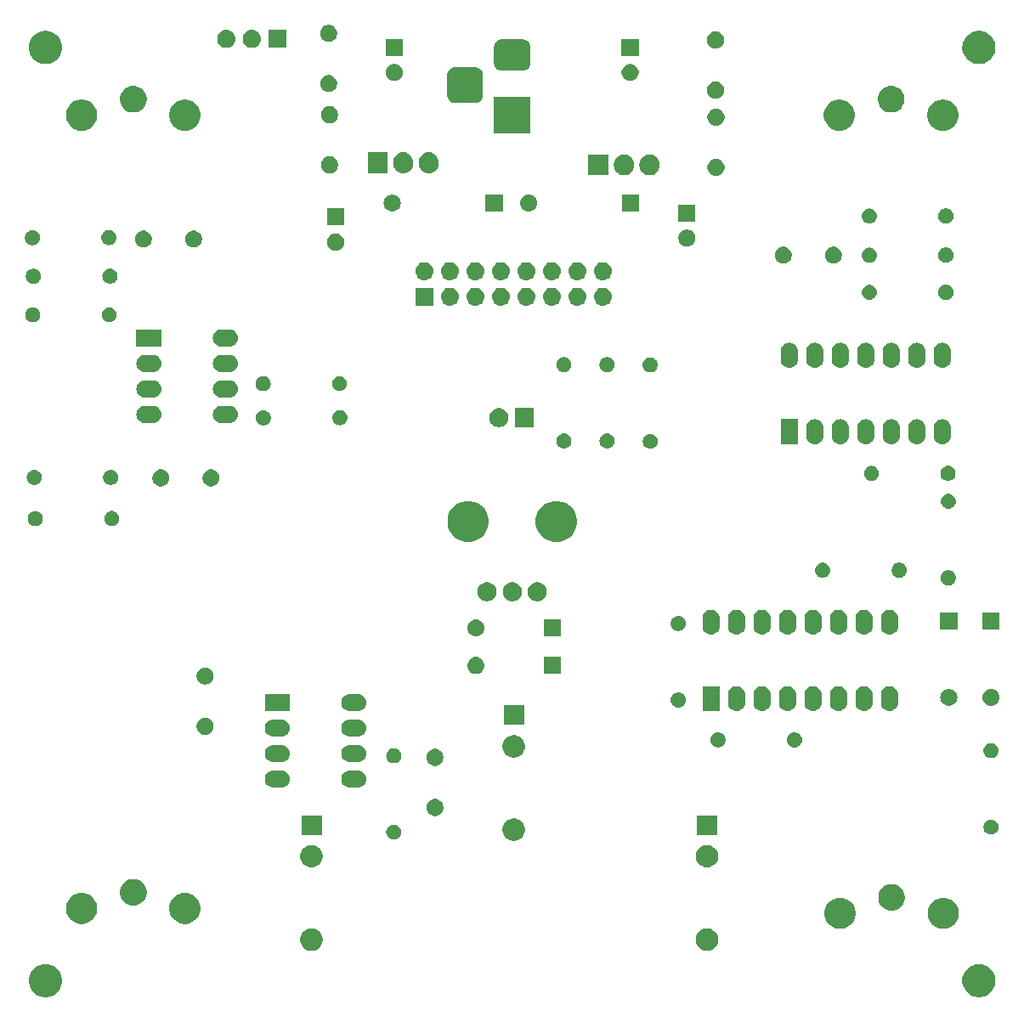
<source format=gbr>
G04 #@! TF.GenerationSoftware,KiCad,Pcbnew,(5.1.4-0-10_14)*
G04 #@! TF.CreationDate,2020-08-12T15:57:52+02:00*
G04 #@! TF.ProjectId,Sync-Ope-proto,53796e63-2d4f-4706-952d-70726f746f2e,0.2*
G04 #@! TF.SameCoordinates,Original*
G04 #@! TF.FileFunction,Soldermask,Top*
G04 #@! TF.FilePolarity,Negative*
%FSLAX46Y46*%
G04 Gerber Fmt 4.6, Leading zero omitted, Abs format (unit mm)*
G04 Created by KiCad (PCBNEW (5.1.4-0-10_14)) date 2020-08-12 15:57:52*
%MOMM*%
%LPD*%
G04 APERTURE LIST*
%ADD10C,0.100000*%
G04 APERTURE END LIST*
D10*
G36*
X196875256Y-144891298D02*
G01*
X196981579Y-144912447D01*
X197282042Y-145036903D01*
X197552451Y-145217585D01*
X197782415Y-145447549D01*
X197963097Y-145717958D01*
X198087553Y-146018421D01*
X198151000Y-146337391D01*
X198151000Y-146662609D01*
X198087553Y-146981579D01*
X197963097Y-147282042D01*
X197782415Y-147552451D01*
X197552451Y-147782415D01*
X197282042Y-147963097D01*
X196981579Y-148087553D01*
X196875256Y-148108702D01*
X196662611Y-148151000D01*
X196337389Y-148151000D01*
X196124744Y-148108702D01*
X196018421Y-148087553D01*
X195717958Y-147963097D01*
X195447549Y-147782415D01*
X195217585Y-147552451D01*
X195036903Y-147282042D01*
X194912447Y-146981579D01*
X194849000Y-146662609D01*
X194849000Y-146337391D01*
X194912447Y-146018421D01*
X195036903Y-145717958D01*
X195217585Y-145447549D01*
X195447549Y-145217585D01*
X195717958Y-145036903D01*
X196018421Y-144912447D01*
X196124744Y-144891298D01*
X196337389Y-144849000D01*
X196662611Y-144849000D01*
X196875256Y-144891298D01*
X196875256Y-144891298D01*
G37*
G36*
X103875256Y-144891298D02*
G01*
X103981579Y-144912447D01*
X104282042Y-145036903D01*
X104552451Y-145217585D01*
X104782415Y-145447549D01*
X104963097Y-145717958D01*
X105087553Y-146018421D01*
X105151000Y-146337391D01*
X105151000Y-146662609D01*
X105087553Y-146981579D01*
X104963097Y-147282042D01*
X104782415Y-147552451D01*
X104552451Y-147782415D01*
X104282042Y-147963097D01*
X103981579Y-148087553D01*
X103875256Y-148108702D01*
X103662611Y-148151000D01*
X103337389Y-148151000D01*
X103124744Y-148108702D01*
X103018421Y-148087553D01*
X102717958Y-147963097D01*
X102447549Y-147782415D01*
X102217585Y-147552451D01*
X102036903Y-147282042D01*
X101912447Y-146981579D01*
X101849000Y-146662609D01*
X101849000Y-146337391D01*
X101912447Y-146018421D01*
X102036903Y-145717958D01*
X102217585Y-145447549D01*
X102447549Y-145217585D01*
X102717958Y-145036903D01*
X103018421Y-144912447D01*
X103124744Y-144891298D01*
X103337389Y-144849000D01*
X103662611Y-144849000D01*
X103875256Y-144891298D01*
X103875256Y-144891298D01*
G37*
G36*
X130253655Y-141312591D02*
G01*
X130325525Y-141326887D01*
X130528624Y-141411013D01*
X130711409Y-141533146D01*
X130866854Y-141688591D01*
X130988987Y-141871376D01*
X131073113Y-142074475D01*
X131116000Y-142290084D01*
X131116000Y-142509916D01*
X131073113Y-142725525D01*
X130988987Y-142928624D01*
X130866854Y-143111409D01*
X130711409Y-143266854D01*
X130528624Y-143388987D01*
X130325525Y-143473113D01*
X130253655Y-143487409D01*
X130109918Y-143516000D01*
X129890082Y-143516000D01*
X129746345Y-143487409D01*
X129674475Y-143473113D01*
X129471376Y-143388987D01*
X129288591Y-143266854D01*
X129133146Y-143111409D01*
X129011013Y-142928624D01*
X128926887Y-142725525D01*
X128884000Y-142509916D01*
X128884000Y-142290084D01*
X128926887Y-142074475D01*
X129011013Y-141871376D01*
X129133146Y-141688591D01*
X129288591Y-141533146D01*
X129471376Y-141411013D01*
X129674475Y-141326887D01*
X129746345Y-141312591D01*
X129890082Y-141284000D01*
X130109918Y-141284000D01*
X130253655Y-141312591D01*
X130253655Y-141312591D01*
G37*
G36*
X169653655Y-141312591D02*
G01*
X169725525Y-141326887D01*
X169928624Y-141411013D01*
X170111409Y-141533146D01*
X170266854Y-141688591D01*
X170388987Y-141871376D01*
X170473113Y-142074475D01*
X170516000Y-142290084D01*
X170516000Y-142509916D01*
X170473113Y-142725525D01*
X170388987Y-142928624D01*
X170266854Y-143111409D01*
X170111409Y-143266854D01*
X169928624Y-143388987D01*
X169725525Y-143473113D01*
X169653655Y-143487409D01*
X169509918Y-143516000D01*
X169290082Y-143516000D01*
X169146345Y-143487409D01*
X169074475Y-143473113D01*
X168871376Y-143388987D01*
X168688591Y-143266854D01*
X168533146Y-143111409D01*
X168411013Y-142928624D01*
X168326887Y-142725525D01*
X168284000Y-142509916D01*
X168284000Y-142290084D01*
X168326887Y-142074475D01*
X168411013Y-141871376D01*
X168533146Y-141688591D01*
X168688591Y-141533146D01*
X168871376Y-141411013D01*
X169074475Y-141326887D01*
X169146345Y-141312591D01*
X169290082Y-141284000D01*
X169509918Y-141284000D01*
X169653655Y-141312591D01*
X169653655Y-141312591D01*
G37*
G36*
X193252585Y-138278802D02*
G01*
X193402410Y-138308604D01*
X193684674Y-138425521D01*
X193938705Y-138595259D01*
X194154741Y-138811295D01*
X194324479Y-139065326D01*
X194441396Y-139347590D01*
X194501000Y-139647240D01*
X194501000Y-139952760D01*
X194441396Y-140252410D01*
X194324479Y-140534674D01*
X194154741Y-140788705D01*
X193938705Y-141004741D01*
X193684674Y-141174479D01*
X193402410Y-141291396D01*
X193252585Y-141321198D01*
X193102761Y-141351000D01*
X192797239Y-141351000D01*
X192647415Y-141321198D01*
X192497590Y-141291396D01*
X192215326Y-141174479D01*
X191961295Y-141004741D01*
X191745259Y-140788705D01*
X191575521Y-140534674D01*
X191458604Y-140252410D01*
X191399000Y-139952760D01*
X191399000Y-139647240D01*
X191458604Y-139347590D01*
X191575521Y-139065326D01*
X191745259Y-138811295D01*
X191961295Y-138595259D01*
X192215326Y-138425521D01*
X192497590Y-138308604D01*
X192647415Y-138278802D01*
X192797239Y-138249000D01*
X193102761Y-138249000D01*
X193252585Y-138278802D01*
X193252585Y-138278802D01*
G37*
G36*
X182952585Y-138278802D02*
G01*
X183102410Y-138308604D01*
X183384674Y-138425521D01*
X183638705Y-138595259D01*
X183854741Y-138811295D01*
X184024479Y-139065326D01*
X184141396Y-139347590D01*
X184201000Y-139647240D01*
X184201000Y-139952760D01*
X184141396Y-140252410D01*
X184024479Y-140534674D01*
X183854741Y-140788705D01*
X183638705Y-141004741D01*
X183384674Y-141174479D01*
X183102410Y-141291396D01*
X182952585Y-141321198D01*
X182802761Y-141351000D01*
X182497239Y-141351000D01*
X182347415Y-141321198D01*
X182197590Y-141291396D01*
X181915326Y-141174479D01*
X181661295Y-141004741D01*
X181445259Y-140788705D01*
X181275521Y-140534674D01*
X181158604Y-140252410D01*
X181099000Y-139952760D01*
X181099000Y-139647240D01*
X181158604Y-139347590D01*
X181275521Y-139065326D01*
X181445259Y-138811295D01*
X181661295Y-138595259D01*
X181915326Y-138425521D01*
X182197590Y-138308604D01*
X182347415Y-138278802D01*
X182497239Y-138249000D01*
X182802761Y-138249000D01*
X182952585Y-138278802D01*
X182952585Y-138278802D01*
G37*
G36*
X117702585Y-137778802D02*
G01*
X117852410Y-137808604D01*
X118134674Y-137925521D01*
X118388705Y-138095259D01*
X118604741Y-138311295D01*
X118774479Y-138565326D01*
X118891396Y-138847590D01*
X118951000Y-139147240D01*
X118951000Y-139452760D01*
X118891396Y-139752410D01*
X118774479Y-140034674D01*
X118604741Y-140288705D01*
X118388705Y-140504741D01*
X118134674Y-140674479D01*
X117852410Y-140791396D01*
X117702585Y-140821198D01*
X117552761Y-140851000D01*
X117247239Y-140851000D01*
X117097415Y-140821198D01*
X116947590Y-140791396D01*
X116665326Y-140674479D01*
X116411295Y-140504741D01*
X116195259Y-140288705D01*
X116025521Y-140034674D01*
X115908604Y-139752410D01*
X115849000Y-139452760D01*
X115849000Y-139147240D01*
X115908604Y-138847590D01*
X116025521Y-138565326D01*
X116195259Y-138311295D01*
X116411295Y-138095259D01*
X116665326Y-137925521D01*
X116947590Y-137808604D01*
X117097415Y-137778802D01*
X117247239Y-137749000D01*
X117552761Y-137749000D01*
X117702585Y-137778802D01*
X117702585Y-137778802D01*
G37*
G36*
X107402585Y-137778802D02*
G01*
X107552410Y-137808604D01*
X107834674Y-137925521D01*
X108088705Y-138095259D01*
X108304741Y-138311295D01*
X108474479Y-138565326D01*
X108591396Y-138847590D01*
X108651000Y-139147240D01*
X108651000Y-139452760D01*
X108591396Y-139752410D01*
X108474479Y-140034674D01*
X108304741Y-140288705D01*
X108088705Y-140504741D01*
X107834674Y-140674479D01*
X107552410Y-140791396D01*
X107402585Y-140821198D01*
X107252761Y-140851000D01*
X106947239Y-140851000D01*
X106797415Y-140821198D01*
X106647590Y-140791396D01*
X106365326Y-140674479D01*
X106111295Y-140504741D01*
X105895259Y-140288705D01*
X105725521Y-140034674D01*
X105608604Y-139752410D01*
X105549000Y-139452760D01*
X105549000Y-139147240D01*
X105608604Y-138847590D01*
X105725521Y-138565326D01*
X105895259Y-138311295D01*
X106111295Y-138095259D01*
X106365326Y-137925521D01*
X106647590Y-137808604D01*
X106797415Y-137778802D01*
X106947239Y-137749000D01*
X107252761Y-137749000D01*
X107402585Y-137778802D01*
X107402585Y-137778802D01*
G37*
G36*
X188058690Y-136899479D02*
G01*
X188186780Y-136924957D01*
X188428097Y-137024914D01*
X188645276Y-137170029D01*
X188829971Y-137354724D01*
X188975086Y-137571903D01*
X189075043Y-137813220D01*
X189126000Y-138069400D01*
X189126000Y-138330600D01*
X189075043Y-138586780D01*
X189071530Y-138595260D01*
X188975087Y-138828095D01*
X188876900Y-138975043D01*
X188829971Y-139045276D01*
X188645276Y-139229971D01*
X188428097Y-139375086D01*
X188186780Y-139475043D01*
X188058690Y-139500521D01*
X187930601Y-139526000D01*
X187669399Y-139526000D01*
X187541310Y-139500521D01*
X187413220Y-139475043D01*
X187171903Y-139375086D01*
X186954724Y-139229971D01*
X186770029Y-139045276D01*
X186723101Y-138975043D01*
X186624913Y-138828095D01*
X186528470Y-138595260D01*
X186524957Y-138586780D01*
X186474000Y-138330600D01*
X186474000Y-138069400D01*
X186524957Y-137813220D01*
X186624914Y-137571903D01*
X186770029Y-137354724D01*
X186954724Y-137170029D01*
X187171903Y-137024914D01*
X187413220Y-136924957D01*
X187541310Y-136899479D01*
X187669399Y-136874000D01*
X187930601Y-136874000D01*
X188058690Y-136899479D01*
X188058690Y-136899479D01*
G37*
G36*
X112508690Y-136399479D02*
G01*
X112636780Y-136424957D01*
X112878097Y-136524914D01*
X112987424Y-136597964D01*
X113095275Y-136670028D01*
X113279972Y-136854725D01*
X113352036Y-136962576D01*
X113425086Y-137071903D01*
X113525043Y-137313220D01*
X113576000Y-137569400D01*
X113576000Y-137830600D01*
X113525043Y-138086780D01*
X113425086Y-138328097D01*
X113279971Y-138545276D01*
X113095276Y-138729971D01*
X112878097Y-138875086D01*
X112636780Y-138975043D01*
X112508690Y-139000522D01*
X112380601Y-139026000D01*
X112119399Y-139026000D01*
X111991310Y-139000522D01*
X111863220Y-138975043D01*
X111621903Y-138875086D01*
X111404724Y-138729971D01*
X111220029Y-138545276D01*
X111074914Y-138328097D01*
X110974957Y-138086780D01*
X110924000Y-137830600D01*
X110924000Y-137569400D01*
X110974957Y-137313220D01*
X111074914Y-137071903D01*
X111147964Y-136962576D01*
X111220028Y-136854725D01*
X111404725Y-136670028D01*
X111512576Y-136597964D01*
X111621903Y-136524914D01*
X111863220Y-136424957D01*
X111991310Y-136399479D01*
X112119399Y-136374000D01*
X112380601Y-136374000D01*
X112508690Y-136399479D01*
X112508690Y-136399479D01*
G37*
G36*
X130253655Y-133012591D02*
G01*
X130325525Y-133026887D01*
X130528624Y-133111013D01*
X130711409Y-133233146D01*
X130866854Y-133388591D01*
X130988987Y-133571376D01*
X131073113Y-133774475D01*
X131116000Y-133990084D01*
X131116000Y-134209916D01*
X131073113Y-134425525D01*
X130988987Y-134628624D01*
X130866854Y-134811409D01*
X130711409Y-134966854D01*
X130528624Y-135088987D01*
X130325525Y-135173113D01*
X130253655Y-135187409D01*
X130109918Y-135216000D01*
X129890082Y-135216000D01*
X129746345Y-135187409D01*
X129674475Y-135173113D01*
X129471376Y-135088987D01*
X129288591Y-134966854D01*
X129133146Y-134811409D01*
X129011013Y-134628624D01*
X128926887Y-134425525D01*
X128884000Y-134209916D01*
X128884000Y-133990084D01*
X128926887Y-133774475D01*
X129011013Y-133571376D01*
X129133146Y-133388591D01*
X129288591Y-133233146D01*
X129471376Y-133111013D01*
X129674475Y-133026887D01*
X129746345Y-133012591D01*
X129890082Y-132984000D01*
X130109918Y-132984000D01*
X130253655Y-133012591D01*
X130253655Y-133012591D01*
G37*
G36*
X169653655Y-133012591D02*
G01*
X169725525Y-133026887D01*
X169928624Y-133111013D01*
X170111409Y-133233146D01*
X170266854Y-133388591D01*
X170388987Y-133571376D01*
X170473113Y-133774475D01*
X170516000Y-133990084D01*
X170516000Y-134209916D01*
X170473113Y-134425525D01*
X170388987Y-134628624D01*
X170266854Y-134811409D01*
X170111409Y-134966854D01*
X169928624Y-135088987D01*
X169725525Y-135173113D01*
X169653655Y-135187409D01*
X169509918Y-135216000D01*
X169290082Y-135216000D01*
X169146345Y-135187409D01*
X169074475Y-135173113D01*
X168871376Y-135088987D01*
X168688591Y-134966854D01*
X168533146Y-134811409D01*
X168411013Y-134628624D01*
X168326887Y-134425525D01*
X168284000Y-134209916D01*
X168284000Y-133990084D01*
X168326887Y-133774475D01*
X168411013Y-133571376D01*
X168533146Y-133388591D01*
X168688591Y-133233146D01*
X168871376Y-133111013D01*
X169074475Y-133026887D01*
X169146345Y-133012591D01*
X169290082Y-132984000D01*
X169509918Y-132984000D01*
X169653655Y-133012591D01*
X169653655Y-133012591D01*
G37*
G36*
X150403655Y-130362591D02*
G01*
X150475525Y-130376887D01*
X150678624Y-130461013D01*
X150861409Y-130583146D01*
X151016854Y-130738591D01*
X151138987Y-130921376D01*
X151223113Y-131124475D01*
X151266000Y-131340084D01*
X151266000Y-131559916D01*
X151223113Y-131775525D01*
X151138987Y-131978624D01*
X151016854Y-132161409D01*
X150861409Y-132316854D01*
X150678624Y-132438987D01*
X150475525Y-132523113D01*
X150403655Y-132537409D01*
X150259918Y-132566000D01*
X150040082Y-132566000D01*
X149896345Y-132537409D01*
X149824475Y-132523113D01*
X149621376Y-132438987D01*
X149438591Y-132316854D01*
X149283146Y-132161409D01*
X149161013Y-131978624D01*
X149076887Y-131775525D01*
X149034000Y-131559916D01*
X149034000Y-131340084D01*
X149076887Y-131124475D01*
X149161013Y-130921376D01*
X149283146Y-130738591D01*
X149438591Y-130583146D01*
X149621376Y-130461013D01*
X149824475Y-130376887D01*
X149896345Y-130362591D01*
X150040082Y-130334000D01*
X150259918Y-130334000D01*
X150403655Y-130362591D01*
X150403655Y-130362591D01*
G37*
G36*
X138419059Y-130977860D02*
G01*
X138555732Y-131034472D01*
X138678735Y-131116660D01*
X138783340Y-131221265D01*
X138783341Y-131221267D01*
X138865529Y-131344270D01*
X138922140Y-131480941D01*
X138951000Y-131626032D01*
X138951000Y-131773968D01*
X138932788Y-131865528D01*
X138922140Y-131919059D01*
X138865528Y-132055732D01*
X138783340Y-132178735D01*
X138678735Y-132283340D01*
X138555732Y-132365528D01*
X138555731Y-132365529D01*
X138555730Y-132365529D01*
X138419059Y-132422140D01*
X138273968Y-132451000D01*
X138126032Y-132451000D01*
X137980941Y-132422140D01*
X137844270Y-132365529D01*
X137844269Y-132365529D01*
X137844268Y-132365528D01*
X137721265Y-132283340D01*
X137616660Y-132178735D01*
X137534472Y-132055732D01*
X137477860Y-131919059D01*
X137467212Y-131865528D01*
X137449000Y-131773968D01*
X137449000Y-131626032D01*
X137477860Y-131480941D01*
X137534471Y-131344270D01*
X137616659Y-131221267D01*
X137616660Y-131221265D01*
X137721265Y-131116660D01*
X137844268Y-131034472D01*
X137980941Y-130977860D01*
X138126032Y-130949000D01*
X138273968Y-130949000D01*
X138419059Y-130977860D01*
X138419059Y-130977860D01*
G37*
G36*
X170416000Y-131966000D02*
G01*
X168384000Y-131966000D01*
X168384000Y-130034000D01*
X170416000Y-130034000D01*
X170416000Y-131966000D01*
X170416000Y-131966000D01*
G37*
G36*
X131016000Y-131966000D02*
G01*
X128984000Y-131966000D01*
X128984000Y-130034000D01*
X131016000Y-130034000D01*
X131016000Y-131966000D01*
X131016000Y-131966000D01*
G37*
G36*
X197834362Y-130461013D02*
G01*
X197919059Y-130477860D01*
X198055732Y-130534472D01*
X198178735Y-130616660D01*
X198283340Y-130721265D01*
X198365528Y-130844268D01*
X198365529Y-130844270D01*
X198422140Y-130980941D01*
X198449136Y-131116659D01*
X198451000Y-131126033D01*
X198451000Y-131273967D01*
X198422140Y-131419059D01*
X198365528Y-131555732D01*
X198283340Y-131678735D01*
X198178735Y-131783340D01*
X198055732Y-131865528D01*
X198055731Y-131865529D01*
X198055730Y-131865529D01*
X197919059Y-131922140D01*
X197773968Y-131951000D01*
X197626032Y-131951000D01*
X197480941Y-131922140D01*
X197344270Y-131865529D01*
X197344269Y-131865529D01*
X197344268Y-131865528D01*
X197221265Y-131783340D01*
X197116660Y-131678735D01*
X197034472Y-131555732D01*
X196977860Y-131419059D01*
X196949000Y-131273967D01*
X196949000Y-131126033D01*
X196950865Y-131116659D01*
X196977860Y-130980941D01*
X197034471Y-130844270D01*
X197034472Y-130844268D01*
X197116660Y-130721265D01*
X197221265Y-130616660D01*
X197344268Y-130534472D01*
X197480941Y-130477860D01*
X197565638Y-130461013D01*
X197626032Y-130449000D01*
X197773968Y-130449000D01*
X197834362Y-130461013D01*
X197834362Y-130461013D01*
G37*
G36*
X142548228Y-128431703D02*
G01*
X142703100Y-128495853D01*
X142842481Y-128588985D01*
X142961015Y-128707519D01*
X143054147Y-128846900D01*
X143118297Y-129001772D01*
X143151000Y-129166184D01*
X143151000Y-129333816D01*
X143118297Y-129498228D01*
X143054147Y-129653100D01*
X142961015Y-129792481D01*
X142842481Y-129911015D01*
X142703100Y-130004147D01*
X142548228Y-130068297D01*
X142383816Y-130101000D01*
X142216184Y-130101000D01*
X142051772Y-130068297D01*
X141896900Y-130004147D01*
X141757519Y-129911015D01*
X141638985Y-129792481D01*
X141545853Y-129653100D01*
X141481703Y-129498228D01*
X141449000Y-129333816D01*
X141449000Y-129166184D01*
X141481703Y-129001772D01*
X141545853Y-128846900D01*
X141638985Y-128707519D01*
X141757519Y-128588985D01*
X141896900Y-128495853D01*
X142051772Y-128431703D01*
X142216184Y-128399000D01*
X142383816Y-128399000D01*
X142548228Y-128431703D01*
X142548228Y-128431703D01*
G37*
G36*
X134786823Y-125581313D02*
G01*
X134947242Y-125629976D01*
X135079906Y-125700886D01*
X135095078Y-125708996D01*
X135224659Y-125815341D01*
X135331004Y-125944922D01*
X135331005Y-125944924D01*
X135410024Y-126092758D01*
X135458687Y-126253177D01*
X135475117Y-126420000D01*
X135458687Y-126586823D01*
X135410024Y-126747242D01*
X135339114Y-126879906D01*
X135331004Y-126895078D01*
X135224659Y-127024659D01*
X135095078Y-127131004D01*
X135095076Y-127131005D01*
X134947242Y-127210024D01*
X134786823Y-127258687D01*
X134661804Y-127271000D01*
X133778196Y-127271000D01*
X133653177Y-127258687D01*
X133492758Y-127210024D01*
X133344924Y-127131005D01*
X133344922Y-127131004D01*
X133215341Y-127024659D01*
X133108996Y-126895078D01*
X133100886Y-126879906D01*
X133029976Y-126747242D01*
X132981313Y-126586823D01*
X132964883Y-126420000D01*
X132981313Y-126253177D01*
X133029976Y-126092758D01*
X133108995Y-125944924D01*
X133108996Y-125944922D01*
X133215341Y-125815341D01*
X133344922Y-125708996D01*
X133360094Y-125700886D01*
X133492758Y-125629976D01*
X133653177Y-125581313D01*
X133778196Y-125569000D01*
X134661804Y-125569000D01*
X134786823Y-125581313D01*
X134786823Y-125581313D01*
G37*
G36*
X127166823Y-125581313D02*
G01*
X127327242Y-125629976D01*
X127459906Y-125700886D01*
X127475078Y-125708996D01*
X127604659Y-125815341D01*
X127711004Y-125944922D01*
X127711005Y-125944924D01*
X127790024Y-126092758D01*
X127838687Y-126253177D01*
X127855117Y-126420000D01*
X127838687Y-126586823D01*
X127790024Y-126747242D01*
X127719114Y-126879906D01*
X127711004Y-126895078D01*
X127604659Y-127024659D01*
X127475078Y-127131004D01*
X127475076Y-127131005D01*
X127327242Y-127210024D01*
X127166823Y-127258687D01*
X127041804Y-127271000D01*
X126158196Y-127271000D01*
X126033177Y-127258687D01*
X125872758Y-127210024D01*
X125724924Y-127131005D01*
X125724922Y-127131004D01*
X125595341Y-127024659D01*
X125488996Y-126895078D01*
X125480886Y-126879906D01*
X125409976Y-126747242D01*
X125361313Y-126586823D01*
X125344883Y-126420000D01*
X125361313Y-126253177D01*
X125409976Y-126092758D01*
X125488995Y-125944924D01*
X125488996Y-125944922D01*
X125595341Y-125815341D01*
X125724922Y-125708996D01*
X125740094Y-125700886D01*
X125872758Y-125629976D01*
X126033177Y-125581313D01*
X126158196Y-125569000D01*
X127041804Y-125569000D01*
X127166823Y-125581313D01*
X127166823Y-125581313D01*
G37*
G36*
X142548228Y-123431703D02*
G01*
X142703100Y-123495853D01*
X142842481Y-123588985D01*
X142961015Y-123707519D01*
X143054147Y-123846900D01*
X143118297Y-124001772D01*
X143151000Y-124166184D01*
X143151000Y-124333816D01*
X143118297Y-124498228D01*
X143054147Y-124653100D01*
X142961015Y-124792481D01*
X142842481Y-124911015D01*
X142703100Y-125004147D01*
X142548228Y-125068297D01*
X142383816Y-125101000D01*
X142216184Y-125101000D01*
X142051772Y-125068297D01*
X141896900Y-125004147D01*
X141757519Y-124911015D01*
X141638985Y-124792481D01*
X141545853Y-124653100D01*
X141481703Y-124498228D01*
X141449000Y-124333816D01*
X141449000Y-124166184D01*
X141481703Y-124001772D01*
X141545853Y-123846900D01*
X141638985Y-123707519D01*
X141757519Y-123588985D01*
X141896900Y-123495853D01*
X142051772Y-123431703D01*
X142216184Y-123399000D01*
X142383816Y-123399000D01*
X142548228Y-123431703D01*
X142548228Y-123431703D01*
G37*
G36*
X138273665Y-123332622D02*
G01*
X138347222Y-123339867D01*
X138488786Y-123382810D01*
X138619252Y-123452546D01*
X138647251Y-123475524D01*
X138733607Y-123546393D01*
X138768560Y-123588985D01*
X138827454Y-123660748D01*
X138897190Y-123791214D01*
X138940133Y-123932778D01*
X138954633Y-124080000D01*
X138940133Y-124227222D01*
X138897190Y-124368786D01*
X138827454Y-124499252D01*
X138803008Y-124529040D01*
X138733607Y-124613607D01*
X138649040Y-124683008D01*
X138619252Y-124707454D01*
X138488786Y-124777190D01*
X138347222Y-124820133D01*
X138273665Y-124827378D01*
X138236888Y-124831000D01*
X138163112Y-124831000D01*
X138126335Y-124827378D01*
X138052778Y-124820133D01*
X137911214Y-124777190D01*
X137780748Y-124707454D01*
X137750960Y-124683008D01*
X137666393Y-124613607D01*
X137596992Y-124529040D01*
X137572546Y-124499252D01*
X137502810Y-124368786D01*
X137459867Y-124227222D01*
X137445367Y-124080000D01*
X137459867Y-123932778D01*
X137502810Y-123791214D01*
X137572546Y-123660748D01*
X137631440Y-123588985D01*
X137666393Y-123546393D01*
X137752749Y-123475524D01*
X137780748Y-123452546D01*
X137911214Y-123382810D01*
X138052778Y-123339867D01*
X138126335Y-123332622D01*
X138163112Y-123329000D01*
X138236888Y-123329000D01*
X138273665Y-123332622D01*
X138273665Y-123332622D01*
G37*
G36*
X134786823Y-123041313D02*
G01*
X134947242Y-123089976D01*
X135017358Y-123127454D01*
X135095078Y-123168996D01*
X135224659Y-123275341D01*
X135331004Y-123404922D01*
X135331005Y-123404924D01*
X135410024Y-123552758D01*
X135458687Y-123713177D01*
X135475117Y-123880000D01*
X135458687Y-124046823D01*
X135410024Y-124207242D01*
X135372636Y-124277190D01*
X135331004Y-124355078D01*
X135224659Y-124484659D01*
X135095078Y-124591004D01*
X135095076Y-124591005D01*
X134947242Y-124670024D01*
X134786823Y-124718687D01*
X134661804Y-124731000D01*
X133778196Y-124731000D01*
X133653177Y-124718687D01*
X133492758Y-124670024D01*
X133344924Y-124591005D01*
X133344922Y-124591004D01*
X133215341Y-124484659D01*
X133108996Y-124355078D01*
X133067364Y-124277190D01*
X133029976Y-124207242D01*
X132981313Y-124046823D01*
X132964883Y-123880000D01*
X132981313Y-123713177D01*
X133029976Y-123552758D01*
X133108995Y-123404924D01*
X133108996Y-123404922D01*
X133215341Y-123275341D01*
X133344922Y-123168996D01*
X133422642Y-123127454D01*
X133492758Y-123089976D01*
X133653177Y-123041313D01*
X133778196Y-123029000D01*
X134661804Y-123029000D01*
X134786823Y-123041313D01*
X134786823Y-123041313D01*
G37*
G36*
X127166823Y-123041313D02*
G01*
X127327242Y-123089976D01*
X127397358Y-123127454D01*
X127475078Y-123168996D01*
X127604659Y-123275341D01*
X127711004Y-123404922D01*
X127711005Y-123404924D01*
X127790024Y-123552758D01*
X127838687Y-123713177D01*
X127855117Y-123880000D01*
X127838687Y-124046823D01*
X127790024Y-124207242D01*
X127752636Y-124277190D01*
X127711004Y-124355078D01*
X127604659Y-124484659D01*
X127475078Y-124591004D01*
X127475076Y-124591005D01*
X127327242Y-124670024D01*
X127166823Y-124718687D01*
X127041804Y-124731000D01*
X126158196Y-124731000D01*
X126033177Y-124718687D01*
X125872758Y-124670024D01*
X125724924Y-124591005D01*
X125724922Y-124591004D01*
X125595341Y-124484659D01*
X125488996Y-124355078D01*
X125447364Y-124277190D01*
X125409976Y-124207242D01*
X125361313Y-124046823D01*
X125344883Y-123880000D01*
X125361313Y-123713177D01*
X125409976Y-123552758D01*
X125488995Y-123404924D01*
X125488996Y-123404922D01*
X125595341Y-123275341D01*
X125724922Y-123168996D01*
X125802642Y-123127454D01*
X125872758Y-123089976D01*
X126033177Y-123041313D01*
X126158196Y-123029000D01*
X127041804Y-123029000D01*
X127166823Y-123041313D01*
X127166823Y-123041313D01*
G37*
G36*
X197773665Y-122832622D02*
G01*
X197847222Y-122839867D01*
X197988786Y-122882810D01*
X198119252Y-122952546D01*
X198149040Y-122976992D01*
X198233607Y-123046393D01*
X198300130Y-123127454D01*
X198327454Y-123160748D01*
X198397190Y-123291214D01*
X198440133Y-123432778D01*
X198454633Y-123580000D01*
X198440133Y-123727222D01*
X198397190Y-123868786D01*
X198327454Y-123999252D01*
X198313008Y-124016854D01*
X198233607Y-124113607D01*
X198149040Y-124183008D01*
X198119252Y-124207454D01*
X197988786Y-124277190D01*
X197847222Y-124320133D01*
X197773665Y-124327378D01*
X197736888Y-124331000D01*
X197663112Y-124331000D01*
X197626335Y-124327378D01*
X197552778Y-124320133D01*
X197411214Y-124277190D01*
X197280748Y-124207454D01*
X197250960Y-124183008D01*
X197166393Y-124113607D01*
X197086992Y-124016854D01*
X197072546Y-123999252D01*
X197002810Y-123868786D01*
X196959867Y-123727222D01*
X196945367Y-123580000D01*
X196959867Y-123432778D01*
X197002810Y-123291214D01*
X197072546Y-123160748D01*
X197099870Y-123127454D01*
X197166393Y-123046393D01*
X197250960Y-122976992D01*
X197280748Y-122952546D01*
X197411214Y-122882810D01*
X197552778Y-122839867D01*
X197626335Y-122832622D01*
X197663112Y-122829000D01*
X197736888Y-122829000D01*
X197773665Y-122832622D01*
X197773665Y-122832622D01*
G37*
G36*
X150403655Y-122062591D02*
G01*
X150475525Y-122076887D01*
X150678624Y-122161013D01*
X150861409Y-122283146D01*
X151016854Y-122438591D01*
X151138987Y-122621376D01*
X151223113Y-122824475D01*
X151229330Y-122855730D01*
X151266000Y-123040082D01*
X151266000Y-123259918D01*
X151250097Y-123339867D01*
X151223113Y-123475525D01*
X151138987Y-123678624D01*
X151016854Y-123861409D01*
X150861409Y-124016854D01*
X150678624Y-124138987D01*
X150475525Y-124223113D01*
X150403655Y-124237409D01*
X150259918Y-124266000D01*
X150040082Y-124266000D01*
X149896345Y-124237409D01*
X149824475Y-124223113D01*
X149621376Y-124138987D01*
X149438591Y-124016854D01*
X149283146Y-123861409D01*
X149161013Y-123678624D01*
X149076887Y-123475525D01*
X149049903Y-123339867D01*
X149034000Y-123259918D01*
X149034000Y-123040082D01*
X149070670Y-122855730D01*
X149076887Y-122824475D01*
X149161013Y-122621376D01*
X149283146Y-122438591D01*
X149438591Y-122283146D01*
X149621376Y-122161013D01*
X149824475Y-122076887D01*
X149896345Y-122062591D01*
X150040082Y-122034000D01*
X150259918Y-122034000D01*
X150403655Y-122062591D01*
X150403655Y-122062591D01*
G37*
G36*
X170719059Y-121777860D02*
G01*
X170779294Y-121802810D01*
X170855732Y-121834472D01*
X170978735Y-121916660D01*
X171083340Y-122021265D01*
X171156010Y-122130024D01*
X171165529Y-122144270D01*
X171179785Y-122178687D01*
X171222140Y-122280941D01*
X171251000Y-122426033D01*
X171251000Y-122573967D01*
X171222140Y-122719059D01*
X171165528Y-122855732D01*
X171083340Y-122978735D01*
X170978735Y-123083340D01*
X170855732Y-123165528D01*
X170855731Y-123165529D01*
X170855730Y-123165529D01*
X170719059Y-123222140D01*
X170573968Y-123251000D01*
X170426032Y-123251000D01*
X170280941Y-123222140D01*
X170144270Y-123165529D01*
X170144269Y-123165529D01*
X170144268Y-123165528D01*
X170021265Y-123083340D01*
X169916660Y-122978735D01*
X169834472Y-122855732D01*
X169777860Y-122719059D01*
X169749000Y-122573967D01*
X169749000Y-122426033D01*
X169777860Y-122280941D01*
X169820215Y-122178687D01*
X169834471Y-122144270D01*
X169843990Y-122130024D01*
X169916660Y-122021265D01*
X170021265Y-121916660D01*
X170144268Y-121834472D01*
X170220707Y-121802810D01*
X170280941Y-121777860D01*
X170426032Y-121749000D01*
X170573968Y-121749000D01*
X170719059Y-121777860D01*
X170719059Y-121777860D01*
G37*
G36*
X178193665Y-121752622D02*
G01*
X178267222Y-121759867D01*
X178408786Y-121802810D01*
X178539252Y-121872546D01*
X178569040Y-121896992D01*
X178653607Y-121966393D01*
X178709089Y-122034000D01*
X178747454Y-122080748D01*
X178817190Y-122211214D01*
X178860133Y-122352778D01*
X178874633Y-122500000D01*
X178860133Y-122647222D01*
X178817190Y-122788786D01*
X178747454Y-122919252D01*
X178723008Y-122949040D01*
X178653607Y-123033607D01*
X178584919Y-123089976D01*
X178539252Y-123127454D01*
X178408786Y-123197190D01*
X178267222Y-123240133D01*
X178193665Y-123247378D01*
X178156888Y-123251000D01*
X178083112Y-123251000D01*
X178046335Y-123247378D01*
X177972778Y-123240133D01*
X177831214Y-123197190D01*
X177700748Y-123127454D01*
X177655081Y-123089976D01*
X177586393Y-123033607D01*
X177516992Y-122949040D01*
X177492546Y-122919252D01*
X177422810Y-122788786D01*
X177379867Y-122647222D01*
X177365367Y-122500000D01*
X177379867Y-122352778D01*
X177422810Y-122211214D01*
X177492546Y-122080748D01*
X177530911Y-122034000D01*
X177586393Y-121966393D01*
X177670960Y-121896992D01*
X177700748Y-121872546D01*
X177831214Y-121802810D01*
X177972778Y-121759867D01*
X178046335Y-121752622D01*
X178083112Y-121749000D01*
X178156888Y-121749000D01*
X178193665Y-121752622D01*
X178193665Y-121752622D01*
G37*
G36*
X127166823Y-120501313D02*
G01*
X127327242Y-120549976D01*
X127434897Y-120607519D01*
X127475078Y-120628996D01*
X127604659Y-120735341D01*
X127711004Y-120864922D01*
X127711005Y-120864924D01*
X127790024Y-121012758D01*
X127790025Y-121012761D01*
X127799083Y-121042620D01*
X127838687Y-121173177D01*
X127855117Y-121340000D01*
X127838687Y-121506823D01*
X127790024Y-121667242D01*
X127776534Y-121692480D01*
X127711004Y-121815078D01*
X127604659Y-121944659D01*
X127475078Y-122051004D01*
X127475076Y-122051005D01*
X127327242Y-122130024D01*
X127166823Y-122178687D01*
X127041804Y-122191000D01*
X126158196Y-122191000D01*
X126033177Y-122178687D01*
X125872758Y-122130024D01*
X125724924Y-122051005D01*
X125724922Y-122051004D01*
X125595341Y-121944659D01*
X125488996Y-121815078D01*
X125423466Y-121692480D01*
X125409976Y-121667242D01*
X125361313Y-121506823D01*
X125344883Y-121340000D01*
X125361313Y-121173177D01*
X125400917Y-121042620D01*
X125409975Y-121012761D01*
X125409976Y-121012758D01*
X125488995Y-120864924D01*
X125488996Y-120864922D01*
X125595341Y-120735341D01*
X125724922Y-120628996D01*
X125765103Y-120607519D01*
X125872758Y-120549976D01*
X126033177Y-120501313D01*
X126158196Y-120489000D01*
X127041804Y-120489000D01*
X127166823Y-120501313D01*
X127166823Y-120501313D01*
G37*
G36*
X134786823Y-120501313D02*
G01*
X134947242Y-120549976D01*
X135054897Y-120607519D01*
X135095078Y-120628996D01*
X135224659Y-120735341D01*
X135331004Y-120864922D01*
X135331005Y-120864924D01*
X135410024Y-121012758D01*
X135410025Y-121012761D01*
X135419083Y-121042620D01*
X135458687Y-121173177D01*
X135475117Y-121340000D01*
X135458687Y-121506823D01*
X135410024Y-121667242D01*
X135396534Y-121692480D01*
X135331004Y-121815078D01*
X135224659Y-121944659D01*
X135095078Y-122051004D01*
X135095076Y-122051005D01*
X134947242Y-122130024D01*
X134786823Y-122178687D01*
X134661804Y-122191000D01*
X133778196Y-122191000D01*
X133653177Y-122178687D01*
X133492758Y-122130024D01*
X133344924Y-122051005D01*
X133344922Y-122051004D01*
X133215341Y-121944659D01*
X133108996Y-121815078D01*
X133043466Y-121692480D01*
X133029976Y-121667242D01*
X132981313Y-121506823D01*
X132964883Y-121340000D01*
X132981313Y-121173177D01*
X133020917Y-121042620D01*
X133029975Y-121012761D01*
X133029976Y-121012758D01*
X133108995Y-120864924D01*
X133108996Y-120864922D01*
X133215341Y-120735341D01*
X133344922Y-120628996D01*
X133385103Y-120607519D01*
X133492758Y-120549976D01*
X133653177Y-120501313D01*
X133778196Y-120489000D01*
X134661804Y-120489000D01*
X134786823Y-120501313D01*
X134786823Y-120501313D01*
G37*
G36*
X119648228Y-120331703D02*
G01*
X119803100Y-120395853D01*
X119942481Y-120488985D01*
X120061015Y-120607519D01*
X120154147Y-120746900D01*
X120218297Y-120901772D01*
X120251000Y-121066184D01*
X120251000Y-121233816D01*
X120218297Y-121398228D01*
X120154147Y-121553100D01*
X120061015Y-121692481D01*
X119942481Y-121811015D01*
X119803100Y-121904147D01*
X119648228Y-121968297D01*
X119483816Y-122001000D01*
X119316184Y-122001000D01*
X119151772Y-121968297D01*
X118996900Y-121904147D01*
X118857519Y-121811015D01*
X118738985Y-121692481D01*
X118645853Y-121553100D01*
X118581703Y-121398228D01*
X118549000Y-121233816D01*
X118549000Y-121066184D01*
X118581703Y-120901772D01*
X118645853Y-120746900D01*
X118738985Y-120607519D01*
X118857519Y-120488985D01*
X118996900Y-120395853D01*
X119151772Y-120331703D01*
X119316184Y-120299000D01*
X119483816Y-120299000D01*
X119648228Y-120331703D01*
X119648228Y-120331703D01*
G37*
G36*
X151166000Y-121016000D02*
G01*
X149134000Y-121016000D01*
X149134000Y-119084000D01*
X151166000Y-119084000D01*
X151166000Y-121016000D01*
X151166000Y-121016000D01*
G37*
G36*
X187746822Y-117161313D02*
G01*
X187907241Y-117209976D01*
X188055077Y-117288995D01*
X188184659Y-117395341D01*
X188291004Y-117524922D01*
X188291005Y-117524924D01*
X188370024Y-117672758D01*
X188418687Y-117833177D01*
X188431000Y-117958196D01*
X188431000Y-118841803D01*
X188418687Y-118966822D01*
X188418686Y-118966825D01*
X188371918Y-119121000D01*
X188370024Y-119127242D01*
X188321946Y-119217189D01*
X188291004Y-119275078D01*
X188184659Y-119404659D01*
X188055078Y-119511004D01*
X188055076Y-119511005D01*
X187907242Y-119590024D01*
X187746823Y-119638687D01*
X187580000Y-119655117D01*
X187413178Y-119638687D01*
X187252759Y-119590024D01*
X187104925Y-119511005D01*
X187104923Y-119511004D01*
X186975342Y-119404659D01*
X186868997Y-119275078D01*
X186838055Y-119217189D01*
X186789977Y-119127242D01*
X186741314Y-118966823D01*
X186729000Y-118841803D01*
X186729000Y-117958197D01*
X186741313Y-117833178D01*
X186789976Y-117672759D01*
X186868995Y-117524923D01*
X186975341Y-117395341D01*
X187104922Y-117288996D01*
X187120094Y-117280886D01*
X187252758Y-117209976D01*
X187413177Y-117161313D01*
X187580000Y-117144883D01*
X187746822Y-117161313D01*
X187746822Y-117161313D01*
G37*
G36*
X182666822Y-117161313D02*
G01*
X182827241Y-117209976D01*
X182975077Y-117288995D01*
X183104659Y-117395341D01*
X183211004Y-117524922D01*
X183211005Y-117524924D01*
X183290024Y-117672758D01*
X183338687Y-117833177D01*
X183351000Y-117958196D01*
X183351000Y-118841803D01*
X183338687Y-118966822D01*
X183338686Y-118966825D01*
X183291918Y-119121000D01*
X183290024Y-119127242D01*
X183241946Y-119217189D01*
X183211004Y-119275078D01*
X183104659Y-119404659D01*
X182975078Y-119511004D01*
X182975076Y-119511005D01*
X182827242Y-119590024D01*
X182666823Y-119638687D01*
X182500000Y-119655117D01*
X182333178Y-119638687D01*
X182172759Y-119590024D01*
X182024925Y-119511005D01*
X182024923Y-119511004D01*
X181895342Y-119404659D01*
X181788997Y-119275078D01*
X181758055Y-119217189D01*
X181709977Y-119127242D01*
X181661314Y-118966823D01*
X181649000Y-118841803D01*
X181649000Y-117958197D01*
X181661313Y-117833178D01*
X181709976Y-117672759D01*
X181788995Y-117524923D01*
X181895341Y-117395341D01*
X182024922Y-117288996D01*
X182040094Y-117280886D01*
X182172758Y-117209976D01*
X182333177Y-117161313D01*
X182500000Y-117144883D01*
X182666822Y-117161313D01*
X182666822Y-117161313D01*
G37*
G36*
X172506822Y-117161313D02*
G01*
X172667241Y-117209976D01*
X172815077Y-117288995D01*
X172944659Y-117395341D01*
X173051004Y-117524922D01*
X173051005Y-117524924D01*
X173130024Y-117672758D01*
X173178687Y-117833177D01*
X173191000Y-117958196D01*
X173191000Y-118841803D01*
X173178687Y-118966822D01*
X173178686Y-118966825D01*
X173131918Y-119121000D01*
X173130024Y-119127242D01*
X173081946Y-119217189D01*
X173051004Y-119275078D01*
X172944659Y-119404659D01*
X172815078Y-119511004D01*
X172815076Y-119511005D01*
X172667242Y-119590024D01*
X172506823Y-119638687D01*
X172340000Y-119655117D01*
X172173178Y-119638687D01*
X172012759Y-119590024D01*
X171864925Y-119511005D01*
X171864923Y-119511004D01*
X171735342Y-119404659D01*
X171628997Y-119275078D01*
X171598055Y-119217189D01*
X171549977Y-119127242D01*
X171501314Y-118966823D01*
X171489000Y-118841803D01*
X171489000Y-117958197D01*
X171501313Y-117833178D01*
X171549976Y-117672759D01*
X171628995Y-117524923D01*
X171735341Y-117395341D01*
X171864922Y-117288996D01*
X171880094Y-117280886D01*
X172012758Y-117209976D01*
X172173177Y-117161313D01*
X172340000Y-117144883D01*
X172506822Y-117161313D01*
X172506822Y-117161313D01*
G37*
G36*
X175046822Y-117161313D02*
G01*
X175207241Y-117209976D01*
X175355077Y-117288995D01*
X175484659Y-117395341D01*
X175591004Y-117524922D01*
X175591005Y-117524924D01*
X175670024Y-117672758D01*
X175718687Y-117833177D01*
X175731000Y-117958196D01*
X175731000Y-118841803D01*
X175718687Y-118966822D01*
X175718686Y-118966825D01*
X175671918Y-119121000D01*
X175670024Y-119127242D01*
X175621946Y-119217189D01*
X175591004Y-119275078D01*
X175484659Y-119404659D01*
X175355078Y-119511004D01*
X175355076Y-119511005D01*
X175207242Y-119590024D01*
X175046823Y-119638687D01*
X174880000Y-119655117D01*
X174713178Y-119638687D01*
X174552759Y-119590024D01*
X174404925Y-119511005D01*
X174404923Y-119511004D01*
X174275342Y-119404659D01*
X174168997Y-119275078D01*
X174138055Y-119217189D01*
X174089977Y-119127242D01*
X174041314Y-118966823D01*
X174029000Y-118841803D01*
X174029000Y-117958197D01*
X174041313Y-117833178D01*
X174089976Y-117672759D01*
X174168995Y-117524923D01*
X174275341Y-117395341D01*
X174404922Y-117288996D01*
X174420094Y-117280886D01*
X174552758Y-117209976D01*
X174713177Y-117161313D01*
X174880000Y-117144883D01*
X175046822Y-117161313D01*
X175046822Y-117161313D01*
G37*
G36*
X185206822Y-117161313D02*
G01*
X185367241Y-117209976D01*
X185515077Y-117288995D01*
X185644659Y-117395341D01*
X185751004Y-117524922D01*
X185751005Y-117524924D01*
X185830024Y-117672758D01*
X185878687Y-117833177D01*
X185891000Y-117958196D01*
X185891000Y-118841803D01*
X185878687Y-118966822D01*
X185878686Y-118966825D01*
X185831918Y-119121000D01*
X185830024Y-119127242D01*
X185781946Y-119217189D01*
X185751004Y-119275078D01*
X185644659Y-119404659D01*
X185515078Y-119511004D01*
X185515076Y-119511005D01*
X185367242Y-119590024D01*
X185206823Y-119638687D01*
X185040000Y-119655117D01*
X184873178Y-119638687D01*
X184712759Y-119590024D01*
X184564925Y-119511005D01*
X184564923Y-119511004D01*
X184435342Y-119404659D01*
X184328997Y-119275078D01*
X184298055Y-119217189D01*
X184249977Y-119127242D01*
X184201314Y-118966823D01*
X184189000Y-118841803D01*
X184189000Y-117958197D01*
X184201313Y-117833178D01*
X184249976Y-117672759D01*
X184328995Y-117524923D01*
X184435341Y-117395341D01*
X184564922Y-117288996D01*
X184580094Y-117280886D01*
X184712758Y-117209976D01*
X184873177Y-117161313D01*
X185040000Y-117144883D01*
X185206822Y-117161313D01*
X185206822Y-117161313D01*
G37*
G36*
X177586822Y-117161313D02*
G01*
X177747241Y-117209976D01*
X177895077Y-117288995D01*
X178024659Y-117395341D01*
X178131004Y-117524922D01*
X178131005Y-117524924D01*
X178210024Y-117672758D01*
X178258687Y-117833177D01*
X178271000Y-117958196D01*
X178271000Y-118841803D01*
X178258687Y-118966822D01*
X178258686Y-118966825D01*
X178211918Y-119121000D01*
X178210024Y-119127242D01*
X178161946Y-119217189D01*
X178131004Y-119275078D01*
X178024659Y-119404659D01*
X177895078Y-119511004D01*
X177895076Y-119511005D01*
X177747242Y-119590024D01*
X177586823Y-119638687D01*
X177420000Y-119655117D01*
X177253178Y-119638687D01*
X177092759Y-119590024D01*
X176944925Y-119511005D01*
X176944923Y-119511004D01*
X176815342Y-119404659D01*
X176708997Y-119275078D01*
X176678055Y-119217189D01*
X176629977Y-119127242D01*
X176581314Y-118966823D01*
X176569000Y-118841803D01*
X176569000Y-117958197D01*
X176581313Y-117833178D01*
X176629976Y-117672759D01*
X176708995Y-117524923D01*
X176815341Y-117395341D01*
X176944922Y-117288996D01*
X176960094Y-117280886D01*
X177092758Y-117209976D01*
X177253177Y-117161313D01*
X177420000Y-117144883D01*
X177586822Y-117161313D01*
X177586822Y-117161313D01*
G37*
G36*
X180126822Y-117161313D02*
G01*
X180287241Y-117209976D01*
X180435077Y-117288995D01*
X180564659Y-117395341D01*
X180671004Y-117524922D01*
X180671005Y-117524924D01*
X180750024Y-117672758D01*
X180798687Y-117833177D01*
X180811000Y-117958196D01*
X180811000Y-118841803D01*
X180798687Y-118966822D01*
X180798686Y-118966825D01*
X180751918Y-119121000D01*
X180750024Y-119127242D01*
X180701946Y-119217189D01*
X180671004Y-119275078D01*
X180564659Y-119404659D01*
X180435078Y-119511004D01*
X180435076Y-119511005D01*
X180287242Y-119590024D01*
X180126823Y-119638687D01*
X179960000Y-119655117D01*
X179793178Y-119638687D01*
X179632759Y-119590024D01*
X179484925Y-119511005D01*
X179484923Y-119511004D01*
X179355342Y-119404659D01*
X179248997Y-119275078D01*
X179218055Y-119217189D01*
X179169977Y-119127242D01*
X179121314Y-118966823D01*
X179109000Y-118841803D01*
X179109000Y-117958197D01*
X179121313Y-117833178D01*
X179169976Y-117672759D01*
X179248995Y-117524923D01*
X179355341Y-117395341D01*
X179484922Y-117288996D01*
X179500094Y-117280886D01*
X179632758Y-117209976D01*
X179793177Y-117161313D01*
X179960000Y-117144883D01*
X180126822Y-117161313D01*
X180126822Y-117161313D01*
G37*
G36*
X127851000Y-119651000D02*
G01*
X125349000Y-119651000D01*
X125349000Y-117949000D01*
X127851000Y-117949000D01*
X127851000Y-119651000D01*
X127851000Y-119651000D01*
G37*
G36*
X170651000Y-119651000D02*
G01*
X168949000Y-119651000D01*
X168949000Y-117149000D01*
X170651000Y-117149000D01*
X170651000Y-119651000D01*
X170651000Y-119651000D01*
G37*
G36*
X134786823Y-117961313D02*
G01*
X134947242Y-118009976D01*
X135079906Y-118080886D01*
X135095078Y-118088996D01*
X135224659Y-118195341D01*
X135331004Y-118324922D01*
X135331005Y-118324924D01*
X135410024Y-118472758D01*
X135458687Y-118633177D01*
X135475117Y-118800000D01*
X135458687Y-118966823D01*
X135410024Y-119127242D01*
X135361946Y-119217189D01*
X135331004Y-119275078D01*
X135224659Y-119404659D01*
X135095078Y-119511004D01*
X135095076Y-119511005D01*
X134947242Y-119590024D01*
X134786823Y-119638687D01*
X134661804Y-119651000D01*
X133778196Y-119651000D01*
X133653177Y-119638687D01*
X133492758Y-119590024D01*
X133344924Y-119511005D01*
X133344922Y-119511004D01*
X133215341Y-119404659D01*
X133108996Y-119275078D01*
X133078054Y-119217189D01*
X133029976Y-119127242D01*
X132981313Y-118966823D01*
X132964883Y-118800000D01*
X132981313Y-118633177D01*
X133029976Y-118472758D01*
X133108995Y-118324924D01*
X133108996Y-118324922D01*
X133215341Y-118195341D01*
X133344922Y-118088996D01*
X133360094Y-118080886D01*
X133492758Y-118009976D01*
X133653177Y-117961313D01*
X133778196Y-117949000D01*
X134661804Y-117949000D01*
X134786823Y-117961313D01*
X134786823Y-117961313D01*
G37*
G36*
X166623665Y-117772622D02*
G01*
X166697222Y-117779867D01*
X166838786Y-117822810D01*
X166838788Y-117822811D01*
X166858179Y-117833176D01*
X166969252Y-117892546D01*
X166999040Y-117916992D01*
X167083607Y-117986393D01*
X167153008Y-118070960D01*
X167177454Y-118100748D01*
X167247190Y-118231214D01*
X167290133Y-118372778D01*
X167304633Y-118520000D01*
X167290133Y-118667222D01*
X167247190Y-118808786D01*
X167177454Y-118939252D01*
X167154828Y-118966822D01*
X167083607Y-119053607D01*
X167016491Y-119108686D01*
X166969252Y-119147454D01*
X166838786Y-119217190D01*
X166697222Y-119260133D01*
X166623665Y-119267378D01*
X166586888Y-119271000D01*
X166513112Y-119271000D01*
X166476335Y-119267378D01*
X166402778Y-119260133D01*
X166261214Y-119217190D01*
X166130748Y-119147454D01*
X166083509Y-119108686D01*
X166016393Y-119053607D01*
X165945172Y-118966822D01*
X165922546Y-118939252D01*
X165852810Y-118808786D01*
X165809867Y-118667222D01*
X165795367Y-118520000D01*
X165809867Y-118372778D01*
X165852810Y-118231214D01*
X165922546Y-118100748D01*
X165946992Y-118070960D01*
X166016393Y-117986393D01*
X166100960Y-117916992D01*
X166130748Y-117892546D01*
X166241821Y-117833176D01*
X166261212Y-117822811D01*
X166261214Y-117822810D01*
X166402778Y-117779867D01*
X166476335Y-117772622D01*
X166513112Y-117769000D01*
X166586888Y-117769000D01*
X166623665Y-117772622D01*
X166623665Y-117772622D01*
G37*
G36*
X197866823Y-117431313D02*
G01*
X198027242Y-117479976D01*
X198159906Y-117550886D01*
X198175078Y-117558996D01*
X198304659Y-117665341D01*
X198411004Y-117794922D01*
X198411005Y-117794924D01*
X198490024Y-117942758D01*
X198538687Y-118103177D01*
X198555117Y-118270000D01*
X198538687Y-118436823D01*
X198490024Y-118597242D01*
X198470817Y-118633175D01*
X198411004Y-118745078D01*
X198304659Y-118874659D01*
X198175078Y-118981004D01*
X198175076Y-118981005D01*
X198027242Y-119060024D01*
X197866823Y-119108687D01*
X197741804Y-119121000D01*
X197658196Y-119121000D01*
X197533177Y-119108687D01*
X197372758Y-119060024D01*
X197224924Y-118981005D01*
X197224922Y-118981004D01*
X197095341Y-118874659D01*
X196988996Y-118745078D01*
X196929183Y-118633175D01*
X196909976Y-118597242D01*
X196861313Y-118436823D01*
X196844883Y-118270000D01*
X196861313Y-118103177D01*
X196909976Y-117942758D01*
X196988995Y-117794924D01*
X196988996Y-117794922D01*
X197095341Y-117665341D01*
X197224922Y-117558996D01*
X197240094Y-117550886D01*
X197372758Y-117479976D01*
X197533177Y-117431313D01*
X197658196Y-117419000D01*
X197741804Y-117419000D01*
X197866823Y-117431313D01*
X197866823Y-117431313D01*
G37*
G36*
X193666823Y-117431313D02*
G01*
X193827242Y-117479976D01*
X193959906Y-117550886D01*
X193975078Y-117558996D01*
X194104659Y-117665341D01*
X194211004Y-117794922D01*
X194211005Y-117794924D01*
X194290024Y-117942758D01*
X194338687Y-118103177D01*
X194355117Y-118270000D01*
X194338687Y-118436823D01*
X194290024Y-118597242D01*
X194270817Y-118633175D01*
X194211004Y-118745078D01*
X194104659Y-118874659D01*
X193975078Y-118981004D01*
X193975076Y-118981005D01*
X193827242Y-119060024D01*
X193666823Y-119108687D01*
X193541804Y-119121000D01*
X193458196Y-119121000D01*
X193333177Y-119108687D01*
X193172758Y-119060024D01*
X193024924Y-118981005D01*
X193024922Y-118981004D01*
X192895341Y-118874659D01*
X192788996Y-118745078D01*
X192729183Y-118633175D01*
X192709976Y-118597242D01*
X192661313Y-118436823D01*
X192644883Y-118270000D01*
X192661313Y-118103177D01*
X192709976Y-117942758D01*
X192788995Y-117794924D01*
X192788996Y-117794922D01*
X192895341Y-117665341D01*
X193024922Y-117558996D01*
X193040094Y-117550886D01*
X193172758Y-117479976D01*
X193333177Y-117431313D01*
X193458196Y-117419000D01*
X193541804Y-117419000D01*
X193666823Y-117431313D01*
X193666823Y-117431313D01*
G37*
G36*
X119648228Y-115331703D02*
G01*
X119803100Y-115395853D01*
X119942481Y-115488985D01*
X120061015Y-115607519D01*
X120154147Y-115746900D01*
X120218297Y-115901772D01*
X120251000Y-116066184D01*
X120251000Y-116233816D01*
X120218297Y-116398228D01*
X120154147Y-116553100D01*
X120061015Y-116692481D01*
X119942481Y-116811015D01*
X119803100Y-116904147D01*
X119648228Y-116968297D01*
X119483816Y-117001000D01*
X119316184Y-117001000D01*
X119151772Y-116968297D01*
X118996900Y-116904147D01*
X118857519Y-116811015D01*
X118738985Y-116692481D01*
X118645853Y-116553100D01*
X118581703Y-116398228D01*
X118549000Y-116233816D01*
X118549000Y-116066184D01*
X118581703Y-115901772D01*
X118645853Y-115746900D01*
X118738985Y-115607519D01*
X118857519Y-115488985D01*
X118996900Y-115395853D01*
X119151772Y-115331703D01*
X119316184Y-115299000D01*
X119483816Y-115299000D01*
X119648228Y-115331703D01*
X119648228Y-115331703D01*
G37*
G36*
X154851000Y-115951000D02*
G01*
X153149000Y-115951000D01*
X153149000Y-114249000D01*
X154851000Y-114249000D01*
X154851000Y-115951000D01*
X154851000Y-115951000D01*
G37*
G36*
X146546823Y-114261313D02*
G01*
X146707242Y-114309976D01*
X146839906Y-114380886D01*
X146855078Y-114388996D01*
X146984659Y-114495341D01*
X147091004Y-114624922D01*
X147091005Y-114624924D01*
X147170024Y-114772758D01*
X147218687Y-114933177D01*
X147235117Y-115100000D01*
X147218687Y-115266823D01*
X147170024Y-115427242D01*
X147099114Y-115559906D01*
X147091004Y-115575078D01*
X146984659Y-115704659D01*
X146855078Y-115811004D01*
X146855076Y-115811005D01*
X146707242Y-115890024D01*
X146546823Y-115938687D01*
X146421804Y-115951000D01*
X146338196Y-115951000D01*
X146213177Y-115938687D01*
X146052758Y-115890024D01*
X145904924Y-115811005D01*
X145904922Y-115811004D01*
X145775341Y-115704659D01*
X145668996Y-115575078D01*
X145660886Y-115559906D01*
X145589976Y-115427242D01*
X145541313Y-115266823D01*
X145524883Y-115100000D01*
X145541313Y-114933177D01*
X145589976Y-114772758D01*
X145668995Y-114624924D01*
X145668996Y-114624922D01*
X145775341Y-114495341D01*
X145904922Y-114388996D01*
X145920094Y-114380886D01*
X146052758Y-114309976D01*
X146213177Y-114261313D01*
X146338196Y-114249000D01*
X146421804Y-114249000D01*
X146546823Y-114261313D01*
X146546823Y-114261313D01*
G37*
G36*
X154851000Y-112201000D02*
G01*
X153149000Y-112201000D01*
X153149000Y-110499000D01*
X154851000Y-110499000D01*
X154851000Y-112201000D01*
X154851000Y-112201000D01*
G37*
G36*
X146546823Y-110511313D02*
G01*
X146707242Y-110559976D01*
X146839906Y-110630886D01*
X146855078Y-110638996D01*
X146984659Y-110745341D01*
X147091004Y-110874922D01*
X147091005Y-110874924D01*
X147170024Y-111022758D01*
X147218687Y-111183177D01*
X147235117Y-111350000D01*
X147218687Y-111516823D01*
X147218686Y-111516825D01*
X147177985Y-111651000D01*
X147170024Y-111677242D01*
X147112608Y-111784659D01*
X147091004Y-111825078D01*
X146984659Y-111954659D01*
X146855078Y-112061004D01*
X146855076Y-112061005D01*
X146707242Y-112140024D01*
X146546823Y-112188687D01*
X146421804Y-112201000D01*
X146338196Y-112201000D01*
X146213177Y-112188687D01*
X146052758Y-112140024D01*
X145904924Y-112061005D01*
X145904922Y-112061004D01*
X145775341Y-111954659D01*
X145668996Y-111825078D01*
X145647392Y-111784659D01*
X145589976Y-111677242D01*
X145582016Y-111651000D01*
X145541314Y-111516825D01*
X145541313Y-111516823D01*
X145524883Y-111350000D01*
X145541313Y-111183177D01*
X145589976Y-111022758D01*
X145668995Y-110874924D01*
X145668996Y-110874922D01*
X145775341Y-110745341D01*
X145904922Y-110638996D01*
X145920094Y-110630886D01*
X146052758Y-110559976D01*
X146213177Y-110511313D01*
X146338196Y-110499000D01*
X146421804Y-110499000D01*
X146546823Y-110511313D01*
X146546823Y-110511313D01*
G37*
G36*
X169966822Y-109541313D02*
G01*
X170127241Y-109589976D01*
X170275077Y-109668995D01*
X170404659Y-109775341D01*
X170511004Y-109904922D01*
X170511005Y-109904924D01*
X170590024Y-110052758D01*
X170638687Y-110213177D01*
X170651000Y-110338196D01*
X170651000Y-111221803D01*
X170638687Y-111346822D01*
X170638686Y-111346825D01*
X170591918Y-111501000D01*
X170590024Y-111507242D01*
X170558869Y-111565528D01*
X170511004Y-111655078D01*
X170404659Y-111784659D01*
X170275078Y-111891004D01*
X170275076Y-111891005D01*
X170127242Y-111970024D01*
X169966823Y-112018687D01*
X169800000Y-112035117D01*
X169633178Y-112018687D01*
X169472759Y-111970024D01*
X169324925Y-111891005D01*
X169324923Y-111891004D01*
X169195342Y-111784659D01*
X169088997Y-111655078D01*
X169041132Y-111565528D01*
X169009977Y-111507242D01*
X168961314Y-111346823D01*
X168949000Y-111221803D01*
X168949000Y-110338197D01*
X168961313Y-110213178D01*
X169009976Y-110052759D01*
X169088995Y-109904923D01*
X169195341Y-109775341D01*
X169324922Y-109668996D01*
X169340094Y-109660886D01*
X169472758Y-109589976D01*
X169633177Y-109541313D01*
X169800000Y-109524883D01*
X169966822Y-109541313D01*
X169966822Y-109541313D01*
G37*
G36*
X177586822Y-109541313D02*
G01*
X177747241Y-109589976D01*
X177895077Y-109668995D01*
X178024659Y-109775341D01*
X178131004Y-109904922D01*
X178131005Y-109904924D01*
X178210024Y-110052758D01*
X178258687Y-110213177D01*
X178271000Y-110338196D01*
X178271000Y-111221803D01*
X178258687Y-111346822D01*
X178258686Y-111346825D01*
X178211918Y-111501000D01*
X178210024Y-111507242D01*
X178178869Y-111565528D01*
X178131004Y-111655078D01*
X178024659Y-111784659D01*
X177895078Y-111891004D01*
X177895076Y-111891005D01*
X177747242Y-111970024D01*
X177586823Y-112018687D01*
X177420000Y-112035117D01*
X177253178Y-112018687D01*
X177092759Y-111970024D01*
X176944925Y-111891005D01*
X176944923Y-111891004D01*
X176815342Y-111784659D01*
X176708997Y-111655078D01*
X176661132Y-111565528D01*
X176629977Y-111507242D01*
X176581314Y-111346823D01*
X176569000Y-111221803D01*
X176569000Y-110338197D01*
X176581313Y-110213178D01*
X176629976Y-110052759D01*
X176708995Y-109904923D01*
X176815341Y-109775341D01*
X176944922Y-109668996D01*
X176960094Y-109660886D01*
X177092758Y-109589976D01*
X177253177Y-109541313D01*
X177420000Y-109524883D01*
X177586822Y-109541313D01*
X177586822Y-109541313D01*
G37*
G36*
X185206822Y-109541313D02*
G01*
X185367241Y-109589976D01*
X185515077Y-109668995D01*
X185644659Y-109775341D01*
X185751004Y-109904922D01*
X185751005Y-109904924D01*
X185830024Y-110052758D01*
X185878687Y-110213177D01*
X185891000Y-110338196D01*
X185891000Y-111221803D01*
X185878687Y-111346822D01*
X185878686Y-111346825D01*
X185831918Y-111501000D01*
X185830024Y-111507242D01*
X185798869Y-111565528D01*
X185751004Y-111655078D01*
X185644659Y-111784659D01*
X185515078Y-111891004D01*
X185515076Y-111891005D01*
X185367242Y-111970024D01*
X185206823Y-112018687D01*
X185040000Y-112035117D01*
X184873178Y-112018687D01*
X184712759Y-111970024D01*
X184564925Y-111891005D01*
X184564923Y-111891004D01*
X184435342Y-111784659D01*
X184328997Y-111655078D01*
X184281132Y-111565528D01*
X184249977Y-111507242D01*
X184201314Y-111346823D01*
X184189000Y-111221803D01*
X184189000Y-110338197D01*
X184201313Y-110213178D01*
X184249976Y-110052759D01*
X184328995Y-109904923D01*
X184435341Y-109775341D01*
X184564922Y-109668996D01*
X184580094Y-109660886D01*
X184712758Y-109589976D01*
X184873177Y-109541313D01*
X185040000Y-109524883D01*
X185206822Y-109541313D01*
X185206822Y-109541313D01*
G37*
G36*
X187746822Y-109541313D02*
G01*
X187907241Y-109589976D01*
X188055077Y-109668995D01*
X188184659Y-109775341D01*
X188291004Y-109904922D01*
X188291005Y-109904924D01*
X188370024Y-110052758D01*
X188418687Y-110213177D01*
X188431000Y-110338196D01*
X188431000Y-111221803D01*
X188418687Y-111346822D01*
X188418686Y-111346825D01*
X188371918Y-111501000D01*
X188370024Y-111507242D01*
X188338869Y-111565528D01*
X188291004Y-111655078D01*
X188184659Y-111784659D01*
X188055078Y-111891004D01*
X188055076Y-111891005D01*
X187907242Y-111970024D01*
X187746823Y-112018687D01*
X187580000Y-112035117D01*
X187413178Y-112018687D01*
X187252759Y-111970024D01*
X187104925Y-111891005D01*
X187104923Y-111891004D01*
X186975342Y-111784659D01*
X186868997Y-111655078D01*
X186821132Y-111565528D01*
X186789977Y-111507242D01*
X186741314Y-111346823D01*
X186729000Y-111221803D01*
X186729000Y-110338197D01*
X186741313Y-110213178D01*
X186789976Y-110052759D01*
X186868995Y-109904923D01*
X186975341Y-109775341D01*
X187104922Y-109668996D01*
X187120094Y-109660886D01*
X187252758Y-109589976D01*
X187413177Y-109541313D01*
X187580000Y-109524883D01*
X187746822Y-109541313D01*
X187746822Y-109541313D01*
G37*
G36*
X182666822Y-109541313D02*
G01*
X182827241Y-109589976D01*
X182975077Y-109668995D01*
X183104659Y-109775341D01*
X183211004Y-109904922D01*
X183211005Y-109904924D01*
X183290024Y-110052758D01*
X183338687Y-110213177D01*
X183351000Y-110338196D01*
X183351000Y-111221803D01*
X183338687Y-111346822D01*
X183338686Y-111346825D01*
X183291918Y-111501000D01*
X183290024Y-111507242D01*
X183258869Y-111565528D01*
X183211004Y-111655078D01*
X183104659Y-111784659D01*
X182975078Y-111891004D01*
X182975076Y-111891005D01*
X182827242Y-111970024D01*
X182666823Y-112018687D01*
X182500000Y-112035117D01*
X182333178Y-112018687D01*
X182172759Y-111970024D01*
X182024925Y-111891005D01*
X182024923Y-111891004D01*
X181895342Y-111784659D01*
X181788997Y-111655078D01*
X181741132Y-111565528D01*
X181709977Y-111507242D01*
X181661314Y-111346823D01*
X181649000Y-111221803D01*
X181649000Y-110338197D01*
X181661313Y-110213178D01*
X181709976Y-110052759D01*
X181788995Y-109904923D01*
X181895341Y-109775341D01*
X182024922Y-109668996D01*
X182040094Y-109660886D01*
X182172758Y-109589976D01*
X182333177Y-109541313D01*
X182500000Y-109524883D01*
X182666822Y-109541313D01*
X182666822Y-109541313D01*
G37*
G36*
X175046822Y-109541313D02*
G01*
X175207241Y-109589976D01*
X175355077Y-109668995D01*
X175484659Y-109775341D01*
X175591004Y-109904922D01*
X175591005Y-109904924D01*
X175670024Y-110052758D01*
X175718687Y-110213177D01*
X175731000Y-110338196D01*
X175731000Y-111221803D01*
X175718687Y-111346822D01*
X175718686Y-111346825D01*
X175671918Y-111501000D01*
X175670024Y-111507242D01*
X175638869Y-111565528D01*
X175591004Y-111655078D01*
X175484659Y-111784659D01*
X175355078Y-111891004D01*
X175355076Y-111891005D01*
X175207242Y-111970024D01*
X175046823Y-112018687D01*
X174880000Y-112035117D01*
X174713178Y-112018687D01*
X174552759Y-111970024D01*
X174404925Y-111891005D01*
X174404923Y-111891004D01*
X174275342Y-111784659D01*
X174168997Y-111655078D01*
X174121132Y-111565528D01*
X174089977Y-111507242D01*
X174041314Y-111346823D01*
X174029000Y-111221803D01*
X174029000Y-110338197D01*
X174041313Y-110213178D01*
X174089976Y-110052759D01*
X174168995Y-109904923D01*
X174275341Y-109775341D01*
X174404922Y-109668996D01*
X174420094Y-109660886D01*
X174552758Y-109589976D01*
X174713177Y-109541313D01*
X174880000Y-109524883D01*
X175046822Y-109541313D01*
X175046822Y-109541313D01*
G37*
G36*
X180126822Y-109541313D02*
G01*
X180287241Y-109589976D01*
X180435077Y-109668995D01*
X180564659Y-109775341D01*
X180671004Y-109904922D01*
X180671005Y-109904924D01*
X180750024Y-110052758D01*
X180798687Y-110213177D01*
X180811000Y-110338196D01*
X180811000Y-111221803D01*
X180798687Y-111346822D01*
X180798686Y-111346825D01*
X180751918Y-111501000D01*
X180750024Y-111507242D01*
X180718869Y-111565528D01*
X180671004Y-111655078D01*
X180564659Y-111784659D01*
X180435078Y-111891004D01*
X180435076Y-111891005D01*
X180287242Y-111970024D01*
X180126823Y-112018687D01*
X179960000Y-112035117D01*
X179793178Y-112018687D01*
X179632759Y-111970024D01*
X179484925Y-111891005D01*
X179484923Y-111891004D01*
X179355342Y-111784659D01*
X179248997Y-111655078D01*
X179201132Y-111565528D01*
X179169977Y-111507242D01*
X179121314Y-111346823D01*
X179109000Y-111221803D01*
X179109000Y-110338197D01*
X179121313Y-110213178D01*
X179169976Y-110052759D01*
X179248995Y-109904923D01*
X179355341Y-109775341D01*
X179484922Y-109668996D01*
X179500094Y-109660886D01*
X179632758Y-109589976D01*
X179793177Y-109541313D01*
X179960000Y-109524883D01*
X180126822Y-109541313D01*
X180126822Y-109541313D01*
G37*
G36*
X172506822Y-109541313D02*
G01*
X172667241Y-109589976D01*
X172815077Y-109668995D01*
X172944659Y-109775341D01*
X173051004Y-109904922D01*
X173051005Y-109904924D01*
X173130024Y-110052758D01*
X173178687Y-110213177D01*
X173191000Y-110338196D01*
X173191000Y-111221803D01*
X173178687Y-111346822D01*
X173178686Y-111346825D01*
X173131918Y-111501000D01*
X173130024Y-111507242D01*
X173098869Y-111565528D01*
X173051004Y-111655078D01*
X172944659Y-111784659D01*
X172815078Y-111891004D01*
X172815076Y-111891005D01*
X172667242Y-111970024D01*
X172506823Y-112018687D01*
X172340000Y-112035117D01*
X172173178Y-112018687D01*
X172012759Y-111970024D01*
X171864925Y-111891005D01*
X171864923Y-111891004D01*
X171735342Y-111784659D01*
X171628997Y-111655078D01*
X171581132Y-111565528D01*
X171549977Y-111507242D01*
X171501314Y-111346823D01*
X171489000Y-111221803D01*
X171489000Y-110338197D01*
X171501313Y-110213178D01*
X171549976Y-110052759D01*
X171628995Y-109904923D01*
X171735341Y-109775341D01*
X171864922Y-109668996D01*
X171880094Y-109660886D01*
X172012758Y-109589976D01*
X172173177Y-109541313D01*
X172340000Y-109524883D01*
X172506822Y-109541313D01*
X172506822Y-109541313D01*
G37*
G36*
X166769059Y-110177860D02*
G01*
X166854322Y-110213177D01*
X166905732Y-110234472D01*
X167028735Y-110316660D01*
X167133340Y-110421265D01*
X167215528Y-110544268D01*
X167215529Y-110544270D01*
X167272140Y-110680941D01*
X167301000Y-110826032D01*
X167301000Y-110973968D01*
X167272140Y-111119059D01*
X167215528Y-111255732D01*
X167133340Y-111378735D01*
X167028735Y-111483340D01*
X166905732Y-111565528D01*
X166905731Y-111565529D01*
X166905730Y-111565529D01*
X166769059Y-111622140D01*
X166623968Y-111651000D01*
X166476032Y-111651000D01*
X166330941Y-111622140D01*
X166194270Y-111565529D01*
X166194269Y-111565529D01*
X166194268Y-111565528D01*
X166071265Y-111483340D01*
X165966660Y-111378735D01*
X165884472Y-111255732D01*
X165827860Y-111119059D01*
X165799000Y-110973968D01*
X165799000Y-110826032D01*
X165827860Y-110680941D01*
X165884471Y-110544270D01*
X165884472Y-110544268D01*
X165966660Y-110421265D01*
X166071265Y-110316660D01*
X166194268Y-110234472D01*
X166245679Y-110213177D01*
X166330941Y-110177860D01*
X166476032Y-110149000D01*
X166623968Y-110149000D01*
X166769059Y-110177860D01*
X166769059Y-110177860D01*
G37*
G36*
X194351000Y-111501000D02*
G01*
X192649000Y-111501000D01*
X192649000Y-109799000D01*
X194351000Y-109799000D01*
X194351000Y-111501000D01*
X194351000Y-111501000D01*
G37*
G36*
X198551000Y-111501000D02*
G01*
X196849000Y-111501000D01*
X196849000Y-109799000D01*
X198551000Y-109799000D01*
X198551000Y-111501000D01*
X198551000Y-111501000D01*
G37*
G36*
X147777395Y-106835546D02*
G01*
X147950466Y-106907234D01*
X147950467Y-106907235D01*
X148106227Y-107011310D01*
X148238690Y-107143773D01*
X148238691Y-107143775D01*
X148342766Y-107299534D01*
X148414454Y-107472605D01*
X148451000Y-107656333D01*
X148451000Y-107843667D01*
X148414454Y-108027395D01*
X148342766Y-108200466D01*
X148342765Y-108200467D01*
X148238690Y-108356227D01*
X148106227Y-108488690D01*
X148027818Y-108541081D01*
X147950466Y-108592766D01*
X147777395Y-108664454D01*
X147593667Y-108701000D01*
X147406333Y-108701000D01*
X147222605Y-108664454D01*
X147049534Y-108592766D01*
X146972182Y-108541081D01*
X146893773Y-108488690D01*
X146761310Y-108356227D01*
X146657235Y-108200467D01*
X146657234Y-108200466D01*
X146585546Y-108027395D01*
X146549000Y-107843667D01*
X146549000Y-107656333D01*
X146585546Y-107472605D01*
X146657234Y-107299534D01*
X146761309Y-107143775D01*
X146761310Y-107143773D01*
X146893773Y-107011310D01*
X147049533Y-106907235D01*
X147049534Y-106907234D01*
X147222605Y-106835546D01*
X147406333Y-106799000D01*
X147593667Y-106799000D01*
X147777395Y-106835546D01*
X147777395Y-106835546D01*
G37*
G36*
X150277395Y-106835546D02*
G01*
X150450466Y-106907234D01*
X150450467Y-106907235D01*
X150606227Y-107011310D01*
X150738690Y-107143773D01*
X150738691Y-107143775D01*
X150842766Y-107299534D01*
X150914454Y-107472605D01*
X150951000Y-107656333D01*
X150951000Y-107843667D01*
X150914454Y-108027395D01*
X150842766Y-108200466D01*
X150842765Y-108200467D01*
X150738690Y-108356227D01*
X150606227Y-108488690D01*
X150527818Y-108541081D01*
X150450466Y-108592766D01*
X150277395Y-108664454D01*
X150093667Y-108701000D01*
X149906333Y-108701000D01*
X149722605Y-108664454D01*
X149549534Y-108592766D01*
X149472182Y-108541081D01*
X149393773Y-108488690D01*
X149261310Y-108356227D01*
X149157235Y-108200467D01*
X149157234Y-108200466D01*
X149085546Y-108027395D01*
X149049000Y-107843667D01*
X149049000Y-107656333D01*
X149085546Y-107472605D01*
X149157234Y-107299534D01*
X149261309Y-107143775D01*
X149261310Y-107143773D01*
X149393773Y-107011310D01*
X149549533Y-106907235D01*
X149549534Y-106907234D01*
X149722605Y-106835546D01*
X149906333Y-106799000D01*
X150093667Y-106799000D01*
X150277395Y-106835546D01*
X150277395Y-106835546D01*
G37*
G36*
X152777395Y-106835546D02*
G01*
X152950466Y-106907234D01*
X152950467Y-106907235D01*
X153106227Y-107011310D01*
X153238690Y-107143773D01*
X153238691Y-107143775D01*
X153342766Y-107299534D01*
X153414454Y-107472605D01*
X153451000Y-107656333D01*
X153451000Y-107843667D01*
X153414454Y-108027395D01*
X153342766Y-108200466D01*
X153342765Y-108200467D01*
X153238690Y-108356227D01*
X153106227Y-108488690D01*
X153027818Y-108541081D01*
X152950466Y-108592766D01*
X152777395Y-108664454D01*
X152593667Y-108701000D01*
X152406333Y-108701000D01*
X152222605Y-108664454D01*
X152049534Y-108592766D01*
X151972182Y-108541081D01*
X151893773Y-108488690D01*
X151761310Y-108356227D01*
X151657235Y-108200467D01*
X151657234Y-108200466D01*
X151585546Y-108027395D01*
X151549000Y-107843667D01*
X151549000Y-107656333D01*
X151585546Y-107472605D01*
X151657234Y-107299534D01*
X151761309Y-107143775D01*
X151761310Y-107143773D01*
X151893773Y-107011310D01*
X152049533Y-106907235D01*
X152049534Y-106907234D01*
X152222605Y-106835546D01*
X152406333Y-106799000D01*
X152593667Y-106799000D01*
X152777395Y-106835546D01*
X152777395Y-106835546D01*
G37*
G36*
X193669059Y-105627860D02*
G01*
X193780374Y-105673968D01*
X193805732Y-105684472D01*
X193928735Y-105766660D01*
X194033340Y-105871265D01*
X194089779Y-105955732D01*
X194115529Y-105994270D01*
X194172140Y-106130941D01*
X194198911Y-106265528D01*
X194201000Y-106276033D01*
X194201000Y-106423967D01*
X194172140Y-106569059D01*
X194115528Y-106705732D01*
X194033340Y-106828735D01*
X193928735Y-106933340D01*
X193805732Y-107015528D01*
X193805731Y-107015529D01*
X193805730Y-107015529D01*
X193669059Y-107072140D01*
X193523968Y-107101000D01*
X193376032Y-107101000D01*
X193230941Y-107072140D01*
X193094270Y-107015529D01*
X193094269Y-107015529D01*
X193094268Y-107015528D01*
X192971265Y-106933340D01*
X192866660Y-106828735D01*
X192784472Y-106705732D01*
X192727860Y-106569059D01*
X192699000Y-106423967D01*
X192699000Y-106276033D01*
X192701090Y-106265528D01*
X192727860Y-106130941D01*
X192784471Y-105994270D01*
X192810221Y-105955732D01*
X192866660Y-105871265D01*
X192971265Y-105766660D01*
X193094268Y-105684472D01*
X193119627Y-105673968D01*
X193230941Y-105627860D01*
X193376032Y-105599000D01*
X193523968Y-105599000D01*
X193669059Y-105627860D01*
X193669059Y-105627860D01*
G37*
G36*
X181003665Y-104852622D02*
G01*
X181077222Y-104859867D01*
X181218786Y-104902810D01*
X181349252Y-104972546D01*
X181379040Y-104996992D01*
X181463607Y-105066393D01*
X181533008Y-105150960D01*
X181557454Y-105180748D01*
X181627190Y-105311214D01*
X181670133Y-105452778D01*
X181684633Y-105600000D01*
X181670133Y-105747222D01*
X181627190Y-105888786D01*
X181557454Y-106019252D01*
X181533008Y-106049040D01*
X181463607Y-106133607D01*
X181403004Y-106183341D01*
X181349252Y-106227454D01*
X181218786Y-106297190D01*
X181077222Y-106340133D01*
X181003665Y-106347378D01*
X180966888Y-106351000D01*
X180893112Y-106351000D01*
X180856335Y-106347378D01*
X180782778Y-106340133D01*
X180641214Y-106297190D01*
X180510748Y-106227454D01*
X180456996Y-106183341D01*
X180396393Y-106133607D01*
X180326992Y-106049040D01*
X180302546Y-106019252D01*
X180232810Y-105888786D01*
X180189867Y-105747222D01*
X180175367Y-105600000D01*
X180189867Y-105452778D01*
X180232810Y-105311214D01*
X180302546Y-105180748D01*
X180326992Y-105150960D01*
X180396393Y-105066393D01*
X180480960Y-104996992D01*
X180510748Y-104972546D01*
X180641214Y-104902810D01*
X180782778Y-104859867D01*
X180856335Y-104852622D01*
X180893112Y-104849000D01*
X180966888Y-104849000D01*
X181003665Y-104852622D01*
X181003665Y-104852622D01*
G37*
G36*
X188769059Y-104877860D02*
G01*
X188829294Y-104902810D01*
X188905732Y-104934472D01*
X189028735Y-105016660D01*
X189133340Y-105121265D01*
X189215528Y-105244268D01*
X189215529Y-105244270D01*
X189272140Y-105380941D01*
X189301000Y-105526032D01*
X189301000Y-105673968D01*
X189272140Y-105819059D01*
X189250516Y-105871265D01*
X189215528Y-105955732D01*
X189133340Y-106078735D01*
X189028735Y-106183340D01*
X188905732Y-106265528D01*
X188905731Y-106265529D01*
X188905730Y-106265529D01*
X188769059Y-106322140D01*
X188623968Y-106351000D01*
X188476032Y-106351000D01*
X188330941Y-106322140D01*
X188194270Y-106265529D01*
X188194269Y-106265529D01*
X188194268Y-106265528D01*
X188071265Y-106183340D01*
X187966660Y-106078735D01*
X187884472Y-105955732D01*
X187849485Y-105871265D01*
X187827860Y-105819059D01*
X187799000Y-105673968D01*
X187799000Y-105526032D01*
X187827860Y-105380941D01*
X187884471Y-105244270D01*
X187884472Y-105244268D01*
X187966660Y-105121265D01*
X188071265Y-105016660D01*
X188194268Y-104934472D01*
X188270707Y-104902810D01*
X188330941Y-104877860D01*
X188476032Y-104849000D01*
X188623968Y-104849000D01*
X188769059Y-104877860D01*
X188769059Y-104877860D01*
G37*
G36*
X154998254Y-98777818D02*
G01*
X155371511Y-98932426D01*
X155371513Y-98932427D01*
X155500758Y-99018786D01*
X155707436Y-99156884D01*
X155993116Y-99442564D01*
X156217574Y-99778489D01*
X156372182Y-100151746D01*
X156451000Y-100547993D01*
X156451000Y-100952007D01*
X156372182Y-101348254D01*
X156217574Y-101721511D01*
X156217573Y-101721513D01*
X155993116Y-102057436D01*
X155707436Y-102343116D01*
X155371513Y-102567573D01*
X155371512Y-102567574D01*
X155371511Y-102567574D01*
X154998254Y-102722182D01*
X154602007Y-102801000D01*
X154197993Y-102801000D01*
X153801746Y-102722182D01*
X153428489Y-102567574D01*
X153428488Y-102567574D01*
X153428487Y-102567573D01*
X153092564Y-102343116D01*
X152806884Y-102057436D01*
X152582427Y-101721513D01*
X152582426Y-101721511D01*
X152427818Y-101348254D01*
X152349000Y-100952007D01*
X152349000Y-100547993D01*
X152427818Y-100151746D01*
X152582426Y-99778489D01*
X152806884Y-99442564D01*
X153092564Y-99156884D01*
X153299242Y-99018786D01*
X153428487Y-98932427D01*
X153428489Y-98932426D01*
X153801746Y-98777818D01*
X154197993Y-98699000D01*
X154602007Y-98699000D01*
X154998254Y-98777818D01*
X154998254Y-98777818D01*
G37*
G36*
X146198254Y-98777818D02*
G01*
X146571511Y-98932426D01*
X146571513Y-98932427D01*
X146700758Y-99018786D01*
X146907436Y-99156884D01*
X147193116Y-99442564D01*
X147417574Y-99778489D01*
X147572182Y-100151746D01*
X147651000Y-100547993D01*
X147651000Y-100952007D01*
X147572182Y-101348254D01*
X147417574Y-101721511D01*
X147417573Y-101721513D01*
X147193116Y-102057436D01*
X146907436Y-102343116D01*
X146571513Y-102567573D01*
X146571512Y-102567574D01*
X146571511Y-102567574D01*
X146198254Y-102722182D01*
X145802007Y-102801000D01*
X145397993Y-102801000D01*
X145001746Y-102722182D01*
X144628489Y-102567574D01*
X144628488Y-102567574D01*
X144628487Y-102567573D01*
X144292564Y-102343116D01*
X144006884Y-102057436D01*
X143782427Y-101721513D01*
X143782426Y-101721511D01*
X143627818Y-101348254D01*
X143549000Y-100952007D01*
X143549000Y-100547993D01*
X143627818Y-100151746D01*
X143782426Y-99778489D01*
X144006884Y-99442564D01*
X144292564Y-99156884D01*
X144499242Y-99018786D01*
X144628487Y-98932427D01*
X144628489Y-98932426D01*
X145001746Y-98777818D01*
X145397993Y-98699000D01*
X145802007Y-98699000D01*
X146198254Y-98777818D01*
X146198254Y-98777818D01*
G37*
G36*
X110319059Y-99727860D02*
G01*
X110379294Y-99752810D01*
X110455732Y-99784472D01*
X110578735Y-99866660D01*
X110683340Y-99971265D01*
X110765528Y-100094268D01*
X110822140Y-100230941D01*
X110851000Y-100376033D01*
X110851000Y-100523967D01*
X110822140Y-100669059D01*
X110765528Y-100805732D01*
X110683340Y-100928735D01*
X110578735Y-101033340D01*
X110455732Y-101115528D01*
X110455731Y-101115529D01*
X110455730Y-101115529D01*
X110319059Y-101172140D01*
X110173968Y-101201000D01*
X110026032Y-101201000D01*
X109880941Y-101172140D01*
X109744270Y-101115529D01*
X109744269Y-101115529D01*
X109744268Y-101115528D01*
X109621265Y-101033340D01*
X109516660Y-100928735D01*
X109434472Y-100805732D01*
X109377860Y-100669059D01*
X109349000Y-100523967D01*
X109349000Y-100376033D01*
X109377860Y-100230941D01*
X109434472Y-100094268D01*
X109516660Y-99971265D01*
X109621265Y-99866660D01*
X109744268Y-99784472D01*
X109820707Y-99752810D01*
X109880941Y-99727860D01*
X110026032Y-99699000D01*
X110173968Y-99699000D01*
X110319059Y-99727860D01*
X110319059Y-99727860D01*
G37*
G36*
X102553665Y-99702622D02*
G01*
X102627222Y-99709867D01*
X102768786Y-99752810D01*
X102899252Y-99822546D01*
X102929040Y-99846992D01*
X103013607Y-99916393D01*
X103083008Y-100000960D01*
X103107454Y-100030748D01*
X103177190Y-100161214D01*
X103220133Y-100302778D01*
X103234633Y-100450000D01*
X103220133Y-100597222D01*
X103177190Y-100738786D01*
X103107454Y-100869252D01*
X103083008Y-100899040D01*
X103013607Y-100983607D01*
X102953004Y-101033341D01*
X102899252Y-101077454D01*
X102768786Y-101147190D01*
X102627222Y-101190133D01*
X102553665Y-101197378D01*
X102516888Y-101201000D01*
X102443112Y-101201000D01*
X102406335Y-101197378D01*
X102332778Y-101190133D01*
X102191214Y-101147190D01*
X102060748Y-101077454D01*
X102006996Y-101033341D01*
X101946393Y-100983607D01*
X101876992Y-100899040D01*
X101852546Y-100869252D01*
X101782810Y-100738786D01*
X101739867Y-100597222D01*
X101725367Y-100450000D01*
X101739867Y-100302778D01*
X101782810Y-100161214D01*
X101852546Y-100030748D01*
X101876992Y-100000960D01*
X101946393Y-99916393D01*
X102030960Y-99846992D01*
X102060748Y-99822546D01*
X102191214Y-99752810D01*
X102332778Y-99709867D01*
X102406335Y-99702622D01*
X102443112Y-99699000D01*
X102516888Y-99699000D01*
X102553665Y-99702622D01*
X102553665Y-99702622D01*
G37*
G36*
X193523665Y-97982622D02*
G01*
X193597222Y-97989867D01*
X193738786Y-98032810D01*
X193869252Y-98102546D01*
X193899040Y-98126992D01*
X193983607Y-98196393D01*
X194053008Y-98280960D01*
X194077454Y-98310748D01*
X194147190Y-98441214D01*
X194190133Y-98582778D01*
X194204633Y-98730000D01*
X194190133Y-98877222D01*
X194147190Y-99018786D01*
X194077454Y-99149252D01*
X194053008Y-99179040D01*
X193983607Y-99263607D01*
X193899040Y-99333008D01*
X193869252Y-99357454D01*
X193738786Y-99427190D01*
X193597222Y-99470133D01*
X193523665Y-99477378D01*
X193486888Y-99481000D01*
X193413112Y-99481000D01*
X193376335Y-99477378D01*
X193302778Y-99470133D01*
X193161214Y-99427190D01*
X193030748Y-99357454D01*
X193000960Y-99333008D01*
X192916393Y-99263607D01*
X192846992Y-99179040D01*
X192822546Y-99149252D01*
X192752810Y-99018786D01*
X192709867Y-98877222D01*
X192695367Y-98730000D01*
X192709867Y-98582778D01*
X192752810Y-98441214D01*
X192822546Y-98310748D01*
X192846992Y-98280960D01*
X192916393Y-98196393D01*
X193000960Y-98126992D01*
X193030748Y-98102546D01*
X193161214Y-98032810D01*
X193302778Y-97989867D01*
X193376335Y-97982622D01*
X193413112Y-97979000D01*
X193486888Y-97979000D01*
X193523665Y-97982622D01*
X193523665Y-97982622D01*
G37*
G36*
X120248228Y-95581703D02*
G01*
X120403100Y-95645853D01*
X120542481Y-95738985D01*
X120661015Y-95857519D01*
X120754147Y-95996900D01*
X120818297Y-96151772D01*
X120851000Y-96316184D01*
X120851000Y-96483816D01*
X120818297Y-96648228D01*
X120754147Y-96803100D01*
X120661015Y-96942481D01*
X120542481Y-97061015D01*
X120403100Y-97154147D01*
X120248228Y-97218297D01*
X120083816Y-97251000D01*
X119916184Y-97251000D01*
X119751772Y-97218297D01*
X119596900Y-97154147D01*
X119457519Y-97061015D01*
X119338985Y-96942481D01*
X119245853Y-96803100D01*
X119181703Y-96648228D01*
X119149000Y-96483816D01*
X119149000Y-96316184D01*
X119181703Y-96151772D01*
X119245853Y-95996900D01*
X119338985Y-95857519D01*
X119457519Y-95738985D01*
X119596900Y-95645853D01*
X119751772Y-95581703D01*
X119916184Y-95549000D01*
X120083816Y-95549000D01*
X120248228Y-95581703D01*
X120248228Y-95581703D01*
G37*
G36*
X115248228Y-95581703D02*
G01*
X115403100Y-95645853D01*
X115542481Y-95738985D01*
X115661015Y-95857519D01*
X115754147Y-95996900D01*
X115818297Y-96151772D01*
X115851000Y-96316184D01*
X115851000Y-96483816D01*
X115818297Y-96648228D01*
X115754147Y-96803100D01*
X115661015Y-96942481D01*
X115542481Y-97061015D01*
X115403100Y-97154147D01*
X115248228Y-97218297D01*
X115083816Y-97251000D01*
X114916184Y-97251000D01*
X114751772Y-97218297D01*
X114596900Y-97154147D01*
X114457519Y-97061015D01*
X114338985Y-96942481D01*
X114245853Y-96803100D01*
X114181703Y-96648228D01*
X114149000Y-96483816D01*
X114149000Y-96316184D01*
X114181703Y-96151772D01*
X114245853Y-95996900D01*
X114338985Y-95857519D01*
X114457519Y-95738985D01*
X114596900Y-95645853D01*
X114751772Y-95581703D01*
X114916184Y-95549000D01*
X115083816Y-95549000D01*
X115248228Y-95581703D01*
X115248228Y-95581703D01*
G37*
G36*
X110219059Y-95627860D02*
G01*
X110299583Y-95661214D01*
X110355732Y-95684472D01*
X110478735Y-95766660D01*
X110583340Y-95871265D01*
X110635949Y-95950000D01*
X110665529Y-95994270D01*
X110677830Y-96023967D01*
X110722140Y-96130941D01*
X110751000Y-96276033D01*
X110751000Y-96423967D01*
X110722140Y-96569059D01*
X110665528Y-96705732D01*
X110583340Y-96828735D01*
X110478735Y-96933340D01*
X110355732Y-97015528D01*
X110355731Y-97015529D01*
X110355730Y-97015529D01*
X110219059Y-97072140D01*
X110073968Y-97101000D01*
X109926032Y-97101000D01*
X109780941Y-97072140D01*
X109644270Y-97015529D01*
X109644269Y-97015529D01*
X109644268Y-97015528D01*
X109521265Y-96933340D01*
X109416660Y-96828735D01*
X109334472Y-96705732D01*
X109277860Y-96569059D01*
X109249000Y-96423967D01*
X109249000Y-96276033D01*
X109277860Y-96130941D01*
X109322170Y-96023967D01*
X109334471Y-95994270D01*
X109364051Y-95950000D01*
X109416660Y-95871265D01*
X109521265Y-95766660D01*
X109644268Y-95684472D01*
X109700418Y-95661214D01*
X109780941Y-95627860D01*
X109926032Y-95599000D01*
X110073968Y-95599000D01*
X110219059Y-95627860D01*
X110219059Y-95627860D01*
G37*
G36*
X102453665Y-95602622D02*
G01*
X102527222Y-95609867D01*
X102668786Y-95652810D01*
X102799252Y-95722546D01*
X102809481Y-95730941D01*
X102913607Y-95816393D01*
X102962550Y-95876032D01*
X103007454Y-95930748D01*
X103077190Y-96061214D01*
X103120133Y-96202778D01*
X103134633Y-96350000D01*
X103120133Y-96497222D01*
X103084245Y-96615528D01*
X103077189Y-96638788D01*
X103072698Y-96647190D01*
X103007454Y-96769252D01*
X102983008Y-96799040D01*
X102913607Y-96883607D01*
X102853004Y-96933341D01*
X102799252Y-96977454D01*
X102668786Y-97047190D01*
X102527222Y-97090133D01*
X102453665Y-97097378D01*
X102416888Y-97101000D01*
X102343112Y-97101000D01*
X102306335Y-97097378D01*
X102232778Y-97090133D01*
X102091214Y-97047190D01*
X101960748Y-96977454D01*
X101906996Y-96933341D01*
X101846393Y-96883607D01*
X101776992Y-96799040D01*
X101752546Y-96769252D01*
X101687302Y-96647190D01*
X101682811Y-96638788D01*
X101675755Y-96615528D01*
X101639867Y-96497222D01*
X101625367Y-96350000D01*
X101639867Y-96202778D01*
X101682810Y-96061214D01*
X101752546Y-95930748D01*
X101797450Y-95876032D01*
X101846393Y-95816393D01*
X101950519Y-95730941D01*
X101960748Y-95722546D01*
X102091214Y-95652810D01*
X102232778Y-95609867D01*
X102306335Y-95602622D01*
X102343112Y-95599000D01*
X102416888Y-95599000D01*
X102453665Y-95602622D01*
X102453665Y-95602622D01*
G37*
G36*
X193493665Y-95202622D02*
G01*
X193567222Y-95209867D01*
X193708786Y-95252810D01*
X193839252Y-95322546D01*
X193869040Y-95346992D01*
X193953607Y-95416393D01*
X194023008Y-95500960D01*
X194047454Y-95530748D01*
X194047455Y-95530750D01*
X194112699Y-95652811D01*
X194117190Y-95661214D01*
X194160133Y-95802778D01*
X194174633Y-95950000D01*
X194160133Y-96097222D01*
X194117190Y-96238786D01*
X194047454Y-96369252D01*
X194023008Y-96399040D01*
X193953607Y-96483607D01*
X193893004Y-96533341D01*
X193839252Y-96577454D01*
X193708786Y-96647190D01*
X193567222Y-96690133D01*
X193493665Y-96697378D01*
X193456888Y-96701000D01*
X193383112Y-96701000D01*
X193346335Y-96697378D01*
X193272778Y-96690133D01*
X193131214Y-96647190D01*
X193000748Y-96577454D01*
X192946996Y-96533341D01*
X192886393Y-96483607D01*
X192816992Y-96399040D01*
X192792546Y-96369252D01*
X192722810Y-96238786D01*
X192679867Y-96097222D01*
X192665367Y-95950000D01*
X192679867Y-95802778D01*
X192722810Y-95661214D01*
X192727302Y-95652811D01*
X192792545Y-95530750D01*
X192792546Y-95530748D01*
X192816992Y-95500960D01*
X192886393Y-95416393D01*
X192970960Y-95346992D01*
X193000748Y-95322546D01*
X193131214Y-95252810D01*
X193272778Y-95209867D01*
X193346335Y-95202622D01*
X193383112Y-95199000D01*
X193456888Y-95199000D01*
X193493665Y-95202622D01*
X193493665Y-95202622D01*
G37*
G36*
X186019059Y-95227860D02*
G01*
X186079294Y-95252810D01*
X186155732Y-95284472D01*
X186278735Y-95366660D01*
X186383340Y-95471265D01*
X186465528Y-95594268D01*
X186465529Y-95594270D01*
X186522140Y-95730941D01*
X186547318Y-95857519D01*
X186551000Y-95876033D01*
X186551000Y-96023967D01*
X186522140Y-96169059D01*
X186465528Y-96305732D01*
X186383340Y-96428735D01*
X186278735Y-96533340D01*
X186155732Y-96615528D01*
X186155731Y-96615529D01*
X186155730Y-96615529D01*
X186019059Y-96672140D01*
X185873968Y-96701000D01*
X185726032Y-96701000D01*
X185580941Y-96672140D01*
X185444270Y-96615529D01*
X185444269Y-96615529D01*
X185444268Y-96615528D01*
X185321265Y-96533340D01*
X185216660Y-96428735D01*
X185134472Y-96305732D01*
X185077860Y-96169059D01*
X185049000Y-96023967D01*
X185049000Y-95876033D01*
X185052683Y-95857519D01*
X185077860Y-95730941D01*
X185134471Y-95594270D01*
X185134472Y-95594268D01*
X185216660Y-95471265D01*
X185321265Y-95366660D01*
X185444268Y-95284472D01*
X185520707Y-95252810D01*
X185580941Y-95227860D01*
X185726032Y-95199000D01*
X185873968Y-95199000D01*
X186019059Y-95227860D01*
X186019059Y-95227860D01*
G37*
G36*
X163969059Y-92027860D02*
G01*
X164105732Y-92084472D01*
X164228735Y-92166660D01*
X164333340Y-92271265D01*
X164397191Y-92366825D01*
X164415529Y-92394270D01*
X164472140Y-92530941D01*
X164501000Y-92676032D01*
X164501000Y-92823968D01*
X164472140Y-92969059D01*
X164436494Y-93055117D01*
X164415528Y-93105732D01*
X164333340Y-93228735D01*
X164228735Y-93333340D01*
X164105732Y-93415528D01*
X164105731Y-93415529D01*
X164105730Y-93415529D01*
X163969059Y-93472140D01*
X163823968Y-93501000D01*
X163676032Y-93501000D01*
X163530941Y-93472140D01*
X163394270Y-93415529D01*
X163394269Y-93415529D01*
X163394268Y-93415528D01*
X163271265Y-93333340D01*
X163166660Y-93228735D01*
X163084472Y-93105732D01*
X163063507Y-93055117D01*
X163027860Y-92969059D01*
X162999000Y-92823968D01*
X162999000Y-92676032D01*
X163027860Y-92530941D01*
X163084471Y-92394270D01*
X163102809Y-92366825D01*
X163166660Y-92271265D01*
X163271265Y-92166660D01*
X163394268Y-92084472D01*
X163530941Y-92027860D01*
X163676032Y-91999000D01*
X163823968Y-91999000D01*
X163969059Y-92027860D01*
X163969059Y-92027860D01*
G37*
G36*
X155223665Y-91972622D02*
G01*
X155297222Y-91979867D01*
X155438786Y-92022810D01*
X155569252Y-92092546D01*
X155599040Y-92116992D01*
X155683607Y-92186393D01*
X155753008Y-92270960D01*
X155777454Y-92300748D01*
X155847190Y-92431214D01*
X155890133Y-92572778D01*
X155904633Y-92720000D01*
X155890133Y-92867222D01*
X155859241Y-92969059D01*
X155847189Y-93008788D01*
X155824626Y-93051000D01*
X155777454Y-93139252D01*
X155753008Y-93169040D01*
X155683607Y-93253607D01*
X155599040Y-93323008D01*
X155569252Y-93347454D01*
X155569250Y-93347455D01*
X155441894Y-93415529D01*
X155438786Y-93417190D01*
X155297222Y-93460133D01*
X155223665Y-93467378D01*
X155186888Y-93471000D01*
X155113112Y-93471000D01*
X155076335Y-93467378D01*
X155002778Y-93460133D01*
X154861214Y-93417190D01*
X154858107Y-93415529D01*
X154730750Y-93347455D01*
X154730748Y-93347454D01*
X154700960Y-93323008D01*
X154616393Y-93253607D01*
X154546992Y-93169040D01*
X154522546Y-93139252D01*
X154475374Y-93051000D01*
X154452811Y-93008788D01*
X154440759Y-92969059D01*
X154409867Y-92867222D01*
X154395367Y-92720000D01*
X154409867Y-92572778D01*
X154452810Y-92431214D01*
X154522546Y-92300748D01*
X154546992Y-92270960D01*
X154616393Y-92186393D01*
X154700960Y-92116992D01*
X154730748Y-92092546D01*
X154861214Y-92022810D01*
X155002778Y-91979867D01*
X155076335Y-91972622D01*
X155113112Y-91969000D01*
X155186888Y-91969000D01*
X155223665Y-91972622D01*
X155223665Y-91972622D01*
G37*
G36*
X159523665Y-91972622D02*
G01*
X159597222Y-91979867D01*
X159738786Y-92022810D01*
X159869252Y-92092546D01*
X159899040Y-92116992D01*
X159983607Y-92186393D01*
X160053008Y-92270960D01*
X160077454Y-92300748D01*
X160147190Y-92431214D01*
X160190133Y-92572778D01*
X160204633Y-92720000D01*
X160190133Y-92867222D01*
X160159241Y-92969059D01*
X160147189Y-93008788D01*
X160124626Y-93051000D01*
X160077454Y-93139252D01*
X160053008Y-93169040D01*
X159983607Y-93253607D01*
X159899040Y-93323008D01*
X159869252Y-93347454D01*
X159869250Y-93347455D01*
X159741894Y-93415529D01*
X159738786Y-93417190D01*
X159597222Y-93460133D01*
X159523665Y-93467378D01*
X159486888Y-93471000D01*
X159413112Y-93471000D01*
X159376335Y-93467378D01*
X159302778Y-93460133D01*
X159161214Y-93417190D01*
X159158107Y-93415529D01*
X159030750Y-93347455D01*
X159030748Y-93347454D01*
X159000960Y-93323008D01*
X158916393Y-93253607D01*
X158846992Y-93169040D01*
X158822546Y-93139252D01*
X158775374Y-93051000D01*
X158752811Y-93008788D01*
X158740759Y-92969059D01*
X158709867Y-92867222D01*
X158695367Y-92720000D01*
X158709867Y-92572778D01*
X158752810Y-92431214D01*
X158822546Y-92300748D01*
X158846992Y-92270960D01*
X158916393Y-92186393D01*
X159000960Y-92116992D01*
X159030748Y-92092546D01*
X159161214Y-92022810D01*
X159302778Y-91979867D01*
X159376335Y-91972622D01*
X159413112Y-91969000D01*
X159486888Y-91969000D01*
X159523665Y-91972622D01*
X159523665Y-91972622D01*
G37*
G36*
X193006822Y-90561313D02*
G01*
X193167241Y-90609976D01*
X193315077Y-90688995D01*
X193427189Y-90781004D01*
X193444659Y-90795341D01*
X193551004Y-90924922D01*
X193551005Y-90924924D01*
X193630024Y-91072758D01*
X193678687Y-91233177D01*
X193691000Y-91358196D01*
X193691000Y-92241803D01*
X193678687Y-92366822D01*
X193630024Y-92527242D01*
X193605684Y-92572778D01*
X193551004Y-92675078D01*
X193444659Y-92804659D01*
X193315078Y-92911004D01*
X193315076Y-92911005D01*
X193167242Y-92990024D01*
X193006823Y-93038687D01*
X192840000Y-93055117D01*
X192673178Y-93038687D01*
X192512759Y-92990024D01*
X192364925Y-92911005D01*
X192364923Y-92911004D01*
X192235342Y-92804659D01*
X192128997Y-92675078D01*
X192074317Y-92572778D01*
X192049977Y-92527242D01*
X192001314Y-92366823D01*
X191989000Y-92241803D01*
X191989000Y-91358197D01*
X192001313Y-91233178D01*
X192049976Y-91072759D01*
X192128995Y-90924923D01*
X192235341Y-90795341D01*
X192252811Y-90781004D01*
X192364922Y-90688996D01*
X192391745Y-90674659D01*
X192512758Y-90609976D01*
X192673177Y-90561313D01*
X192840000Y-90544883D01*
X193006822Y-90561313D01*
X193006822Y-90561313D01*
G37*
G36*
X190466822Y-90561313D02*
G01*
X190627241Y-90609976D01*
X190775077Y-90688995D01*
X190887189Y-90781004D01*
X190904659Y-90795341D01*
X191011004Y-90924922D01*
X191011005Y-90924924D01*
X191090024Y-91072758D01*
X191138687Y-91233177D01*
X191151000Y-91358196D01*
X191151000Y-92241803D01*
X191138687Y-92366822D01*
X191090024Y-92527242D01*
X191065684Y-92572778D01*
X191011004Y-92675078D01*
X190904659Y-92804659D01*
X190775078Y-92911004D01*
X190775076Y-92911005D01*
X190627242Y-92990024D01*
X190466823Y-93038687D01*
X190300000Y-93055117D01*
X190133178Y-93038687D01*
X189972759Y-92990024D01*
X189824925Y-92911005D01*
X189824923Y-92911004D01*
X189695342Y-92804659D01*
X189588997Y-92675078D01*
X189534317Y-92572778D01*
X189509977Y-92527242D01*
X189461314Y-92366823D01*
X189449000Y-92241803D01*
X189449000Y-91358197D01*
X189461313Y-91233178D01*
X189509976Y-91072759D01*
X189588995Y-90924923D01*
X189695341Y-90795341D01*
X189712811Y-90781004D01*
X189824922Y-90688996D01*
X189851745Y-90674659D01*
X189972758Y-90609976D01*
X190133177Y-90561313D01*
X190300000Y-90544883D01*
X190466822Y-90561313D01*
X190466822Y-90561313D01*
G37*
G36*
X187926822Y-90561313D02*
G01*
X188087241Y-90609976D01*
X188235077Y-90688995D01*
X188347189Y-90781004D01*
X188364659Y-90795341D01*
X188471004Y-90924922D01*
X188471005Y-90924924D01*
X188550024Y-91072758D01*
X188598687Y-91233177D01*
X188611000Y-91358196D01*
X188611000Y-92241803D01*
X188598687Y-92366822D01*
X188550024Y-92527242D01*
X188525684Y-92572778D01*
X188471004Y-92675078D01*
X188364659Y-92804659D01*
X188235078Y-92911004D01*
X188235076Y-92911005D01*
X188087242Y-92990024D01*
X187926823Y-93038687D01*
X187760000Y-93055117D01*
X187593178Y-93038687D01*
X187432759Y-92990024D01*
X187284925Y-92911005D01*
X187284923Y-92911004D01*
X187155342Y-92804659D01*
X187048997Y-92675078D01*
X186994317Y-92572778D01*
X186969977Y-92527242D01*
X186921314Y-92366823D01*
X186909000Y-92241803D01*
X186909000Y-91358197D01*
X186921313Y-91233178D01*
X186969976Y-91072759D01*
X187048995Y-90924923D01*
X187155341Y-90795341D01*
X187172811Y-90781004D01*
X187284922Y-90688996D01*
X187311745Y-90674659D01*
X187432758Y-90609976D01*
X187593177Y-90561313D01*
X187760000Y-90544883D01*
X187926822Y-90561313D01*
X187926822Y-90561313D01*
G37*
G36*
X180306822Y-90561313D02*
G01*
X180467241Y-90609976D01*
X180615077Y-90688995D01*
X180727189Y-90781004D01*
X180744659Y-90795341D01*
X180851004Y-90924922D01*
X180851005Y-90924924D01*
X180930024Y-91072758D01*
X180978687Y-91233177D01*
X180991000Y-91358196D01*
X180991000Y-92241803D01*
X180978687Y-92366822D01*
X180930024Y-92527242D01*
X180905684Y-92572778D01*
X180851004Y-92675078D01*
X180744659Y-92804659D01*
X180615078Y-92911004D01*
X180615076Y-92911005D01*
X180467242Y-92990024D01*
X180306823Y-93038687D01*
X180140000Y-93055117D01*
X179973178Y-93038687D01*
X179812759Y-92990024D01*
X179664925Y-92911005D01*
X179664923Y-92911004D01*
X179535342Y-92804659D01*
X179428997Y-92675078D01*
X179374317Y-92572778D01*
X179349977Y-92527242D01*
X179301314Y-92366823D01*
X179289000Y-92241803D01*
X179289000Y-91358197D01*
X179301313Y-91233178D01*
X179349976Y-91072759D01*
X179428995Y-90924923D01*
X179535341Y-90795341D01*
X179552811Y-90781004D01*
X179664922Y-90688996D01*
X179691745Y-90674659D01*
X179812758Y-90609976D01*
X179973177Y-90561313D01*
X180140000Y-90544883D01*
X180306822Y-90561313D01*
X180306822Y-90561313D01*
G37*
G36*
X185386822Y-90561313D02*
G01*
X185547241Y-90609976D01*
X185695077Y-90688995D01*
X185807189Y-90781004D01*
X185824659Y-90795341D01*
X185931004Y-90924922D01*
X185931005Y-90924924D01*
X186010024Y-91072758D01*
X186058687Y-91233177D01*
X186071000Y-91358196D01*
X186071000Y-92241803D01*
X186058687Y-92366822D01*
X186010024Y-92527242D01*
X185985684Y-92572778D01*
X185931004Y-92675078D01*
X185824659Y-92804659D01*
X185695078Y-92911004D01*
X185695076Y-92911005D01*
X185547242Y-92990024D01*
X185386823Y-93038687D01*
X185220000Y-93055117D01*
X185053178Y-93038687D01*
X184892759Y-92990024D01*
X184744925Y-92911005D01*
X184744923Y-92911004D01*
X184615342Y-92804659D01*
X184508997Y-92675078D01*
X184454317Y-92572778D01*
X184429977Y-92527242D01*
X184381314Y-92366823D01*
X184369000Y-92241803D01*
X184369000Y-91358197D01*
X184381313Y-91233178D01*
X184429976Y-91072759D01*
X184508995Y-90924923D01*
X184615341Y-90795341D01*
X184632811Y-90781004D01*
X184744922Y-90688996D01*
X184771745Y-90674659D01*
X184892758Y-90609976D01*
X185053177Y-90561313D01*
X185220000Y-90544883D01*
X185386822Y-90561313D01*
X185386822Y-90561313D01*
G37*
G36*
X182846822Y-90561313D02*
G01*
X183007241Y-90609976D01*
X183155077Y-90688995D01*
X183267189Y-90781004D01*
X183284659Y-90795341D01*
X183391004Y-90924922D01*
X183391005Y-90924924D01*
X183470024Y-91072758D01*
X183518687Y-91233177D01*
X183531000Y-91358196D01*
X183531000Y-92241803D01*
X183518687Y-92366822D01*
X183470024Y-92527242D01*
X183445684Y-92572778D01*
X183391004Y-92675078D01*
X183284659Y-92804659D01*
X183155078Y-92911004D01*
X183155076Y-92911005D01*
X183007242Y-92990024D01*
X182846823Y-93038687D01*
X182680000Y-93055117D01*
X182513178Y-93038687D01*
X182352759Y-92990024D01*
X182204925Y-92911005D01*
X182204923Y-92911004D01*
X182075342Y-92804659D01*
X181968997Y-92675078D01*
X181914317Y-92572778D01*
X181889977Y-92527242D01*
X181841314Y-92366823D01*
X181829000Y-92241803D01*
X181829000Y-91358197D01*
X181841313Y-91233178D01*
X181889976Y-91072759D01*
X181968995Y-90924923D01*
X182075341Y-90795341D01*
X182092811Y-90781004D01*
X182204922Y-90688996D01*
X182231745Y-90674659D01*
X182352758Y-90609976D01*
X182513177Y-90561313D01*
X182680000Y-90544883D01*
X182846822Y-90561313D01*
X182846822Y-90561313D01*
G37*
G36*
X178451000Y-93051000D02*
G01*
X176749000Y-93051000D01*
X176749000Y-90549000D01*
X178451000Y-90549000D01*
X178451000Y-93051000D01*
X178451000Y-93051000D01*
G37*
G36*
X148937395Y-89485546D02*
G01*
X149110466Y-89557234D01*
X149110467Y-89557235D01*
X149266227Y-89661310D01*
X149398690Y-89793773D01*
X149447213Y-89866393D01*
X149502766Y-89949534D01*
X149574454Y-90122605D01*
X149611000Y-90306333D01*
X149611000Y-90493667D01*
X149574454Y-90677395D01*
X149502766Y-90850466D01*
X149463864Y-90908687D01*
X149398690Y-91006227D01*
X149266227Y-91138690D01*
X149187818Y-91191081D01*
X149110466Y-91242766D01*
X148937395Y-91314454D01*
X148753667Y-91351000D01*
X148566333Y-91351000D01*
X148382605Y-91314454D01*
X148209534Y-91242766D01*
X148132182Y-91191081D01*
X148053773Y-91138690D01*
X147921310Y-91006227D01*
X147856136Y-90908687D01*
X147817234Y-90850466D01*
X147745546Y-90677395D01*
X147709000Y-90493667D01*
X147709000Y-90306333D01*
X147745546Y-90122605D01*
X147817234Y-89949534D01*
X147872787Y-89866393D01*
X147921310Y-89793773D01*
X148053773Y-89661310D01*
X148209533Y-89557235D01*
X148209534Y-89557234D01*
X148382605Y-89485546D01*
X148566333Y-89449000D01*
X148753667Y-89449000D01*
X148937395Y-89485546D01*
X148937395Y-89485546D01*
G37*
G36*
X152151000Y-91351000D02*
G01*
X150249000Y-91351000D01*
X150249000Y-89449000D01*
X152151000Y-89449000D01*
X152151000Y-91351000D01*
X152151000Y-91351000D01*
G37*
G36*
X125419059Y-89677860D02*
G01*
X125479294Y-89702810D01*
X125555732Y-89734472D01*
X125678735Y-89816660D01*
X125783340Y-89921265D01*
X125865528Y-90044268D01*
X125865529Y-90044270D01*
X125922140Y-90180941D01*
X125951000Y-90326032D01*
X125951000Y-90473968D01*
X125922140Y-90619059D01*
X125893172Y-90688995D01*
X125865528Y-90755732D01*
X125783340Y-90878735D01*
X125678735Y-90983340D01*
X125555732Y-91065528D01*
X125555731Y-91065529D01*
X125555730Y-91065529D01*
X125419059Y-91122140D01*
X125273968Y-91151000D01*
X125126032Y-91151000D01*
X124980941Y-91122140D01*
X124844270Y-91065529D01*
X124844269Y-91065529D01*
X124844268Y-91065528D01*
X124721265Y-90983340D01*
X124616660Y-90878735D01*
X124534472Y-90755732D01*
X124506829Y-90688995D01*
X124477860Y-90619059D01*
X124449000Y-90473968D01*
X124449000Y-90326032D01*
X124477860Y-90180941D01*
X124534471Y-90044270D01*
X124534472Y-90044268D01*
X124616660Y-89921265D01*
X124721265Y-89816660D01*
X124844268Y-89734472D01*
X124920707Y-89702810D01*
X124980941Y-89677860D01*
X125126032Y-89649000D01*
X125273968Y-89649000D01*
X125419059Y-89677860D01*
X125419059Y-89677860D01*
G37*
G36*
X132893665Y-89652622D02*
G01*
X132967222Y-89659867D01*
X133108786Y-89702810D01*
X133239252Y-89772546D01*
X133269040Y-89796992D01*
X133353607Y-89866393D01*
X133421837Y-89949534D01*
X133447454Y-89980748D01*
X133517190Y-90111214D01*
X133560133Y-90252778D01*
X133574633Y-90400000D01*
X133560133Y-90547222D01*
X133517190Y-90688786D01*
X133447454Y-90819252D01*
X133423008Y-90849040D01*
X133353607Y-90933607D01*
X133293004Y-90983341D01*
X133239252Y-91027454D01*
X133108786Y-91097190D01*
X132967222Y-91140133D01*
X132893665Y-91147378D01*
X132856888Y-91151000D01*
X132783112Y-91151000D01*
X132746335Y-91147378D01*
X132672778Y-91140133D01*
X132531214Y-91097190D01*
X132400748Y-91027454D01*
X132346996Y-90983341D01*
X132286393Y-90933607D01*
X132216992Y-90849040D01*
X132192546Y-90819252D01*
X132122810Y-90688786D01*
X132079867Y-90547222D01*
X132065367Y-90400000D01*
X132079867Y-90252778D01*
X132122810Y-90111214D01*
X132192546Y-89980748D01*
X132218163Y-89949534D01*
X132286393Y-89866393D01*
X132370960Y-89796992D01*
X132400748Y-89772546D01*
X132531214Y-89702810D01*
X132672778Y-89659867D01*
X132746335Y-89652622D01*
X132783112Y-89649000D01*
X132856888Y-89649000D01*
X132893665Y-89652622D01*
X132893665Y-89652622D01*
G37*
G36*
X114366823Y-89231313D02*
G01*
X114527242Y-89279976D01*
X114659906Y-89350886D01*
X114675078Y-89358996D01*
X114804659Y-89465341D01*
X114911004Y-89594922D01*
X114911005Y-89594924D01*
X114990024Y-89742758D01*
X115038687Y-89903177D01*
X115055117Y-90070000D01*
X115038687Y-90236823D01*
X114990024Y-90397242D01*
X114949013Y-90473968D01*
X114911004Y-90545078D01*
X114804659Y-90674659D01*
X114675078Y-90781004D01*
X114675076Y-90781005D01*
X114527242Y-90860024D01*
X114366823Y-90908687D01*
X114241804Y-90921000D01*
X113358196Y-90921000D01*
X113233177Y-90908687D01*
X113072758Y-90860024D01*
X112924924Y-90781005D01*
X112924922Y-90781004D01*
X112795341Y-90674659D01*
X112688996Y-90545078D01*
X112650987Y-90473968D01*
X112609976Y-90397242D01*
X112561313Y-90236823D01*
X112544883Y-90070000D01*
X112561313Y-89903177D01*
X112609976Y-89742758D01*
X112688995Y-89594924D01*
X112688996Y-89594922D01*
X112795341Y-89465341D01*
X112924922Y-89358996D01*
X112940094Y-89350886D01*
X113072758Y-89279976D01*
X113233177Y-89231313D01*
X113358196Y-89219000D01*
X114241804Y-89219000D01*
X114366823Y-89231313D01*
X114366823Y-89231313D01*
G37*
G36*
X121986823Y-89231313D02*
G01*
X122147242Y-89279976D01*
X122279906Y-89350886D01*
X122295078Y-89358996D01*
X122424659Y-89465341D01*
X122531004Y-89594922D01*
X122531005Y-89594924D01*
X122610024Y-89742758D01*
X122658687Y-89903177D01*
X122675117Y-90070000D01*
X122658687Y-90236823D01*
X122610024Y-90397242D01*
X122569013Y-90473968D01*
X122531004Y-90545078D01*
X122424659Y-90674659D01*
X122295078Y-90781004D01*
X122295076Y-90781005D01*
X122147242Y-90860024D01*
X121986823Y-90908687D01*
X121861804Y-90921000D01*
X120978196Y-90921000D01*
X120853177Y-90908687D01*
X120692758Y-90860024D01*
X120544924Y-90781005D01*
X120544922Y-90781004D01*
X120415341Y-90674659D01*
X120308996Y-90545078D01*
X120270987Y-90473968D01*
X120229976Y-90397242D01*
X120181313Y-90236823D01*
X120164883Y-90070000D01*
X120181313Y-89903177D01*
X120229976Y-89742758D01*
X120308995Y-89594924D01*
X120308996Y-89594922D01*
X120415341Y-89465341D01*
X120544922Y-89358996D01*
X120560094Y-89350886D01*
X120692758Y-89279976D01*
X120853177Y-89231313D01*
X120978196Y-89219000D01*
X121861804Y-89219000D01*
X121986823Y-89231313D01*
X121986823Y-89231313D01*
G37*
G36*
X121986823Y-86691313D02*
G01*
X122147242Y-86739976D01*
X122223882Y-86780941D01*
X122295078Y-86818996D01*
X122424659Y-86925341D01*
X122531004Y-87054922D01*
X122531005Y-87054924D01*
X122610024Y-87202758D01*
X122658687Y-87363177D01*
X122675117Y-87530000D01*
X122658687Y-87696823D01*
X122610024Y-87857242D01*
X122539114Y-87989906D01*
X122531004Y-88005078D01*
X122424659Y-88134659D01*
X122295078Y-88241004D01*
X122295076Y-88241005D01*
X122147242Y-88320024D01*
X121986823Y-88368687D01*
X121861804Y-88381000D01*
X120978196Y-88381000D01*
X120853177Y-88368687D01*
X120692758Y-88320024D01*
X120544924Y-88241005D01*
X120544922Y-88241004D01*
X120415341Y-88134659D01*
X120308996Y-88005078D01*
X120300886Y-87989906D01*
X120229976Y-87857242D01*
X120181313Y-87696823D01*
X120164883Y-87530000D01*
X120181313Y-87363177D01*
X120229976Y-87202758D01*
X120308995Y-87054924D01*
X120308996Y-87054922D01*
X120415341Y-86925341D01*
X120544922Y-86818996D01*
X120616118Y-86780941D01*
X120692758Y-86739976D01*
X120853177Y-86691313D01*
X120978196Y-86679000D01*
X121861804Y-86679000D01*
X121986823Y-86691313D01*
X121986823Y-86691313D01*
G37*
G36*
X114366823Y-86691313D02*
G01*
X114527242Y-86739976D01*
X114603882Y-86780941D01*
X114675078Y-86818996D01*
X114804659Y-86925341D01*
X114911004Y-87054922D01*
X114911005Y-87054924D01*
X114990024Y-87202758D01*
X115038687Y-87363177D01*
X115055117Y-87530000D01*
X115038687Y-87696823D01*
X114990024Y-87857242D01*
X114919114Y-87989906D01*
X114911004Y-88005078D01*
X114804659Y-88134659D01*
X114675078Y-88241004D01*
X114675076Y-88241005D01*
X114527242Y-88320024D01*
X114366823Y-88368687D01*
X114241804Y-88381000D01*
X113358196Y-88381000D01*
X113233177Y-88368687D01*
X113072758Y-88320024D01*
X112924924Y-88241005D01*
X112924922Y-88241004D01*
X112795341Y-88134659D01*
X112688996Y-88005078D01*
X112680886Y-87989906D01*
X112609976Y-87857242D01*
X112561313Y-87696823D01*
X112544883Y-87530000D01*
X112561313Y-87363177D01*
X112609976Y-87202758D01*
X112688995Y-87054924D01*
X112688996Y-87054922D01*
X112795341Y-86925341D01*
X112924922Y-86818996D01*
X112996118Y-86780941D01*
X113072758Y-86739976D01*
X113233177Y-86691313D01*
X113358196Y-86679000D01*
X114241804Y-86679000D01*
X114366823Y-86691313D01*
X114366823Y-86691313D01*
G37*
G36*
X125253665Y-86252622D02*
G01*
X125327222Y-86259867D01*
X125468786Y-86302810D01*
X125599252Y-86372546D01*
X125629040Y-86396992D01*
X125713607Y-86466393D01*
X125783008Y-86550960D01*
X125807454Y-86580748D01*
X125877190Y-86711214D01*
X125920133Y-86852778D01*
X125934633Y-87000000D01*
X125920133Y-87147222D01*
X125877190Y-87288786D01*
X125807454Y-87419252D01*
X125783008Y-87449040D01*
X125713607Y-87533607D01*
X125653004Y-87583341D01*
X125599252Y-87627454D01*
X125468786Y-87697190D01*
X125327222Y-87740133D01*
X125253665Y-87747378D01*
X125216888Y-87751000D01*
X125143112Y-87751000D01*
X125106335Y-87747378D01*
X125032778Y-87740133D01*
X124891214Y-87697190D01*
X124760748Y-87627454D01*
X124706996Y-87583341D01*
X124646393Y-87533607D01*
X124576992Y-87449040D01*
X124552546Y-87419252D01*
X124482810Y-87288786D01*
X124439867Y-87147222D01*
X124425367Y-87000000D01*
X124439867Y-86852778D01*
X124482810Y-86711214D01*
X124552546Y-86580748D01*
X124576992Y-86550960D01*
X124646393Y-86466393D01*
X124730960Y-86396992D01*
X124760748Y-86372546D01*
X124891214Y-86302810D01*
X125032778Y-86259867D01*
X125106335Y-86252622D01*
X125143112Y-86249000D01*
X125216888Y-86249000D01*
X125253665Y-86252622D01*
X125253665Y-86252622D01*
G37*
G36*
X133019059Y-86277860D02*
G01*
X133079294Y-86302810D01*
X133155732Y-86334472D01*
X133278735Y-86416660D01*
X133383340Y-86521265D01*
X133465528Y-86644268D01*
X133465529Y-86644270D01*
X133522140Y-86780941D01*
X133550863Y-86925341D01*
X133551000Y-86926033D01*
X133551000Y-87073967D01*
X133522140Y-87219059D01*
X133465528Y-87355732D01*
X133383340Y-87478735D01*
X133278735Y-87583340D01*
X133155732Y-87665528D01*
X133155731Y-87665529D01*
X133155730Y-87665529D01*
X133019059Y-87722140D01*
X132873968Y-87751000D01*
X132726032Y-87751000D01*
X132580941Y-87722140D01*
X132444270Y-87665529D01*
X132444269Y-87665529D01*
X132444268Y-87665528D01*
X132321265Y-87583340D01*
X132216660Y-87478735D01*
X132134472Y-87355732D01*
X132077860Y-87219059D01*
X132049000Y-87073967D01*
X132049000Y-86926033D01*
X132049138Y-86925341D01*
X132077860Y-86780941D01*
X132134471Y-86644270D01*
X132134472Y-86644268D01*
X132216660Y-86521265D01*
X132321265Y-86416660D01*
X132444268Y-86334472D01*
X132520707Y-86302810D01*
X132580941Y-86277860D01*
X132726032Y-86249000D01*
X132873968Y-86249000D01*
X133019059Y-86277860D01*
X133019059Y-86277860D01*
G37*
G36*
X163823665Y-84382622D02*
G01*
X163897222Y-84389867D01*
X164038786Y-84432810D01*
X164038788Y-84432811D01*
X164041895Y-84434472D01*
X164169252Y-84502546D01*
X164186450Y-84516660D01*
X164283607Y-84596393D01*
X164338070Y-84662758D01*
X164377454Y-84710748D01*
X164447190Y-84841214D01*
X164490133Y-84982778D01*
X164504633Y-85130000D01*
X164490133Y-85277222D01*
X164447190Y-85418786D01*
X164377454Y-85549252D01*
X164353260Y-85578733D01*
X164283607Y-85663607D01*
X164199040Y-85733008D01*
X164169252Y-85757454D01*
X164038786Y-85827190D01*
X163897222Y-85870133D01*
X163823665Y-85877378D01*
X163786888Y-85881000D01*
X163713112Y-85881000D01*
X163676335Y-85877378D01*
X163602778Y-85870133D01*
X163461214Y-85827190D01*
X163330748Y-85757454D01*
X163300960Y-85733008D01*
X163216393Y-85663607D01*
X163146740Y-85578733D01*
X163122546Y-85549252D01*
X163052810Y-85418786D01*
X163009867Y-85277222D01*
X162995367Y-85130000D01*
X163009867Y-84982778D01*
X163052810Y-84841214D01*
X163122546Y-84710748D01*
X163161930Y-84662758D01*
X163216393Y-84596393D01*
X163313550Y-84516660D01*
X163330748Y-84502546D01*
X163458105Y-84434472D01*
X163461212Y-84432811D01*
X163461214Y-84432810D01*
X163602778Y-84389867D01*
X163676335Y-84382622D01*
X163713112Y-84379000D01*
X163786888Y-84379000D01*
X163823665Y-84382622D01*
X163823665Y-84382622D01*
G37*
G36*
X155369059Y-84377860D02*
G01*
X155505732Y-84434472D01*
X155628735Y-84516660D01*
X155733340Y-84621265D01*
X155793132Y-84710750D01*
X155815529Y-84744270D01*
X155872140Y-84880941D01*
X155877372Y-84907242D01*
X155901000Y-85026033D01*
X155901000Y-85173967D01*
X155872140Y-85319059D01*
X155815528Y-85455732D01*
X155733340Y-85578735D01*
X155628735Y-85683340D01*
X155505732Y-85765528D01*
X155505731Y-85765529D01*
X155505730Y-85765529D01*
X155369059Y-85822140D01*
X155223968Y-85851000D01*
X155076032Y-85851000D01*
X154930941Y-85822140D01*
X154794270Y-85765529D01*
X154794269Y-85765529D01*
X154794268Y-85765528D01*
X154671265Y-85683340D01*
X154566660Y-85578735D01*
X154484472Y-85455732D01*
X154427860Y-85319059D01*
X154399000Y-85173967D01*
X154399000Y-85026033D01*
X154422629Y-84907242D01*
X154427860Y-84880941D01*
X154484471Y-84744270D01*
X154506868Y-84710750D01*
X154566660Y-84621265D01*
X154671265Y-84516660D01*
X154794268Y-84434472D01*
X154930941Y-84377860D01*
X155076032Y-84349000D01*
X155223968Y-84349000D01*
X155369059Y-84377860D01*
X155369059Y-84377860D01*
G37*
G36*
X159669059Y-84377860D02*
G01*
X159805732Y-84434472D01*
X159928735Y-84516660D01*
X160033340Y-84621265D01*
X160093132Y-84710750D01*
X160115529Y-84744270D01*
X160172140Y-84880941D01*
X160177372Y-84907242D01*
X160201000Y-85026033D01*
X160201000Y-85173967D01*
X160172140Y-85319059D01*
X160115528Y-85455732D01*
X160033340Y-85578735D01*
X159928735Y-85683340D01*
X159805732Y-85765528D01*
X159805731Y-85765529D01*
X159805730Y-85765529D01*
X159669059Y-85822140D01*
X159523968Y-85851000D01*
X159376032Y-85851000D01*
X159230941Y-85822140D01*
X159094270Y-85765529D01*
X159094269Y-85765529D01*
X159094268Y-85765528D01*
X158971265Y-85683340D01*
X158866660Y-85578735D01*
X158784472Y-85455732D01*
X158727860Y-85319059D01*
X158699000Y-85173967D01*
X158699000Y-85026033D01*
X158722629Y-84907242D01*
X158727860Y-84880941D01*
X158784471Y-84744270D01*
X158806868Y-84710750D01*
X158866660Y-84621265D01*
X158971265Y-84516660D01*
X159094268Y-84434472D01*
X159230941Y-84377860D01*
X159376032Y-84349000D01*
X159523968Y-84349000D01*
X159669059Y-84377860D01*
X159669059Y-84377860D01*
G37*
G36*
X121986823Y-84151313D02*
G01*
X122147242Y-84199976D01*
X122279906Y-84270886D01*
X122295078Y-84278996D01*
X122424659Y-84385341D01*
X122531004Y-84514922D01*
X122531005Y-84514924D01*
X122610024Y-84662758D01*
X122658687Y-84823177D01*
X122675117Y-84990000D01*
X122658687Y-85156823D01*
X122610024Y-85317242D01*
X122555746Y-85418788D01*
X122531004Y-85465078D01*
X122424659Y-85594659D01*
X122295078Y-85701004D01*
X122295076Y-85701005D01*
X122147242Y-85780024D01*
X121986823Y-85828687D01*
X121861804Y-85841000D01*
X120978196Y-85841000D01*
X120853177Y-85828687D01*
X120692758Y-85780024D01*
X120544924Y-85701005D01*
X120544922Y-85701004D01*
X120415341Y-85594659D01*
X120308996Y-85465078D01*
X120284254Y-85418788D01*
X120229976Y-85317242D01*
X120181313Y-85156823D01*
X120164883Y-84990000D01*
X120181313Y-84823177D01*
X120229976Y-84662758D01*
X120308995Y-84514924D01*
X120308996Y-84514922D01*
X120415341Y-84385341D01*
X120544922Y-84278996D01*
X120560094Y-84270886D01*
X120692758Y-84199976D01*
X120853177Y-84151313D01*
X120978196Y-84139000D01*
X121861804Y-84139000D01*
X121986823Y-84151313D01*
X121986823Y-84151313D01*
G37*
G36*
X114366823Y-84151313D02*
G01*
X114527242Y-84199976D01*
X114659906Y-84270886D01*
X114675078Y-84278996D01*
X114804659Y-84385341D01*
X114911004Y-84514922D01*
X114911005Y-84514924D01*
X114990024Y-84662758D01*
X115038687Y-84823177D01*
X115055117Y-84990000D01*
X115038687Y-85156823D01*
X114990024Y-85317242D01*
X114935746Y-85418788D01*
X114911004Y-85465078D01*
X114804659Y-85594659D01*
X114675078Y-85701004D01*
X114675076Y-85701005D01*
X114527242Y-85780024D01*
X114366823Y-85828687D01*
X114241804Y-85841000D01*
X113358196Y-85841000D01*
X113233177Y-85828687D01*
X113072758Y-85780024D01*
X112924924Y-85701005D01*
X112924922Y-85701004D01*
X112795341Y-85594659D01*
X112688996Y-85465078D01*
X112664254Y-85418788D01*
X112609976Y-85317242D01*
X112561313Y-85156823D01*
X112544883Y-84990000D01*
X112561313Y-84823177D01*
X112609976Y-84662758D01*
X112688995Y-84514924D01*
X112688996Y-84514922D01*
X112795341Y-84385341D01*
X112924922Y-84278996D01*
X112940094Y-84270886D01*
X113072758Y-84199976D01*
X113233177Y-84151313D01*
X113358196Y-84139000D01*
X114241804Y-84139000D01*
X114366823Y-84151313D01*
X114366823Y-84151313D01*
G37*
G36*
X182846822Y-82941313D02*
G01*
X183007241Y-82989976D01*
X183155077Y-83068995D01*
X183267189Y-83161004D01*
X183284659Y-83175341D01*
X183391004Y-83304922D01*
X183391005Y-83304924D01*
X183470024Y-83452758D01*
X183518687Y-83613177D01*
X183531000Y-83738196D01*
X183531000Y-84621803D01*
X183518687Y-84746822D01*
X183470024Y-84907242D01*
X183429649Y-84982778D01*
X183391004Y-85055078D01*
X183284659Y-85184659D01*
X183155078Y-85291004D01*
X183155076Y-85291005D01*
X183007242Y-85370024D01*
X182846823Y-85418687D01*
X182680000Y-85435117D01*
X182513178Y-85418687D01*
X182352759Y-85370024D01*
X182204925Y-85291005D01*
X182204923Y-85291004D01*
X182075342Y-85184659D01*
X181968997Y-85055078D01*
X181930352Y-84982778D01*
X181889977Y-84907242D01*
X181841314Y-84746823D01*
X181829000Y-84621803D01*
X181829000Y-83738197D01*
X181841313Y-83613178D01*
X181889976Y-83452759D01*
X181968995Y-83304923D01*
X182075341Y-83175341D01*
X182092811Y-83161004D01*
X182204922Y-83068996D01*
X182231745Y-83054659D01*
X182352758Y-82989976D01*
X182513177Y-82941313D01*
X182680000Y-82924883D01*
X182846822Y-82941313D01*
X182846822Y-82941313D01*
G37*
G36*
X193006822Y-82941313D02*
G01*
X193167241Y-82989976D01*
X193315077Y-83068995D01*
X193427189Y-83161004D01*
X193444659Y-83175341D01*
X193551004Y-83304922D01*
X193551005Y-83304924D01*
X193630024Y-83452758D01*
X193678687Y-83613177D01*
X193691000Y-83738196D01*
X193691000Y-84621803D01*
X193678687Y-84746822D01*
X193630024Y-84907242D01*
X193589649Y-84982778D01*
X193551004Y-85055078D01*
X193444659Y-85184659D01*
X193315078Y-85291004D01*
X193315076Y-85291005D01*
X193167242Y-85370024D01*
X193006823Y-85418687D01*
X192840000Y-85435117D01*
X192673178Y-85418687D01*
X192512759Y-85370024D01*
X192364925Y-85291005D01*
X192364923Y-85291004D01*
X192235342Y-85184659D01*
X192128997Y-85055078D01*
X192090352Y-84982778D01*
X192049977Y-84907242D01*
X192001314Y-84746823D01*
X191989000Y-84621803D01*
X191989000Y-83738197D01*
X192001313Y-83613178D01*
X192049976Y-83452759D01*
X192128995Y-83304923D01*
X192235341Y-83175341D01*
X192252811Y-83161004D01*
X192364922Y-83068996D01*
X192391745Y-83054659D01*
X192512758Y-82989976D01*
X192673177Y-82941313D01*
X192840000Y-82924883D01*
X193006822Y-82941313D01*
X193006822Y-82941313D01*
G37*
G36*
X190466822Y-82941313D02*
G01*
X190627241Y-82989976D01*
X190775077Y-83068995D01*
X190887189Y-83161004D01*
X190904659Y-83175341D01*
X191011004Y-83304922D01*
X191011005Y-83304924D01*
X191090024Y-83452758D01*
X191138687Y-83613177D01*
X191151000Y-83738196D01*
X191151000Y-84621803D01*
X191138687Y-84746822D01*
X191090024Y-84907242D01*
X191049649Y-84982778D01*
X191011004Y-85055078D01*
X190904659Y-85184659D01*
X190775078Y-85291004D01*
X190775076Y-85291005D01*
X190627242Y-85370024D01*
X190466823Y-85418687D01*
X190300000Y-85435117D01*
X190133178Y-85418687D01*
X189972759Y-85370024D01*
X189824925Y-85291005D01*
X189824923Y-85291004D01*
X189695342Y-85184659D01*
X189588997Y-85055078D01*
X189550352Y-84982778D01*
X189509977Y-84907242D01*
X189461314Y-84746823D01*
X189449000Y-84621803D01*
X189449000Y-83738197D01*
X189461313Y-83613178D01*
X189509976Y-83452759D01*
X189588995Y-83304923D01*
X189695341Y-83175341D01*
X189712811Y-83161004D01*
X189824922Y-83068996D01*
X189851745Y-83054659D01*
X189972758Y-82989976D01*
X190133177Y-82941313D01*
X190300000Y-82924883D01*
X190466822Y-82941313D01*
X190466822Y-82941313D01*
G37*
G36*
X187926822Y-82941313D02*
G01*
X188087241Y-82989976D01*
X188235077Y-83068995D01*
X188347189Y-83161004D01*
X188364659Y-83175341D01*
X188471004Y-83304922D01*
X188471005Y-83304924D01*
X188550024Y-83452758D01*
X188598687Y-83613177D01*
X188611000Y-83738196D01*
X188611000Y-84621803D01*
X188598687Y-84746822D01*
X188550024Y-84907242D01*
X188509649Y-84982778D01*
X188471004Y-85055078D01*
X188364659Y-85184659D01*
X188235078Y-85291004D01*
X188235076Y-85291005D01*
X188087242Y-85370024D01*
X187926823Y-85418687D01*
X187760000Y-85435117D01*
X187593178Y-85418687D01*
X187432759Y-85370024D01*
X187284925Y-85291005D01*
X187284923Y-85291004D01*
X187155342Y-85184659D01*
X187048997Y-85055078D01*
X187010352Y-84982778D01*
X186969977Y-84907242D01*
X186921314Y-84746823D01*
X186909000Y-84621803D01*
X186909000Y-83738197D01*
X186921313Y-83613178D01*
X186969976Y-83452759D01*
X187048995Y-83304923D01*
X187155341Y-83175341D01*
X187172811Y-83161004D01*
X187284922Y-83068996D01*
X187311745Y-83054659D01*
X187432758Y-82989976D01*
X187593177Y-82941313D01*
X187760000Y-82924883D01*
X187926822Y-82941313D01*
X187926822Y-82941313D01*
G37*
G36*
X185386822Y-82941313D02*
G01*
X185547241Y-82989976D01*
X185695077Y-83068995D01*
X185807189Y-83161004D01*
X185824659Y-83175341D01*
X185931004Y-83304922D01*
X185931005Y-83304924D01*
X186010024Y-83452758D01*
X186058687Y-83613177D01*
X186071000Y-83738196D01*
X186071000Y-84621803D01*
X186058687Y-84746822D01*
X186010024Y-84907242D01*
X185969649Y-84982778D01*
X185931004Y-85055078D01*
X185824659Y-85184659D01*
X185695078Y-85291004D01*
X185695076Y-85291005D01*
X185547242Y-85370024D01*
X185386823Y-85418687D01*
X185220000Y-85435117D01*
X185053178Y-85418687D01*
X184892759Y-85370024D01*
X184744925Y-85291005D01*
X184744923Y-85291004D01*
X184615342Y-85184659D01*
X184508997Y-85055078D01*
X184470352Y-84982778D01*
X184429977Y-84907242D01*
X184381314Y-84746823D01*
X184369000Y-84621803D01*
X184369000Y-83738197D01*
X184381313Y-83613178D01*
X184429976Y-83452759D01*
X184508995Y-83304923D01*
X184615341Y-83175341D01*
X184632811Y-83161004D01*
X184744922Y-83068996D01*
X184771745Y-83054659D01*
X184892758Y-82989976D01*
X185053177Y-82941313D01*
X185220000Y-82924883D01*
X185386822Y-82941313D01*
X185386822Y-82941313D01*
G37*
G36*
X180306822Y-82941313D02*
G01*
X180467241Y-82989976D01*
X180615077Y-83068995D01*
X180727189Y-83161004D01*
X180744659Y-83175341D01*
X180851004Y-83304922D01*
X180851005Y-83304924D01*
X180930024Y-83452758D01*
X180978687Y-83613177D01*
X180991000Y-83738196D01*
X180991000Y-84621803D01*
X180978687Y-84746822D01*
X180930024Y-84907242D01*
X180889649Y-84982778D01*
X180851004Y-85055078D01*
X180744659Y-85184659D01*
X180615078Y-85291004D01*
X180615076Y-85291005D01*
X180467242Y-85370024D01*
X180306823Y-85418687D01*
X180140000Y-85435117D01*
X179973178Y-85418687D01*
X179812759Y-85370024D01*
X179664925Y-85291005D01*
X179664923Y-85291004D01*
X179535342Y-85184659D01*
X179428997Y-85055078D01*
X179390352Y-84982778D01*
X179349977Y-84907242D01*
X179301314Y-84746823D01*
X179289000Y-84621803D01*
X179289000Y-83738197D01*
X179301313Y-83613178D01*
X179349976Y-83452759D01*
X179428995Y-83304923D01*
X179535341Y-83175341D01*
X179552811Y-83161004D01*
X179664922Y-83068996D01*
X179691745Y-83054659D01*
X179812758Y-82989976D01*
X179973177Y-82941313D01*
X180140000Y-82924883D01*
X180306822Y-82941313D01*
X180306822Y-82941313D01*
G37*
G36*
X177766822Y-82941313D02*
G01*
X177927241Y-82989976D01*
X178075077Y-83068995D01*
X178187189Y-83161004D01*
X178204659Y-83175341D01*
X178311004Y-83304922D01*
X178311005Y-83304924D01*
X178390024Y-83452758D01*
X178438687Y-83613177D01*
X178451000Y-83738196D01*
X178451000Y-84621803D01*
X178438687Y-84746822D01*
X178390024Y-84907242D01*
X178349649Y-84982778D01*
X178311004Y-85055078D01*
X178204659Y-85184659D01*
X178075078Y-85291004D01*
X178075076Y-85291005D01*
X177927242Y-85370024D01*
X177766823Y-85418687D01*
X177600000Y-85435117D01*
X177433178Y-85418687D01*
X177272759Y-85370024D01*
X177124925Y-85291005D01*
X177124923Y-85291004D01*
X176995342Y-85184659D01*
X176888997Y-85055078D01*
X176850352Y-84982778D01*
X176809977Y-84907242D01*
X176761314Y-84746823D01*
X176749000Y-84621803D01*
X176749000Y-83738197D01*
X176761313Y-83613178D01*
X176809976Y-83452759D01*
X176888995Y-83304923D01*
X176995341Y-83175341D01*
X177012811Y-83161004D01*
X177124922Y-83068996D01*
X177151745Y-83054659D01*
X177272758Y-82989976D01*
X177433177Y-82941313D01*
X177600000Y-82924883D01*
X177766822Y-82941313D01*
X177766822Y-82941313D01*
G37*
G36*
X115051000Y-83301000D02*
G01*
X112549000Y-83301000D01*
X112549000Y-81599000D01*
X115051000Y-81599000D01*
X115051000Y-83301000D01*
X115051000Y-83301000D01*
G37*
G36*
X121986823Y-81611313D02*
G01*
X122147242Y-81659976D01*
X122279906Y-81730886D01*
X122295078Y-81738996D01*
X122424659Y-81845341D01*
X122531004Y-81974922D01*
X122531005Y-81974924D01*
X122610024Y-82122758D01*
X122658687Y-82283177D01*
X122675117Y-82450000D01*
X122658687Y-82616823D01*
X122610024Y-82777242D01*
X122539114Y-82909906D01*
X122531004Y-82925078D01*
X122424659Y-83054659D01*
X122295078Y-83161004D01*
X122295076Y-83161005D01*
X122147242Y-83240024D01*
X121986823Y-83288687D01*
X121861804Y-83301000D01*
X120978196Y-83301000D01*
X120853177Y-83288687D01*
X120692758Y-83240024D01*
X120544924Y-83161005D01*
X120544922Y-83161004D01*
X120415341Y-83054659D01*
X120308996Y-82925078D01*
X120300886Y-82909906D01*
X120229976Y-82777242D01*
X120181313Y-82616823D01*
X120164883Y-82450000D01*
X120181313Y-82283177D01*
X120229976Y-82122758D01*
X120308995Y-81974924D01*
X120308996Y-81974922D01*
X120415341Y-81845341D01*
X120544922Y-81738996D01*
X120560094Y-81730886D01*
X120692758Y-81659976D01*
X120853177Y-81611313D01*
X120978196Y-81599000D01*
X121861804Y-81599000D01*
X121986823Y-81611313D01*
X121986823Y-81611313D01*
G37*
G36*
X102303665Y-79402622D02*
G01*
X102377222Y-79409867D01*
X102518786Y-79452810D01*
X102649252Y-79522546D01*
X102679040Y-79546992D01*
X102763607Y-79616393D01*
X102833008Y-79700960D01*
X102857454Y-79730748D01*
X102927190Y-79861214D01*
X102970133Y-80002778D01*
X102984633Y-80150000D01*
X102970133Y-80297222D01*
X102927190Y-80438786D01*
X102857454Y-80569252D01*
X102833008Y-80599040D01*
X102763607Y-80683607D01*
X102703004Y-80733341D01*
X102649252Y-80777454D01*
X102518786Y-80847190D01*
X102377222Y-80890133D01*
X102303665Y-80897378D01*
X102266888Y-80901000D01*
X102193112Y-80901000D01*
X102156335Y-80897378D01*
X102082778Y-80890133D01*
X101941214Y-80847190D01*
X101810748Y-80777454D01*
X101756996Y-80733341D01*
X101696393Y-80683607D01*
X101626992Y-80599040D01*
X101602546Y-80569252D01*
X101532810Y-80438786D01*
X101489867Y-80297222D01*
X101475367Y-80150000D01*
X101489867Y-80002778D01*
X101532810Y-79861214D01*
X101602546Y-79730748D01*
X101626992Y-79700960D01*
X101696393Y-79616393D01*
X101780960Y-79546992D01*
X101810748Y-79522546D01*
X101941214Y-79452810D01*
X102082778Y-79409867D01*
X102156335Y-79402622D01*
X102193112Y-79399000D01*
X102266888Y-79399000D01*
X102303665Y-79402622D01*
X102303665Y-79402622D01*
G37*
G36*
X110069059Y-79427860D02*
G01*
X110129294Y-79452810D01*
X110205732Y-79484472D01*
X110328735Y-79566660D01*
X110433340Y-79671265D01*
X110515528Y-79794268D01*
X110572140Y-79930941D01*
X110601000Y-80076033D01*
X110601000Y-80223967D01*
X110572140Y-80369059D01*
X110515528Y-80505732D01*
X110433340Y-80628735D01*
X110328735Y-80733340D01*
X110205732Y-80815528D01*
X110205731Y-80815529D01*
X110205730Y-80815529D01*
X110069059Y-80872140D01*
X109923968Y-80901000D01*
X109776032Y-80901000D01*
X109630941Y-80872140D01*
X109494270Y-80815529D01*
X109494269Y-80815529D01*
X109494268Y-80815528D01*
X109371265Y-80733340D01*
X109266660Y-80628735D01*
X109184472Y-80505732D01*
X109127860Y-80369059D01*
X109099000Y-80223967D01*
X109099000Y-80076033D01*
X109127860Y-79930941D01*
X109184472Y-79794268D01*
X109266660Y-79671265D01*
X109371265Y-79566660D01*
X109494268Y-79484472D01*
X109570707Y-79452810D01*
X109630941Y-79427860D01*
X109776032Y-79399000D01*
X109923968Y-79399000D01*
X110069059Y-79427860D01*
X110069059Y-79427860D01*
G37*
G36*
X154060443Y-77455519D02*
G01*
X154126627Y-77462037D01*
X154296466Y-77513557D01*
X154452991Y-77597222D01*
X154470040Y-77611214D01*
X154590186Y-77709814D01*
X154673448Y-77811271D01*
X154702778Y-77847009D01*
X154786443Y-78003534D01*
X154837963Y-78173373D01*
X154855359Y-78350000D01*
X154837963Y-78526627D01*
X154786443Y-78696466D01*
X154702778Y-78852991D01*
X154673448Y-78888729D01*
X154590186Y-78990186D01*
X154488729Y-79073448D01*
X154452991Y-79102778D01*
X154296466Y-79186443D01*
X154126627Y-79237963D01*
X154060442Y-79244482D01*
X153994260Y-79251000D01*
X153905740Y-79251000D01*
X153839558Y-79244482D01*
X153773373Y-79237963D01*
X153603534Y-79186443D01*
X153447009Y-79102778D01*
X153411271Y-79073448D01*
X153309814Y-78990186D01*
X153226552Y-78888729D01*
X153197222Y-78852991D01*
X153113557Y-78696466D01*
X153062037Y-78526627D01*
X153044641Y-78350000D01*
X153062037Y-78173373D01*
X153113557Y-78003534D01*
X153197222Y-77847009D01*
X153226552Y-77811271D01*
X153309814Y-77709814D01*
X153429960Y-77611214D01*
X153447009Y-77597222D01*
X153603534Y-77513557D01*
X153773373Y-77462037D01*
X153839557Y-77455519D01*
X153905740Y-77449000D01*
X153994260Y-77449000D01*
X154060443Y-77455519D01*
X154060443Y-77455519D01*
G37*
G36*
X156600443Y-77455519D02*
G01*
X156666627Y-77462037D01*
X156836466Y-77513557D01*
X156992991Y-77597222D01*
X157010040Y-77611214D01*
X157130186Y-77709814D01*
X157213448Y-77811271D01*
X157242778Y-77847009D01*
X157326443Y-78003534D01*
X157377963Y-78173373D01*
X157395359Y-78350000D01*
X157377963Y-78526627D01*
X157326443Y-78696466D01*
X157242778Y-78852991D01*
X157213448Y-78888729D01*
X157130186Y-78990186D01*
X157028729Y-79073448D01*
X156992991Y-79102778D01*
X156836466Y-79186443D01*
X156666627Y-79237963D01*
X156600442Y-79244482D01*
X156534260Y-79251000D01*
X156445740Y-79251000D01*
X156379558Y-79244482D01*
X156313373Y-79237963D01*
X156143534Y-79186443D01*
X155987009Y-79102778D01*
X155951271Y-79073448D01*
X155849814Y-78990186D01*
X155766552Y-78888729D01*
X155737222Y-78852991D01*
X155653557Y-78696466D01*
X155602037Y-78526627D01*
X155584641Y-78350000D01*
X155602037Y-78173373D01*
X155653557Y-78003534D01*
X155737222Y-77847009D01*
X155766552Y-77811271D01*
X155849814Y-77709814D01*
X155969960Y-77611214D01*
X155987009Y-77597222D01*
X156143534Y-77513557D01*
X156313373Y-77462037D01*
X156379557Y-77455519D01*
X156445740Y-77449000D01*
X156534260Y-77449000D01*
X156600443Y-77455519D01*
X156600443Y-77455519D01*
G37*
G36*
X159140443Y-77455519D02*
G01*
X159206627Y-77462037D01*
X159376466Y-77513557D01*
X159532991Y-77597222D01*
X159550040Y-77611214D01*
X159670186Y-77709814D01*
X159753448Y-77811271D01*
X159782778Y-77847009D01*
X159866443Y-78003534D01*
X159917963Y-78173373D01*
X159935359Y-78350000D01*
X159917963Y-78526627D01*
X159866443Y-78696466D01*
X159782778Y-78852991D01*
X159753448Y-78888729D01*
X159670186Y-78990186D01*
X159568729Y-79073448D01*
X159532991Y-79102778D01*
X159376466Y-79186443D01*
X159206627Y-79237963D01*
X159140442Y-79244482D01*
X159074260Y-79251000D01*
X158985740Y-79251000D01*
X158919558Y-79244482D01*
X158853373Y-79237963D01*
X158683534Y-79186443D01*
X158527009Y-79102778D01*
X158491271Y-79073448D01*
X158389814Y-78990186D01*
X158306552Y-78888729D01*
X158277222Y-78852991D01*
X158193557Y-78696466D01*
X158142037Y-78526627D01*
X158124641Y-78350000D01*
X158142037Y-78173373D01*
X158193557Y-78003534D01*
X158277222Y-77847009D01*
X158306552Y-77811271D01*
X158389814Y-77709814D01*
X158509960Y-77611214D01*
X158527009Y-77597222D01*
X158683534Y-77513557D01*
X158853373Y-77462037D01*
X158919557Y-77455519D01*
X158985740Y-77449000D01*
X159074260Y-77449000D01*
X159140443Y-77455519D01*
X159140443Y-77455519D01*
G37*
G36*
X148980443Y-77455519D02*
G01*
X149046627Y-77462037D01*
X149216466Y-77513557D01*
X149372991Y-77597222D01*
X149390040Y-77611214D01*
X149510186Y-77709814D01*
X149593448Y-77811271D01*
X149622778Y-77847009D01*
X149706443Y-78003534D01*
X149757963Y-78173373D01*
X149775359Y-78350000D01*
X149757963Y-78526627D01*
X149706443Y-78696466D01*
X149622778Y-78852991D01*
X149593448Y-78888729D01*
X149510186Y-78990186D01*
X149408729Y-79073448D01*
X149372991Y-79102778D01*
X149216466Y-79186443D01*
X149046627Y-79237963D01*
X148980442Y-79244482D01*
X148914260Y-79251000D01*
X148825740Y-79251000D01*
X148759558Y-79244482D01*
X148693373Y-79237963D01*
X148523534Y-79186443D01*
X148367009Y-79102778D01*
X148331271Y-79073448D01*
X148229814Y-78990186D01*
X148146552Y-78888729D01*
X148117222Y-78852991D01*
X148033557Y-78696466D01*
X147982037Y-78526627D01*
X147964641Y-78350000D01*
X147982037Y-78173373D01*
X148033557Y-78003534D01*
X148117222Y-77847009D01*
X148146552Y-77811271D01*
X148229814Y-77709814D01*
X148349960Y-77611214D01*
X148367009Y-77597222D01*
X148523534Y-77513557D01*
X148693373Y-77462037D01*
X148759557Y-77455519D01*
X148825740Y-77449000D01*
X148914260Y-77449000D01*
X148980443Y-77455519D01*
X148980443Y-77455519D01*
G37*
G36*
X146440443Y-77455519D02*
G01*
X146506627Y-77462037D01*
X146676466Y-77513557D01*
X146832991Y-77597222D01*
X146850040Y-77611214D01*
X146970186Y-77709814D01*
X147053448Y-77811271D01*
X147082778Y-77847009D01*
X147166443Y-78003534D01*
X147217963Y-78173373D01*
X147235359Y-78350000D01*
X147217963Y-78526627D01*
X147166443Y-78696466D01*
X147082778Y-78852991D01*
X147053448Y-78888729D01*
X146970186Y-78990186D01*
X146868729Y-79073448D01*
X146832991Y-79102778D01*
X146676466Y-79186443D01*
X146506627Y-79237963D01*
X146440442Y-79244482D01*
X146374260Y-79251000D01*
X146285740Y-79251000D01*
X146219558Y-79244482D01*
X146153373Y-79237963D01*
X145983534Y-79186443D01*
X145827009Y-79102778D01*
X145791271Y-79073448D01*
X145689814Y-78990186D01*
X145606552Y-78888729D01*
X145577222Y-78852991D01*
X145493557Y-78696466D01*
X145442037Y-78526627D01*
X145424641Y-78350000D01*
X145442037Y-78173373D01*
X145493557Y-78003534D01*
X145577222Y-77847009D01*
X145606552Y-77811271D01*
X145689814Y-77709814D01*
X145809960Y-77611214D01*
X145827009Y-77597222D01*
X145983534Y-77513557D01*
X146153373Y-77462037D01*
X146219557Y-77455519D01*
X146285740Y-77449000D01*
X146374260Y-77449000D01*
X146440443Y-77455519D01*
X146440443Y-77455519D01*
G37*
G36*
X142151000Y-79251000D02*
G01*
X140349000Y-79251000D01*
X140349000Y-77449000D01*
X142151000Y-77449000D01*
X142151000Y-79251000D01*
X142151000Y-79251000D01*
G37*
G36*
X143900443Y-77455519D02*
G01*
X143966627Y-77462037D01*
X144136466Y-77513557D01*
X144292991Y-77597222D01*
X144310040Y-77611214D01*
X144430186Y-77709814D01*
X144513448Y-77811271D01*
X144542778Y-77847009D01*
X144626443Y-78003534D01*
X144677963Y-78173373D01*
X144695359Y-78350000D01*
X144677963Y-78526627D01*
X144626443Y-78696466D01*
X144542778Y-78852991D01*
X144513448Y-78888729D01*
X144430186Y-78990186D01*
X144328729Y-79073448D01*
X144292991Y-79102778D01*
X144136466Y-79186443D01*
X143966627Y-79237963D01*
X143900442Y-79244482D01*
X143834260Y-79251000D01*
X143745740Y-79251000D01*
X143679558Y-79244482D01*
X143613373Y-79237963D01*
X143443534Y-79186443D01*
X143287009Y-79102778D01*
X143251271Y-79073448D01*
X143149814Y-78990186D01*
X143066552Y-78888729D01*
X143037222Y-78852991D01*
X142953557Y-78696466D01*
X142902037Y-78526627D01*
X142884641Y-78350000D01*
X142902037Y-78173373D01*
X142953557Y-78003534D01*
X143037222Y-77847009D01*
X143066552Y-77811271D01*
X143149814Y-77709814D01*
X143269960Y-77611214D01*
X143287009Y-77597222D01*
X143443534Y-77513557D01*
X143613373Y-77462037D01*
X143679557Y-77455519D01*
X143745740Y-77449000D01*
X143834260Y-77449000D01*
X143900443Y-77455519D01*
X143900443Y-77455519D01*
G37*
G36*
X151520443Y-77455519D02*
G01*
X151586627Y-77462037D01*
X151756466Y-77513557D01*
X151912991Y-77597222D01*
X151930040Y-77611214D01*
X152050186Y-77709814D01*
X152133448Y-77811271D01*
X152162778Y-77847009D01*
X152246443Y-78003534D01*
X152297963Y-78173373D01*
X152315359Y-78350000D01*
X152297963Y-78526627D01*
X152246443Y-78696466D01*
X152162778Y-78852991D01*
X152133448Y-78888729D01*
X152050186Y-78990186D01*
X151948729Y-79073448D01*
X151912991Y-79102778D01*
X151756466Y-79186443D01*
X151586627Y-79237963D01*
X151520442Y-79244482D01*
X151454260Y-79251000D01*
X151365740Y-79251000D01*
X151299558Y-79244482D01*
X151233373Y-79237963D01*
X151063534Y-79186443D01*
X150907009Y-79102778D01*
X150871271Y-79073448D01*
X150769814Y-78990186D01*
X150686552Y-78888729D01*
X150657222Y-78852991D01*
X150573557Y-78696466D01*
X150522037Y-78526627D01*
X150504641Y-78350000D01*
X150522037Y-78173373D01*
X150573557Y-78003534D01*
X150657222Y-77847009D01*
X150686552Y-77811271D01*
X150769814Y-77709814D01*
X150889960Y-77611214D01*
X150907009Y-77597222D01*
X151063534Y-77513557D01*
X151233373Y-77462037D01*
X151299557Y-77455519D01*
X151365740Y-77449000D01*
X151454260Y-77449000D01*
X151520443Y-77455519D01*
X151520443Y-77455519D01*
G37*
G36*
X185653665Y-77152622D02*
G01*
X185727222Y-77159867D01*
X185868786Y-77202810D01*
X185999252Y-77272546D01*
X186029040Y-77296992D01*
X186113607Y-77366393D01*
X186181399Y-77449000D01*
X186207454Y-77480748D01*
X186277190Y-77611214D01*
X186320133Y-77752778D01*
X186334633Y-77900000D01*
X186320133Y-78047222D01*
X186277190Y-78188786D01*
X186207454Y-78319252D01*
X186183008Y-78349040D01*
X186113607Y-78433607D01*
X186053004Y-78483341D01*
X185999252Y-78527454D01*
X185868786Y-78597190D01*
X185727222Y-78640133D01*
X185653665Y-78647378D01*
X185616888Y-78651000D01*
X185543112Y-78651000D01*
X185506335Y-78647378D01*
X185432778Y-78640133D01*
X185291214Y-78597190D01*
X185160748Y-78527454D01*
X185106996Y-78483341D01*
X185046393Y-78433607D01*
X184976992Y-78349040D01*
X184952546Y-78319252D01*
X184882810Y-78188786D01*
X184839867Y-78047222D01*
X184825367Y-77900000D01*
X184839867Y-77752778D01*
X184882810Y-77611214D01*
X184952546Y-77480748D01*
X184978601Y-77449000D01*
X185046393Y-77366393D01*
X185130960Y-77296992D01*
X185160748Y-77272546D01*
X185291214Y-77202810D01*
X185432778Y-77159867D01*
X185506335Y-77152622D01*
X185543112Y-77149000D01*
X185616888Y-77149000D01*
X185653665Y-77152622D01*
X185653665Y-77152622D01*
G37*
G36*
X193419059Y-77177860D02*
G01*
X193479294Y-77202810D01*
X193555732Y-77234472D01*
X193678735Y-77316660D01*
X193783340Y-77421265D01*
X193865528Y-77544268D01*
X193922140Y-77680941D01*
X193951000Y-77826033D01*
X193951000Y-77973967D01*
X193922140Y-78119059D01*
X193865528Y-78255732D01*
X193783340Y-78378735D01*
X193678735Y-78483340D01*
X193555732Y-78565528D01*
X193555731Y-78565529D01*
X193555730Y-78565529D01*
X193419059Y-78622140D01*
X193273968Y-78651000D01*
X193126032Y-78651000D01*
X192980941Y-78622140D01*
X192844270Y-78565529D01*
X192844269Y-78565529D01*
X192844268Y-78565528D01*
X192721265Y-78483340D01*
X192616660Y-78378735D01*
X192534472Y-78255732D01*
X192477860Y-78119059D01*
X192449000Y-77973967D01*
X192449000Y-77826033D01*
X192477860Y-77680941D01*
X192534472Y-77544268D01*
X192616660Y-77421265D01*
X192721265Y-77316660D01*
X192844268Y-77234472D01*
X192920707Y-77202810D01*
X192980941Y-77177860D01*
X193126032Y-77149000D01*
X193273968Y-77149000D01*
X193419059Y-77177860D01*
X193419059Y-77177860D01*
G37*
G36*
X102519059Y-75577860D02*
G01*
X102579294Y-75602810D01*
X102655732Y-75634472D01*
X102778735Y-75716660D01*
X102883340Y-75821265D01*
X102965528Y-75944268D01*
X102965529Y-75944270D01*
X103022140Y-76080941D01*
X103051000Y-76226032D01*
X103051000Y-76373968D01*
X103022140Y-76519059D01*
X102965528Y-76655732D01*
X102883340Y-76778735D01*
X102778735Y-76883340D01*
X102655732Y-76965528D01*
X102655731Y-76965529D01*
X102655730Y-76965529D01*
X102519059Y-77022140D01*
X102373968Y-77051000D01*
X102226032Y-77051000D01*
X102080941Y-77022140D01*
X101944270Y-76965529D01*
X101944269Y-76965529D01*
X101944268Y-76965528D01*
X101821265Y-76883340D01*
X101716660Y-76778735D01*
X101634472Y-76655732D01*
X101577860Y-76519059D01*
X101549000Y-76373968D01*
X101549000Y-76226032D01*
X101577860Y-76080941D01*
X101634471Y-75944270D01*
X101634472Y-75944268D01*
X101716660Y-75821265D01*
X101821265Y-75716660D01*
X101944268Y-75634472D01*
X102020707Y-75602810D01*
X102080941Y-75577860D01*
X102226032Y-75549000D01*
X102373968Y-75549000D01*
X102519059Y-75577860D01*
X102519059Y-75577860D01*
G37*
G36*
X109993665Y-75552622D02*
G01*
X110067222Y-75559867D01*
X110208786Y-75602810D01*
X110339252Y-75672546D01*
X110369040Y-75696992D01*
X110453607Y-75766393D01*
X110523008Y-75850960D01*
X110547454Y-75880748D01*
X110617190Y-76011214D01*
X110660133Y-76152778D01*
X110674633Y-76300000D01*
X110660133Y-76447222D01*
X110617190Y-76588786D01*
X110547454Y-76719252D01*
X110523008Y-76749040D01*
X110453607Y-76833607D01*
X110393004Y-76883341D01*
X110339252Y-76927454D01*
X110208786Y-76997190D01*
X110067222Y-77040133D01*
X109993665Y-77047378D01*
X109956888Y-77051000D01*
X109883112Y-77051000D01*
X109846335Y-77047378D01*
X109772778Y-77040133D01*
X109631214Y-76997190D01*
X109500748Y-76927454D01*
X109446996Y-76883341D01*
X109386393Y-76833607D01*
X109316992Y-76749040D01*
X109292546Y-76719252D01*
X109222810Y-76588786D01*
X109179867Y-76447222D01*
X109165367Y-76300000D01*
X109179867Y-76152778D01*
X109222810Y-76011214D01*
X109292546Y-75880748D01*
X109316992Y-75850960D01*
X109386393Y-75766393D01*
X109470960Y-75696992D01*
X109500748Y-75672546D01*
X109631214Y-75602810D01*
X109772778Y-75559867D01*
X109846335Y-75552622D01*
X109883112Y-75549000D01*
X109956888Y-75549000D01*
X109993665Y-75552622D01*
X109993665Y-75552622D01*
G37*
G36*
X159140442Y-74915518D02*
G01*
X159206627Y-74922037D01*
X159376466Y-74973557D01*
X159532991Y-75057222D01*
X159568729Y-75086552D01*
X159670186Y-75169814D01*
X159753448Y-75271271D01*
X159782778Y-75307009D01*
X159866443Y-75463534D01*
X159917963Y-75633373D01*
X159935359Y-75810000D01*
X159917963Y-75986627D01*
X159866443Y-76156466D01*
X159782778Y-76312991D01*
X159753448Y-76348729D01*
X159670186Y-76450186D01*
X159568729Y-76533448D01*
X159532991Y-76562778D01*
X159376466Y-76646443D01*
X159206627Y-76697963D01*
X159140442Y-76704482D01*
X159074260Y-76711000D01*
X158985740Y-76711000D01*
X158919558Y-76704482D01*
X158853373Y-76697963D01*
X158683534Y-76646443D01*
X158527009Y-76562778D01*
X158491271Y-76533448D01*
X158389814Y-76450186D01*
X158306552Y-76348729D01*
X158277222Y-76312991D01*
X158193557Y-76156466D01*
X158142037Y-75986627D01*
X158124641Y-75810000D01*
X158142037Y-75633373D01*
X158193557Y-75463534D01*
X158277222Y-75307009D01*
X158306552Y-75271271D01*
X158389814Y-75169814D01*
X158491271Y-75086552D01*
X158527009Y-75057222D01*
X158683534Y-74973557D01*
X158853373Y-74922037D01*
X158919558Y-74915518D01*
X158985740Y-74909000D01*
X159074260Y-74909000D01*
X159140442Y-74915518D01*
X159140442Y-74915518D01*
G37*
G36*
X156600442Y-74915518D02*
G01*
X156666627Y-74922037D01*
X156836466Y-74973557D01*
X156992991Y-75057222D01*
X157028729Y-75086552D01*
X157130186Y-75169814D01*
X157213448Y-75271271D01*
X157242778Y-75307009D01*
X157326443Y-75463534D01*
X157377963Y-75633373D01*
X157395359Y-75810000D01*
X157377963Y-75986627D01*
X157326443Y-76156466D01*
X157242778Y-76312991D01*
X157213448Y-76348729D01*
X157130186Y-76450186D01*
X157028729Y-76533448D01*
X156992991Y-76562778D01*
X156836466Y-76646443D01*
X156666627Y-76697963D01*
X156600442Y-76704482D01*
X156534260Y-76711000D01*
X156445740Y-76711000D01*
X156379558Y-76704482D01*
X156313373Y-76697963D01*
X156143534Y-76646443D01*
X155987009Y-76562778D01*
X155951271Y-76533448D01*
X155849814Y-76450186D01*
X155766552Y-76348729D01*
X155737222Y-76312991D01*
X155653557Y-76156466D01*
X155602037Y-75986627D01*
X155584641Y-75810000D01*
X155602037Y-75633373D01*
X155653557Y-75463534D01*
X155737222Y-75307009D01*
X155766552Y-75271271D01*
X155849814Y-75169814D01*
X155951271Y-75086552D01*
X155987009Y-75057222D01*
X156143534Y-74973557D01*
X156313373Y-74922037D01*
X156379558Y-74915518D01*
X156445740Y-74909000D01*
X156534260Y-74909000D01*
X156600442Y-74915518D01*
X156600442Y-74915518D01*
G37*
G36*
X154060442Y-74915518D02*
G01*
X154126627Y-74922037D01*
X154296466Y-74973557D01*
X154452991Y-75057222D01*
X154488729Y-75086552D01*
X154590186Y-75169814D01*
X154673448Y-75271271D01*
X154702778Y-75307009D01*
X154786443Y-75463534D01*
X154837963Y-75633373D01*
X154855359Y-75810000D01*
X154837963Y-75986627D01*
X154786443Y-76156466D01*
X154702778Y-76312991D01*
X154673448Y-76348729D01*
X154590186Y-76450186D01*
X154488729Y-76533448D01*
X154452991Y-76562778D01*
X154296466Y-76646443D01*
X154126627Y-76697963D01*
X154060442Y-76704482D01*
X153994260Y-76711000D01*
X153905740Y-76711000D01*
X153839558Y-76704482D01*
X153773373Y-76697963D01*
X153603534Y-76646443D01*
X153447009Y-76562778D01*
X153411271Y-76533448D01*
X153309814Y-76450186D01*
X153226552Y-76348729D01*
X153197222Y-76312991D01*
X153113557Y-76156466D01*
X153062037Y-75986627D01*
X153044641Y-75810000D01*
X153062037Y-75633373D01*
X153113557Y-75463534D01*
X153197222Y-75307009D01*
X153226552Y-75271271D01*
X153309814Y-75169814D01*
X153411271Y-75086552D01*
X153447009Y-75057222D01*
X153603534Y-74973557D01*
X153773373Y-74922037D01*
X153839558Y-74915518D01*
X153905740Y-74909000D01*
X153994260Y-74909000D01*
X154060442Y-74915518D01*
X154060442Y-74915518D01*
G37*
G36*
X151520442Y-74915518D02*
G01*
X151586627Y-74922037D01*
X151756466Y-74973557D01*
X151912991Y-75057222D01*
X151948729Y-75086552D01*
X152050186Y-75169814D01*
X152133448Y-75271271D01*
X152162778Y-75307009D01*
X152246443Y-75463534D01*
X152297963Y-75633373D01*
X152315359Y-75810000D01*
X152297963Y-75986627D01*
X152246443Y-76156466D01*
X152162778Y-76312991D01*
X152133448Y-76348729D01*
X152050186Y-76450186D01*
X151948729Y-76533448D01*
X151912991Y-76562778D01*
X151756466Y-76646443D01*
X151586627Y-76697963D01*
X151520442Y-76704482D01*
X151454260Y-76711000D01*
X151365740Y-76711000D01*
X151299558Y-76704482D01*
X151233373Y-76697963D01*
X151063534Y-76646443D01*
X150907009Y-76562778D01*
X150871271Y-76533448D01*
X150769814Y-76450186D01*
X150686552Y-76348729D01*
X150657222Y-76312991D01*
X150573557Y-76156466D01*
X150522037Y-75986627D01*
X150504641Y-75810000D01*
X150522037Y-75633373D01*
X150573557Y-75463534D01*
X150657222Y-75307009D01*
X150686552Y-75271271D01*
X150769814Y-75169814D01*
X150871271Y-75086552D01*
X150907009Y-75057222D01*
X151063534Y-74973557D01*
X151233373Y-74922037D01*
X151299558Y-74915518D01*
X151365740Y-74909000D01*
X151454260Y-74909000D01*
X151520442Y-74915518D01*
X151520442Y-74915518D01*
G37*
G36*
X148980442Y-74915518D02*
G01*
X149046627Y-74922037D01*
X149216466Y-74973557D01*
X149372991Y-75057222D01*
X149408729Y-75086552D01*
X149510186Y-75169814D01*
X149593448Y-75271271D01*
X149622778Y-75307009D01*
X149706443Y-75463534D01*
X149757963Y-75633373D01*
X149775359Y-75810000D01*
X149757963Y-75986627D01*
X149706443Y-76156466D01*
X149622778Y-76312991D01*
X149593448Y-76348729D01*
X149510186Y-76450186D01*
X149408729Y-76533448D01*
X149372991Y-76562778D01*
X149216466Y-76646443D01*
X149046627Y-76697963D01*
X148980442Y-76704482D01*
X148914260Y-76711000D01*
X148825740Y-76711000D01*
X148759558Y-76704482D01*
X148693373Y-76697963D01*
X148523534Y-76646443D01*
X148367009Y-76562778D01*
X148331271Y-76533448D01*
X148229814Y-76450186D01*
X148146552Y-76348729D01*
X148117222Y-76312991D01*
X148033557Y-76156466D01*
X147982037Y-75986627D01*
X147964641Y-75810000D01*
X147982037Y-75633373D01*
X148033557Y-75463534D01*
X148117222Y-75307009D01*
X148146552Y-75271271D01*
X148229814Y-75169814D01*
X148331271Y-75086552D01*
X148367009Y-75057222D01*
X148523534Y-74973557D01*
X148693373Y-74922037D01*
X148759558Y-74915518D01*
X148825740Y-74909000D01*
X148914260Y-74909000D01*
X148980442Y-74915518D01*
X148980442Y-74915518D01*
G37*
G36*
X146440442Y-74915518D02*
G01*
X146506627Y-74922037D01*
X146676466Y-74973557D01*
X146832991Y-75057222D01*
X146868729Y-75086552D01*
X146970186Y-75169814D01*
X147053448Y-75271271D01*
X147082778Y-75307009D01*
X147166443Y-75463534D01*
X147217963Y-75633373D01*
X147235359Y-75810000D01*
X147217963Y-75986627D01*
X147166443Y-76156466D01*
X147082778Y-76312991D01*
X147053448Y-76348729D01*
X146970186Y-76450186D01*
X146868729Y-76533448D01*
X146832991Y-76562778D01*
X146676466Y-76646443D01*
X146506627Y-76697963D01*
X146440442Y-76704482D01*
X146374260Y-76711000D01*
X146285740Y-76711000D01*
X146219558Y-76704482D01*
X146153373Y-76697963D01*
X145983534Y-76646443D01*
X145827009Y-76562778D01*
X145791271Y-76533448D01*
X145689814Y-76450186D01*
X145606552Y-76348729D01*
X145577222Y-76312991D01*
X145493557Y-76156466D01*
X145442037Y-75986627D01*
X145424641Y-75810000D01*
X145442037Y-75633373D01*
X145493557Y-75463534D01*
X145577222Y-75307009D01*
X145606552Y-75271271D01*
X145689814Y-75169814D01*
X145791271Y-75086552D01*
X145827009Y-75057222D01*
X145983534Y-74973557D01*
X146153373Y-74922037D01*
X146219558Y-74915518D01*
X146285740Y-74909000D01*
X146374260Y-74909000D01*
X146440442Y-74915518D01*
X146440442Y-74915518D01*
G37*
G36*
X143900442Y-74915518D02*
G01*
X143966627Y-74922037D01*
X144136466Y-74973557D01*
X144292991Y-75057222D01*
X144328729Y-75086552D01*
X144430186Y-75169814D01*
X144513448Y-75271271D01*
X144542778Y-75307009D01*
X144626443Y-75463534D01*
X144677963Y-75633373D01*
X144695359Y-75810000D01*
X144677963Y-75986627D01*
X144626443Y-76156466D01*
X144542778Y-76312991D01*
X144513448Y-76348729D01*
X144430186Y-76450186D01*
X144328729Y-76533448D01*
X144292991Y-76562778D01*
X144136466Y-76646443D01*
X143966627Y-76697963D01*
X143900442Y-76704482D01*
X143834260Y-76711000D01*
X143745740Y-76711000D01*
X143679558Y-76704482D01*
X143613373Y-76697963D01*
X143443534Y-76646443D01*
X143287009Y-76562778D01*
X143251271Y-76533448D01*
X143149814Y-76450186D01*
X143066552Y-76348729D01*
X143037222Y-76312991D01*
X142953557Y-76156466D01*
X142902037Y-75986627D01*
X142884641Y-75810000D01*
X142902037Y-75633373D01*
X142953557Y-75463534D01*
X143037222Y-75307009D01*
X143066552Y-75271271D01*
X143149814Y-75169814D01*
X143251271Y-75086552D01*
X143287009Y-75057222D01*
X143443534Y-74973557D01*
X143613373Y-74922037D01*
X143679558Y-74915518D01*
X143745740Y-74909000D01*
X143834260Y-74909000D01*
X143900442Y-74915518D01*
X143900442Y-74915518D01*
G37*
G36*
X141360442Y-74915518D02*
G01*
X141426627Y-74922037D01*
X141596466Y-74973557D01*
X141752991Y-75057222D01*
X141788729Y-75086552D01*
X141890186Y-75169814D01*
X141973448Y-75271271D01*
X142002778Y-75307009D01*
X142086443Y-75463534D01*
X142137963Y-75633373D01*
X142155359Y-75810000D01*
X142137963Y-75986627D01*
X142086443Y-76156466D01*
X142002778Y-76312991D01*
X141973448Y-76348729D01*
X141890186Y-76450186D01*
X141788729Y-76533448D01*
X141752991Y-76562778D01*
X141596466Y-76646443D01*
X141426627Y-76697963D01*
X141360442Y-76704482D01*
X141294260Y-76711000D01*
X141205740Y-76711000D01*
X141139558Y-76704482D01*
X141073373Y-76697963D01*
X140903534Y-76646443D01*
X140747009Y-76562778D01*
X140711271Y-76533448D01*
X140609814Y-76450186D01*
X140526552Y-76348729D01*
X140497222Y-76312991D01*
X140413557Y-76156466D01*
X140362037Y-75986627D01*
X140344641Y-75810000D01*
X140362037Y-75633373D01*
X140413557Y-75463534D01*
X140497222Y-75307009D01*
X140526552Y-75271271D01*
X140609814Y-75169814D01*
X140711271Y-75086552D01*
X140747009Y-75057222D01*
X140903534Y-74973557D01*
X141073373Y-74922037D01*
X141139558Y-74915518D01*
X141205740Y-74909000D01*
X141294260Y-74909000D01*
X141360442Y-74915518D01*
X141360442Y-74915518D01*
G37*
G36*
X182248228Y-73381703D02*
G01*
X182403100Y-73445853D01*
X182542481Y-73538985D01*
X182661015Y-73657519D01*
X182754147Y-73796900D01*
X182818297Y-73951772D01*
X182851000Y-74116184D01*
X182851000Y-74283816D01*
X182818297Y-74448228D01*
X182754147Y-74603100D01*
X182661015Y-74742481D01*
X182542481Y-74861015D01*
X182403100Y-74954147D01*
X182248228Y-75018297D01*
X182083816Y-75051000D01*
X181916184Y-75051000D01*
X181751772Y-75018297D01*
X181596900Y-74954147D01*
X181457519Y-74861015D01*
X181338985Y-74742481D01*
X181245853Y-74603100D01*
X181181703Y-74448228D01*
X181149000Y-74283816D01*
X181149000Y-74116184D01*
X181181703Y-73951772D01*
X181245853Y-73796900D01*
X181338985Y-73657519D01*
X181457519Y-73538985D01*
X181596900Y-73445853D01*
X181751772Y-73381703D01*
X181916184Y-73349000D01*
X182083816Y-73349000D01*
X182248228Y-73381703D01*
X182248228Y-73381703D01*
G37*
G36*
X177248228Y-73381703D02*
G01*
X177403100Y-73445853D01*
X177542481Y-73538985D01*
X177661015Y-73657519D01*
X177754147Y-73796900D01*
X177818297Y-73951772D01*
X177851000Y-74116184D01*
X177851000Y-74283816D01*
X177818297Y-74448228D01*
X177754147Y-74603100D01*
X177661015Y-74742481D01*
X177542481Y-74861015D01*
X177403100Y-74954147D01*
X177248228Y-75018297D01*
X177083816Y-75051000D01*
X176916184Y-75051000D01*
X176751772Y-75018297D01*
X176596900Y-74954147D01*
X176457519Y-74861015D01*
X176338985Y-74742481D01*
X176245853Y-74603100D01*
X176181703Y-74448228D01*
X176149000Y-74283816D01*
X176149000Y-74116184D01*
X176181703Y-73951772D01*
X176245853Y-73796900D01*
X176338985Y-73657519D01*
X176457519Y-73538985D01*
X176596900Y-73445853D01*
X176751772Y-73381703D01*
X176916184Y-73349000D01*
X177083816Y-73349000D01*
X177248228Y-73381703D01*
X177248228Y-73381703D01*
G37*
G36*
X193419059Y-73477860D02*
G01*
X193479294Y-73502810D01*
X193555732Y-73534472D01*
X193678735Y-73616660D01*
X193783340Y-73721265D01*
X193865528Y-73844268D01*
X193922140Y-73980941D01*
X193951000Y-74126033D01*
X193951000Y-74273967D01*
X193922140Y-74419059D01*
X193865528Y-74555732D01*
X193783340Y-74678735D01*
X193678735Y-74783340D01*
X193555732Y-74865528D01*
X193555731Y-74865529D01*
X193555730Y-74865529D01*
X193419059Y-74922140D01*
X193273968Y-74951000D01*
X193126032Y-74951000D01*
X192980941Y-74922140D01*
X192844270Y-74865529D01*
X192844269Y-74865529D01*
X192844268Y-74865528D01*
X192721265Y-74783340D01*
X192616660Y-74678735D01*
X192534472Y-74555732D01*
X192477860Y-74419059D01*
X192449000Y-74273967D01*
X192449000Y-74126033D01*
X192477860Y-73980941D01*
X192534472Y-73844268D01*
X192616660Y-73721265D01*
X192721265Y-73616660D01*
X192844268Y-73534472D01*
X192920707Y-73502810D01*
X192980941Y-73477860D01*
X193126032Y-73449000D01*
X193273968Y-73449000D01*
X193419059Y-73477860D01*
X193419059Y-73477860D01*
G37*
G36*
X185653665Y-73452622D02*
G01*
X185727222Y-73459867D01*
X185868786Y-73502810D01*
X185999252Y-73572546D01*
X186029040Y-73596992D01*
X186113607Y-73666393D01*
X186183008Y-73750960D01*
X186207454Y-73780748D01*
X186277190Y-73911214D01*
X186320133Y-74052778D01*
X186334633Y-74200000D01*
X186320133Y-74347222D01*
X186277190Y-74488786D01*
X186207454Y-74619252D01*
X186183008Y-74649040D01*
X186113607Y-74733607D01*
X186053004Y-74783341D01*
X185999252Y-74827454D01*
X185868786Y-74897190D01*
X185727222Y-74940133D01*
X185653665Y-74947378D01*
X185616888Y-74951000D01*
X185543112Y-74951000D01*
X185506335Y-74947378D01*
X185432778Y-74940133D01*
X185291214Y-74897190D01*
X185160748Y-74827454D01*
X185106996Y-74783341D01*
X185046393Y-74733607D01*
X184976992Y-74649040D01*
X184952546Y-74619252D01*
X184882810Y-74488786D01*
X184839867Y-74347222D01*
X184825367Y-74200000D01*
X184839867Y-74052778D01*
X184882810Y-73911214D01*
X184952546Y-73780748D01*
X184976992Y-73750960D01*
X185046393Y-73666393D01*
X185130960Y-73596992D01*
X185160748Y-73572546D01*
X185291214Y-73502810D01*
X185432778Y-73459867D01*
X185506335Y-73452622D01*
X185543112Y-73449000D01*
X185616888Y-73449000D01*
X185653665Y-73452622D01*
X185653665Y-73452622D01*
G37*
G36*
X132648228Y-72081703D02*
G01*
X132803100Y-72145853D01*
X132942481Y-72238985D01*
X133061015Y-72357519D01*
X133154147Y-72496900D01*
X133218297Y-72651772D01*
X133251000Y-72816184D01*
X133251000Y-72983816D01*
X133218297Y-73148228D01*
X133154147Y-73303100D01*
X133061015Y-73442481D01*
X132942481Y-73561015D01*
X132803100Y-73654147D01*
X132648228Y-73718297D01*
X132483816Y-73751000D01*
X132316184Y-73751000D01*
X132151772Y-73718297D01*
X131996900Y-73654147D01*
X131857519Y-73561015D01*
X131738985Y-73442481D01*
X131645853Y-73303100D01*
X131581703Y-73148228D01*
X131549000Y-72983816D01*
X131549000Y-72816184D01*
X131581703Y-72651772D01*
X131645853Y-72496900D01*
X131738985Y-72357519D01*
X131857519Y-72238985D01*
X131996900Y-72145853D01*
X132151772Y-72081703D01*
X132316184Y-72049000D01*
X132483816Y-72049000D01*
X132648228Y-72081703D01*
X132648228Y-72081703D01*
G37*
G36*
X118498228Y-71781703D02*
G01*
X118653100Y-71845853D01*
X118792481Y-71938985D01*
X118911015Y-72057519D01*
X119004147Y-72196900D01*
X119068297Y-72351772D01*
X119101000Y-72516184D01*
X119101000Y-72683816D01*
X119068297Y-72848228D01*
X119004147Y-73003100D01*
X118911015Y-73142481D01*
X118792481Y-73261015D01*
X118653100Y-73354147D01*
X118498228Y-73418297D01*
X118333816Y-73451000D01*
X118166184Y-73451000D01*
X118001772Y-73418297D01*
X117846900Y-73354147D01*
X117707519Y-73261015D01*
X117588985Y-73142481D01*
X117495853Y-73003100D01*
X117431703Y-72848228D01*
X117399000Y-72683816D01*
X117399000Y-72516184D01*
X117431703Y-72351772D01*
X117495853Y-72196900D01*
X117588985Y-72057519D01*
X117707519Y-71938985D01*
X117846900Y-71845853D01*
X118001772Y-71781703D01*
X118166184Y-71749000D01*
X118333816Y-71749000D01*
X118498228Y-71781703D01*
X118498228Y-71781703D01*
G37*
G36*
X113498228Y-71781703D02*
G01*
X113653100Y-71845853D01*
X113792481Y-71938985D01*
X113911015Y-72057519D01*
X114004147Y-72196900D01*
X114068297Y-72351772D01*
X114101000Y-72516184D01*
X114101000Y-72683816D01*
X114068297Y-72848228D01*
X114004147Y-73003100D01*
X113911015Y-73142481D01*
X113792481Y-73261015D01*
X113653100Y-73354147D01*
X113498228Y-73418297D01*
X113333816Y-73451000D01*
X113166184Y-73451000D01*
X113001772Y-73418297D01*
X112846900Y-73354147D01*
X112707519Y-73261015D01*
X112588985Y-73142481D01*
X112495853Y-73003100D01*
X112431703Y-72848228D01*
X112399000Y-72683816D01*
X112399000Y-72516184D01*
X112431703Y-72351772D01*
X112495853Y-72196900D01*
X112588985Y-72057519D01*
X112707519Y-71938985D01*
X112846900Y-71845853D01*
X113001772Y-71781703D01*
X113166184Y-71749000D01*
X113333816Y-71749000D01*
X113498228Y-71781703D01*
X113498228Y-71781703D01*
G37*
G36*
X167648228Y-71681703D02*
G01*
X167803100Y-71745853D01*
X167942481Y-71838985D01*
X168061015Y-71957519D01*
X168154147Y-72096900D01*
X168218297Y-72251772D01*
X168251000Y-72416184D01*
X168251000Y-72583816D01*
X168218297Y-72748228D01*
X168154147Y-72903100D01*
X168061015Y-73042481D01*
X167942481Y-73161015D01*
X167803100Y-73254147D01*
X167648228Y-73318297D01*
X167483816Y-73351000D01*
X167316184Y-73351000D01*
X167151772Y-73318297D01*
X166996900Y-73254147D01*
X166857519Y-73161015D01*
X166738985Y-73042481D01*
X166645853Y-72903100D01*
X166581703Y-72748228D01*
X166549000Y-72583816D01*
X166549000Y-72416184D01*
X166581703Y-72251772D01*
X166645853Y-72096900D01*
X166738985Y-71957519D01*
X166857519Y-71838985D01*
X166996900Y-71745853D01*
X167151772Y-71681703D01*
X167316184Y-71649000D01*
X167483816Y-71649000D01*
X167648228Y-71681703D01*
X167648228Y-71681703D01*
G37*
G36*
X109893665Y-71702622D02*
G01*
X109967222Y-71709867D01*
X110108786Y-71752810D01*
X110239252Y-71822546D01*
X110259283Y-71838985D01*
X110353607Y-71916393D01*
X110423008Y-72000960D01*
X110447454Y-72030748D01*
X110517190Y-72161214D01*
X110560133Y-72302778D01*
X110574633Y-72450000D01*
X110560133Y-72597222D01*
X110517190Y-72738786D01*
X110447454Y-72869252D01*
X110423008Y-72899040D01*
X110353607Y-72983607D01*
X110293004Y-73033341D01*
X110239252Y-73077454D01*
X110108786Y-73147190D01*
X109967222Y-73190133D01*
X109893665Y-73197378D01*
X109856888Y-73201000D01*
X109783112Y-73201000D01*
X109746335Y-73197378D01*
X109672778Y-73190133D01*
X109531214Y-73147190D01*
X109400748Y-73077454D01*
X109346996Y-73033341D01*
X109286393Y-72983607D01*
X109216992Y-72899040D01*
X109192546Y-72869252D01*
X109122810Y-72738786D01*
X109079867Y-72597222D01*
X109065367Y-72450000D01*
X109079867Y-72302778D01*
X109122810Y-72161214D01*
X109192546Y-72030748D01*
X109216992Y-72000960D01*
X109286393Y-71916393D01*
X109380717Y-71838985D01*
X109400748Y-71822546D01*
X109531214Y-71752810D01*
X109672778Y-71709867D01*
X109746335Y-71702622D01*
X109783112Y-71699000D01*
X109856888Y-71699000D01*
X109893665Y-71702622D01*
X109893665Y-71702622D01*
G37*
G36*
X102419059Y-71727860D02*
G01*
X102479294Y-71752810D01*
X102555732Y-71784472D01*
X102678735Y-71866660D01*
X102783340Y-71971265D01*
X102865528Y-72094268D01*
X102865529Y-72094270D01*
X102922140Y-72230941D01*
X102947318Y-72357519D01*
X102951000Y-72376033D01*
X102951000Y-72523967D01*
X102922140Y-72669059D01*
X102865528Y-72805732D01*
X102783340Y-72928735D01*
X102678735Y-73033340D01*
X102555732Y-73115528D01*
X102555731Y-73115529D01*
X102555730Y-73115529D01*
X102419059Y-73172140D01*
X102273968Y-73201000D01*
X102126032Y-73201000D01*
X101980941Y-73172140D01*
X101844270Y-73115529D01*
X101844269Y-73115529D01*
X101844268Y-73115528D01*
X101721265Y-73033340D01*
X101616660Y-72928735D01*
X101534472Y-72805732D01*
X101477860Y-72669059D01*
X101449000Y-72523967D01*
X101449000Y-72376033D01*
X101452683Y-72357519D01*
X101477860Y-72230941D01*
X101534471Y-72094270D01*
X101534472Y-72094268D01*
X101616660Y-71971265D01*
X101721265Y-71866660D01*
X101844268Y-71784472D01*
X101920707Y-71752810D01*
X101980941Y-71727860D01*
X102126032Y-71699000D01*
X102273968Y-71699000D01*
X102419059Y-71727860D01*
X102419059Y-71727860D01*
G37*
G36*
X133251000Y-71251000D02*
G01*
X131549000Y-71251000D01*
X131549000Y-69549000D01*
X133251000Y-69549000D01*
X133251000Y-71251000D01*
X133251000Y-71251000D01*
G37*
G36*
X185653665Y-69552622D02*
G01*
X185727222Y-69559867D01*
X185868786Y-69602810D01*
X185999252Y-69672546D01*
X186029040Y-69696992D01*
X186113607Y-69766393D01*
X186183008Y-69850960D01*
X186207454Y-69880748D01*
X186277190Y-70011214D01*
X186320133Y-70152778D01*
X186334633Y-70300000D01*
X186320133Y-70447222D01*
X186277190Y-70588786D01*
X186207454Y-70719252D01*
X186183008Y-70749040D01*
X186113607Y-70833607D01*
X186053004Y-70883341D01*
X185999252Y-70927454D01*
X185868786Y-70997190D01*
X185727222Y-71040133D01*
X185653665Y-71047378D01*
X185616888Y-71051000D01*
X185543112Y-71051000D01*
X185506335Y-71047378D01*
X185432778Y-71040133D01*
X185291214Y-70997190D01*
X185160748Y-70927454D01*
X185106996Y-70883341D01*
X185046393Y-70833607D01*
X184976992Y-70749040D01*
X184952546Y-70719252D01*
X184882810Y-70588786D01*
X184839867Y-70447222D01*
X184825367Y-70300000D01*
X184839867Y-70152778D01*
X184882810Y-70011214D01*
X184952546Y-69880748D01*
X184976992Y-69850960D01*
X185046393Y-69766393D01*
X185130960Y-69696992D01*
X185160748Y-69672546D01*
X185291214Y-69602810D01*
X185432778Y-69559867D01*
X185506335Y-69552622D01*
X185543112Y-69549000D01*
X185616888Y-69549000D01*
X185653665Y-69552622D01*
X185653665Y-69552622D01*
G37*
G36*
X193419059Y-69577860D02*
G01*
X193479294Y-69602810D01*
X193555732Y-69634472D01*
X193678735Y-69716660D01*
X193783340Y-69821265D01*
X193865528Y-69944268D01*
X193922140Y-70080941D01*
X193951000Y-70226033D01*
X193951000Y-70373967D01*
X193922140Y-70519059D01*
X193865528Y-70655732D01*
X193783340Y-70778735D01*
X193678735Y-70883340D01*
X193555732Y-70965528D01*
X193555731Y-70965529D01*
X193555730Y-70965529D01*
X193419059Y-71022140D01*
X193273968Y-71051000D01*
X193126032Y-71051000D01*
X192980941Y-71022140D01*
X192844270Y-70965529D01*
X192844269Y-70965529D01*
X192844268Y-70965528D01*
X192721265Y-70883340D01*
X192616660Y-70778735D01*
X192534472Y-70655732D01*
X192477860Y-70519059D01*
X192449000Y-70373967D01*
X192449000Y-70226033D01*
X192477860Y-70080941D01*
X192534472Y-69944268D01*
X192616660Y-69821265D01*
X192721265Y-69716660D01*
X192844268Y-69634472D01*
X192920707Y-69602810D01*
X192980941Y-69577860D01*
X193126032Y-69549000D01*
X193273968Y-69549000D01*
X193419059Y-69577860D01*
X193419059Y-69577860D01*
G37*
G36*
X168251000Y-70851000D02*
G01*
X166549000Y-70851000D01*
X166549000Y-69149000D01*
X168251000Y-69149000D01*
X168251000Y-70851000D01*
X168251000Y-70851000D01*
G37*
G36*
X138206823Y-68161313D02*
G01*
X138367242Y-68209976D01*
X138499906Y-68280886D01*
X138515078Y-68288996D01*
X138644659Y-68395341D01*
X138751004Y-68524922D01*
X138751005Y-68524924D01*
X138830024Y-68672758D01*
X138878687Y-68833177D01*
X138895117Y-69000000D01*
X138878687Y-69166823D01*
X138830024Y-69327242D01*
X138759114Y-69459906D01*
X138751004Y-69475078D01*
X138644659Y-69604659D01*
X138515078Y-69711004D01*
X138515076Y-69711005D01*
X138367242Y-69790024D01*
X138206823Y-69838687D01*
X138081804Y-69851000D01*
X137998196Y-69851000D01*
X137873177Y-69838687D01*
X137712758Y-69790024D01*
X137564924Y-69711005D01*
X137564922Y-69711004D01*
X137435341Y-69604659D01*
X137328996Y-69475078D01*
X137320886Y-69459906D01*
X137249976Y-69327242D01*
X137201313Y-69166823D01*
X137184883Y-69000000D01*
X137201313Y-68833177D01*
X137249976Y-68672758D01*
X137328995Y-68524924D01*
X137328996Y-68524922D01*
X137435341Y-68395341D01*
X137564922Y-68288996D01*
X137580094Y-68280886D01*
X137712758Y-68209976D01*
X137873177Y-68161313D01*
X137998196Y-68149000D01*
X138081804Y-68149000D01*
X138206823Y-68161313D01*
X138206823Y-68161313D01*
G37*
G36*
X149051000Y-69851000D02*
G01*
X147349000Y-69851000D01*
X147349000Y-68149000D01*
X149051000Y-68149000D01*
X149051000Y-69851000D01*
X149051000Y-69851000D01*
G37*
G36*
X162651000Y-69851000D02*
G01*
X160949000Y-69851000D01*
X160949000Y-68149000D01*
X162651000Y-68149000D01*
X162651000Y-69851000D01*
X162651000Y-69851000D01*
G37*
G36*
X151806823Y-68161313D02*
G01*
X151967242Y-68209976D01*
X152099906Y-68280886D01*
X152115078Y-68288996D01*
X152244659Y-68395341D01*
X152351004Y-68524922D01*
X152351005Y-68524924D01*
X152430024Y-68672758D01*
X152478687Y-68833177D01*
X152495117Y-69000000D01*
X152478687Y-69166823D01*
X152430024Y-69327242D01*
X152359114Y-69459906D01*
X152351004Y-69475078D01*
X152244659Y-69604659D01*
X152115078Y-69711004D01*
X152115076Y-69711005D01*
X151967242Y-69790024D01*
X151806823Y-69838687D01*
X151681804Y-69851000D01*
X151598196Y-69851000D01*
X151473177Y-69838687D01*
X151312758Y-69790024D01*
X151164924Y-69711005D01*
X151164922Y-69711004D01*
X151035341Y-69604659D01*
X150928996Y-69475078D01*
X150920886Y-69459906D01*
X150849976Y-69327242D01*
X150801313Y-69166823D01*
X150784883Y-69000000D01*
X150801313Y-68833177D01*
X150849976Y-68672758D01*
X150928995Y-68524924D01*
X150928996Y-68524922D01*
X151035341Y-68395341D01*
X151164922Y-68288996D01*
X151180094Y-68280886D01*
X151312758Y-68209976D01*
X151473177Y-68161313D01*
X151598196Y-68149000D01*
X151681804Y-68149000D01*
X151806823Y-68161313D01*
X151806823Y-68161313D01*
G37*
G36*
X170548228Y-64631703D02*
G01*
X170703100Y-64695853D01*
X170842481Y-64788985D01*
X170961015Y-64907519D01*
X171054147Y-65046900D01*
X171118297Y-65201772D01*
X171151000Y-65366184D01*
X171151000Y-65533816D01*
X171118297Y-65698228D01*
X171054147Y-65853100D01*
X170961015Y-65992481D01*
X170842481Y-66111015D01*
X170703100Y-66204147D01*
X170548228Y-66268297D01*
X170383816Y-66301000D01*
X170216184Y-66301000D01*
X170051772Y-66268297D01*
X169896900Y-66204147D01*
X169757519Y-66111015D01*
X169638985Y-65992481D01*
X169545853Y-65853100D01*
X169481703Y-65698228D01*
X169449000Y-65533816D01*
X169449000Y-65366184D01*
X169481703Y-65201772D01*
X169545853Y-65046900D01*
X169638985Y-64907519D01*
X169757519Y-64788985D01*
X169896900Y-64695853D01*
X170051772Y-64631703D01*
X170216184Y-64599000D01*
X170383816Y-64599000D01*
X170548228Y-64631703D01*
X170548228Y-64631703D01*
G37*
G36*
X163876719Y-64163520D02*
G01*
X164065880Y-64220901D01*
X164065883Y-64220902D01*
X164158333Y-64270318D01*
X164240212Y-64314083D01*
X164393015Y-64439485D01*
X164518417Y-64592288D01*
X164553284Y-64657520D01*
X164605807Y-64755782D01*
X164611599Y-64766619D01*
X164668980Y-64955780D01*
X164668980Y-64955782D01*
X164682869Y-65096794D01*
X164683500Y-65103206D01*
X164683500Y-65296793D01*
X164668980Y-65444219D01*
X164619385Y-65607712D01*
X164611598Y-65633383D01*
X164576937Y-65698228D01*
X164518417Y-65807712D01*
X164393015Y-65960515D01*
X164240212Y-66085917D01*
X164065881Y-66179099D01*
X163876720Y-66236480D01*
X163680000Y-66255855D01*
X163483281Y-66236480D01*
X163294120Y-66179099D01*
X163119788Y-66085917D01*
X162966985Y-65960515D01*
X162841583Y-65807712D01*
X162748401Y-65633381D01*
X162691020Y-65444220D01*
X162676500Y-65296794D01*
X162676500Y-65103207D01*
X162677132Y-65096795D01*
X162691020Y-64955783D01*
X162691020Y-64955781D01*
X162748401Y-64766620D01*
X162748402Y-64766617D01*
X162806716Y-64657520D01*
X162841583Y-64592288D01*
X162966985Y-64439485D01*
X163119788Y-64314083D01*
X163294119Y-64220901D01*
X163483280Y-64163520D01*
X163680000Y-64144145D01*
X163876719Y-64163520D01*
X163876719Y-64163520D01*
G37*
G36*
X161336719Y-64163520D02*
G01*
X161525880Y-64220901D01*
X161525883Y-64220902D01*
X161618333Y-64270318D01*
X161700212Y-64314083D01*
X161853015Y-64439485D01*
X161978417Y-64592288D01*
X162013284Y-64657520D01*
X162065807Y-64755782D01*
X162071599Y-64766619D01*
X162128980Y-64955780D01*
X162128980Y-64955782D01*
X162142869Y-65096794D01*
X162143500Y-65103206D01*
X162143500Y-65296793D01*
X162128980Y-65444219D01*
X162079385Y-65607712D01*
X162071598Y-65633383D01*
X162036937Y-65698228D01*
X161978417Y-65807712D01*
X161853015Y-65960515D01*
X161700212Y-66085917D01*
X161525881Y-66179099D01*
X161336720Y-66236480D01*
X161140000Y-66255855D01*
X160943281Y-66236480D01*
X160754120Y-66179099D01*
X160579788Y-66085917D01*
X160426985Y-65960515D01*
X160301583Y-65807712D01*
X160208401Y-65633381D01*
X160151020Y-65444220D01*
X160136500Y-65296794D01*
X160136500Y-65103207D01*
X160137132Y-65096795D01*
X160151020Y-64955783D01*
X160151020Y-64955781D01*
X160208401Y-64766620D01*
X160208402Y-64766617D01*
X160266716Y-64657520D01*
X160301583Y-64592288D01*
X160426985Y-64439485D01*
X160579788Y-64314083D01*
X160754119Y-64220901D01*
X160943280Y-64163520D01*
X161140000Y-64144145D01*
X161336719Y-64163520D01*
X161336719Y-64163520D01*
G37*
G36*
X159603500Y-66251000D02*
G01*
X157596500Y-66251000D01*
X157596500Y-64149000D01*
X159603500Y-64149000D01*
X159603500Y-66251000D01*
X159603500Y-66251000D01*
G37*
G36*
X141876719Y-63963520D02*
G01*
X142065880Y-64020901D01*
X142065883Y-64020902D01*
X142158333Y-64070318D01*
X142240212Y-64114083D01*
X142393015Y-64239485D01*
X142518417Y-64392288D01*
X142611599Y-64566619D01*
X142668980Y-64755780D01*
X142672250Y-64788985D01*
X142683500Y-64903205D01*
X142683500Y-65096794D01*
X142682868Y-65103206D01*
X142668980Y-65244219D01*
X142631982Y-65366185D01*
X142611598Y-65433383D01*
X142562182Y-65525833D01*
X142518417Y-65607712D01*
X142393015Y-65760515D01*
X142240212Y-65885917D01*
X142065881Y-65979099D01*
X141876720Y-66036480D01*
X141680000Y-66055855D01*
X141483281Y-66036480D01*
X141294120Y-65979099D01*
X141119788Y-65885917D01*
X140966985Y-65760515D01*
X140841583Y-65607712D01*
X140754194Y-65444219D01*
X140748402Y-65433383D01*
X140748401Y-65433380D01*
X140691020Y-65244220D01*
X140677132Y-65103207D01*
X140676500Y-65096795D01*
X140676500Y-64903206D01*
X140687750Y-64788985D01*
X140691020Y-64755781D01*
X140748401Y-64566620D01*
X140748402Y-64566617D01*
X140816356Y-64439485D01*
X140841583Y-64392288D01*
X140966985Y-64239485D01*
X141119788Y-64114083D01*
X141294119Y-64020901D01*
X141483280Y-63963520D01*
X141680000Y-63944145D01*
X141876719Y-63963520D01*
X141876719Y-63963520D01*
G37*
G36*
X139336719Y-63963520D02*
G01*
X139525880Y-64020901D01*
X139525883Y-64020902D01*
X139618333Y-64070318D01*
X139700212Y-64114083D01*
X139853015Y-64239485D01*
X139978417Y-64392288D01*
X140071599Y-64566619D01*
X140128980Y-64755780D01*
X140132250Y-64788985D01*
X140143500Y-64903205D01*
X140143500Y-65096794D01*
X140142868Y-65103206D01*
X140128980Y-65244219D01*
X140091982Y-65366185D01*
X140071598Y-65433383D01*
X140022182Y-65525833D01*
X139978417Y-65607712D01*
X139853015Y-65760515D01*
X139700212Y-65885917D01*
X139525881Y-65979099D01*
X139336720Y-66036480D01*
X139140000Y-66055855D01*
X138943281Y-66036480D01*
X138754120Y-65979099D01*
X138579788Y-65885917D01*
X138426985Y-65760515D01*
X138301583Y-65607712D01*
X138214194Y-65444219D01*
X138208402Y-65433383D01*
X138208401Y-65433380D01*
X138151020Y-65244220D01*
X138137132Y-65103207D01*
X138136500Y-65096795D01*
X138136500Y-64903206D01*
X138147750Y-64788985D01*
X138151020Y-64755781D01*
X138208401Y-64566620D01*
X138208402Y-64566617D01*
X138276356Y-64439485D01*
X138301583Y-64392288D01*
X138426985Y-64239485D01*
X138579788Y-64114083D01*
X138754119Y-64020901D01*
X138943280Y-63963520D01*
X139140000Y-63944145D01*
X139336719Y-63963520D01*
X139336719Y-63963520D01*
G37*
G36*
X137603500Y-66051000D02*
G01*
X135596500Y-66051000D01*
X135596500Y-63949000D01*
X137603500Y-63949000D01*
X137603500Y-66051000D01*
X137603500Y-66051000D01*
G37*
G36*
X132048228Y-64381703D02*
G01*
X132203100Y-64445853D01*
X132342481Y-64538985D01*
X132461015Y-64657519D01*
X132554147Y-64796900D01*
X132618297Y-64951772D01*
X132651000Y-65116184D01*
X132651000Y-65283816D01*
X132618297Y-65448228D01*
X132554147Y-65603100D01*
X132461015Y-65742481D01*
X132342481Y-65861015D01*
X132203100Y-65954147D01*
X132048228Y-66018297D01*
X131883816Y-66051000D01*
X131716184Y-66051000D01*
X131551772Y-66018297D01*
X131396900Y-65954147D01*
X131257519Y-65861015D01*
X131138985Y-65742481D01*
X131045853Y-65603100D01*
X130981703Y-65448228D01*
X130949000Y-65283816D01*
X130949000Y-65116184D01*
X130981703Y-64951772D01*
X131045853Y-64796900D01*
X131138985Y-64657519D01*
X131257519Y-64538985D01*
X131396900Y-64445853D01*
X131551772Y-64381703D01*
X131716184Y-64349000D01*
X131883816Y-64349000D01*
X132048228Y-64381703D01*
X132048228Y-64381703D01*
G37*
G36*
X151801000Y-62051000D02*
G01*
X148199000Y-62051000D01*
X148199000Y-58449000D01*
X151801000Y-58449000D01*
X151801000Y-62051000D01*
X151801000Y-62051000D01*
G37*
G36*
X107402585Y-58728802D02*
G01*
X107552410Y-58758604D01*
X107834674Y-58875521D01*
X108088705Y-59045259D01*
X108304741Y-59261295D01*
X108474479Y-59515326D01*
X108591396Y-59797590D01*
X108651000Y-60097240D01*
X108651000Y-60402760D01*
X108591396Y-60702410D01*
X108474479Y-60984674D01*
X108304741Y-61238705D01*
X108088705Y-61454741D01*
X107834674Y-61624479D01*
X107552410Y-61741396D01*
X107402585Y-61771198D01*
X107252761Y-61801000D01*
X106947239Y-61801000D01*
X106797415Y-61771198D01*
X106647590Y-61741396D01*
X106365326Y-61624479D01*
X106111295Y-61454741D01*
X105895259Y-61238705D01*
X105725521Y-60984674D01*
X105608604Y-60702410D01*
X105549000Y-60402760D01*
X105549000Y-60097240D01*
X105608604Y-59797590D01*
X105725521Y-59515326D01*
X105895259Y-59261295D01*
X106111295Y-59045259D01*
X106365326Y-58875521D01*
X106647590Y-58758604D01*
X106797415Y-58728802D01*
X106947239Y-58699000D01*
X107252761Y-58699000D01*
X107402585Y-58728802D01*
X107402585Y-58728802D01*
G37*
G36*
X117702585Y-58728802D02*
G01*
X117852410Y-58758604D01*
X118134674Y-58875521D01*
X118388705Y-59045259D01*
X118604741Y-59261295D01*
X118774479Y-59515326D01*
X118891396Y-59797590D01*
X118951000Y-60097240D01*
X118951000Y-60402760D01*
X118891396Y-60702410D01*
X118774479Y-60984674D01*
X118604741Y-61238705D01*
X118388705Y-61454741D01*
X118134674Y-61624479D01*
X117852410Y-61741396D01*
X117702585Y-61771198D01*
X117552761Y-61801000D01*
X117247239Y-61801000D01*
X117097415Y-61771198D01*
X116947590Y-61741396D01*
X116665326Y-61624479D01*
X116411295Y-61454741D01*
X116195259Y-61238705D01*
X116025521Y-60984674D01*
X115908604Y-60702410D01*
X115849000Y-60402760D01*
X115849000Y-60097240D01*
X115908604Y-59797590D01*
X116025521Y-59515326D01*
X116195259Y-59261295D01*
X116411295Y-59045259D01*
X116665326Y-58875521D01*
X116947590Y-58758604D01*
X117097415Y-58728802D01*
X117247239Y-58699000D01*
X117552761Y-58699000D01*
X117702585Y-58728802D01*
X117702585Y-58728802D01*
G37*
G36*
X182902585Y-58728802D02*
G01*
X183052410Y-58758604D01*
X183334674Y-58875521D01*
X183588705Y-59045259D01*
X183804741Y-59261295D01*
X183974479Y-59515326D01*
X184091396Y-59797590D01*
X184151000Y-60097240D01*
X184151000Y-60402760D01*
X184091396Y-60702410D01*
X183974479Y-60984674D01*
X183804741Y-61238705D01*
X183588705Y-61454741D01*
X183334674Y-61624479D01*
X183052410Y-61741396D01*
X182902585Y-61771198D01*
X182752761Y-61801000D01*
X182447239Y-61801000D01*
X182297415Y-61771198D01*
X182147590Y-61741396D01*
X181865326Y-61624479D01*
X181611295Y-61454741D01*
X181395259Y-61238705D01*
X181225521Y-60984674D01*
X181108604Y-60702410D01*
X181049000Y-60402760D01*
X181049000Y-60097240D01*
X181108604Y-59797590D01*
X181225521Y-59515326D01*
X181395259Y-59261295D01*
X181611295Y-59045259D01*
X181865326Y-58875521D01*
X182147590Y-58758604D01*
X182297415Y-58728802D01*
X182447239Y-58699000D01*
X182752761Y-58699000D01*
X182902585Y-58728802D01*
X182902585Y-58728802D01*
G37*
G36*
X193202585Y-58728802D02*
G01*
X193352410Y-58758604D01*
X193634674Y-58875521D01*
X193888705Y-59045259D01*
X194104741Y-59261295D01*
X194274479Y-59515326D01*
X194391396Y-59797590D01*
X194451000Y-60097240D01*
X194451000Y-60402760D01*
X194391396Y-60702410D01*
X194274479Y-60984674D01*
X194104741Y-61238705D01*
X193888705Y-61454741D01*
X193634674Y-61624479D01*
X193352410Y-61741396D01*
X193202585Y-61771198D01*
X193052761Y-61801000D01*
X192747239Y-61801000D01*
X192597415Y-61771198D01*
X192447590Y-61741396D01*
X192165326Y-61624479D01*
X191911295Y-61454741D01*
X191695259Y-61238705D01*
X191525521Y-60984674D01*
X191408604Y-60702410D01*
X191349000Y-60402760D01*
X191349000Y-60097240D01*
X191408604Y-59797590D01*
X191525521Y-59515326D01*
X191695259Y-59261295D01*
X191911295Y-59045259D01*
X192165326Y-58875521D01*
X192447590Y-58758604D01*
X192597415Y-58728802D01*
X192747239Y-58699000D01*
X193052761Y-58699000D01*
X193202585Y-58728802D01*
X193202585Y-58728802D01*
G37*
G36*
X170548228Y-59631703D02*
G01*
X170703100Y-59695853D01*
X170842481Y-59788985D01*
X170961015Y-59907519D01*
X171054147Y-60046900D01*
X171118297Y-60201772D01*
X171151000Y-60366184D01*
X171151000Y-60533816D01*
X171118297Y-60698228D01*
X171054147Y-60853100D01*
X170961015Y-60992481D01*
X170842481Y-61111015D01*
X170703100Y-61204147D01*
X170548228Y-61268297D01*
X170383816Y-61301000D01*
X170216184Y-61301000D01*
X170051772Y-61268297D01*
X169896900Y-61204147D01*
X169757519Y-61111015D01*
X169638985Y-60992481D01*
X169545853Y-60853100D01*
X169481703Y-60698228D01*
X169449000Y-60533816D01*
X169449000Y-60366184D01*
X169481703Y-60201772D01*
X169545853Y-60046900D01*
X169638985Y-59907519D01*
X169757519Y-59788985D01*
X169896900Y-59695853D01*
X170051772Y-59631703D01*
X170216184Y-59599000D01*
X170383816Y-59599000D01*
X170548228Y-59631703D01*
X170548228Y-59631703D01*
G37*
G36*
X132048228Y-59381703D02*
G01*
X132203100Y-59445853D01*
X132342481Y-59538985D01*
X132461015Y-59657519D01*
X132554147Y-59796900D01*
X132618297Y-59951772D01*
X132651000Y-60116184D01*
X132651000Y-60283816D01*
X132618297Y-60448228D01*
X132554147Y-60603100D01*
X132461015Y-60742481D01*
X132342481Y-60861015D01*
X132203100Y-60954147D01*
X132048228Y-61018297D01*
X131883816Y-61051000D01*
X131716184Y-61051000D01*
X131551772Y-61018297D01*
X131396900Y-60954147D01*
X131257519Y-60861015D01*
X131138985Y-60742481D01*
X131045853Y-60603100D01*
X130981703Y-60448228D01*
X130949000Y-60283816D01*
X130949000Y-60116184D01*
X130981703Y-59951772D01*
X131045853Y-59796900D01*
X131138985Y-59657519D01*
X131257519Y-59538985D01*
X131396900Y-59445853D01*
X131551772Y-59381703D01*
X131716184Y-59349000D01*
X131883816Y-59349000D01*
X132048228Y-59381703D01*
X132048228Y-59381703D01*
G37*
G36*
X187995727Y-57346900D02*
G01*
X188136780Y-57374957D01*
X188378097Y-57474914D01*
X188595276Y-57620029D01*
X188779971Y-57804724D01*
X188925086Y-58021903D01*
X189025043Y-58263220D01*
X189076000Y-58519400D01*
X189076000Y-58780600D01*
X189025043Y-59036780D01*
X188925086Y-59278097D01*
X188779971Y-59495276D01*
X188595276Y-59679971D01*
X188378097Y-59825086D01*
X188136780Y-59925043D01*
X188008690Y-59950522D01*
X187880601Y-59976000D01*
X187619399Y-59976000D01*
X187491310Y-59950522D01*
X187363220Y-59925043D01*
X187121903Y-59825086D01*
X186904724Y-59679971D01*
X186720029Y-59495276D01*
X186574914Y-59278097D01*
X186474957Y-59036780D01*
X186424000Y-58780600D01*
X186424000Y-58519400D01*
X186474957Y-58263220D01*
X186574914Y-58021903D01*
X186720029Y-57804724D01*
X186904724Y-57620029D01*
X187121903Y-57474914D01*
X187363220Y-57374957D01*
X187504273Y-57346900D01*
X187619399Y-57324000D01*
X187880601Y-57324000D01*
X187995727Y-57346900D01*
X187995727Y-57346900D01*
G37*
G36*
X112495727Y-57346900D02*
G01*
X112636780Y-57374957D01*
X112878097Y-57474914D01*
X113095276Y-57620029D01*
X113279971Y-57804724D01*
X113425086Y-58021903D01*
X113525043Y-58263220D01*
X113576000Y-58519400D01*
X113576000Y-58780600D01*
X113525043Y-59036780D01*
X113425086Y-59278097D01*
X113279971Y-59495276D01*
X113095276Y-59679971D01*
X112878097Y-59825086D01*
X112636780Y-59925043D01*
X112508690Y-59950522D01*
X112380601Y-59976000D01*
X112119399Y-59976000D01*
X111991310Y-59950522D01*
X111863220Y-59925043D01*
X111621903Y-59825086D01*
X111404724Y-59679971D01*
X111220029Y-59495276D01*
X111074914Y-59278097D01*
X110974957Y-59036780D01*
X110924000Y-58780600D01*
X110924000Y-58519400D01*
X110974957Y-58263220D01*
X111074914Y-58021903D01*
X111220029Y-57804724D01*
X111404724Y-57620029D01*
X111621903Y-57474914D01*
X111863220Y-57374957D01*
X112004273Y-57346900D01*
X112119399Y-57324000D01*
X112380601Y-57324000D01*
X112495727Y-57346900D01*
X112495727Y-57346900D01*
G37*
G36*
X146426366Y-55465695D02*
G01*
X146583460Y-55513349D01*
X146728231Y-55590731D01*
X146855128Y-55694872D01*
X146959269Y-55821769D01*
X147036651Y-55966540D01*
X147084305Y-56123634D01*
X147101000Y-56293140D01*
X147101000Y-58206860D01*
X147084305Y-58376366D01*
X147036651Y-58533460D01*
X146959269Y-58678231D01*
X146855128Y-58805128D01*
X146728231Y-58909269D01*
X146583460Y-58986651D01*
X146426366Y-59034305D01*
X146256860Y-59051000D01*
X144343140Y-59051000D01*
X144173634Y-59034305D01*
X144016540Y-58986651D01*
X143871769Y-58909269D01*
X143744872Y-58805128D01*
X143640731Y-58678231D01*
X143563349Y-58533460D01*
X143515695Y-58376366D01*
X143499000Y-58206860D01*
X143499000Y-56293140D01*
X143515695Y-56123634D01*
X143563349Y-55966540D01*
X143640731Y-55821769D01*
X143744872Y-55694872D01*
X143871769Y-55590731D01*
X144016540Y-55513349D01*
X144173634Y-55465695D01*
X144343140Y-55449000D01*
X146256860Y-55449000D01*
X146426366Y-55465695D01*
X146426366Y-55465695D01*
G37*
G36*
X170498228Y-56931703D02*
G01*
X170653100Y-56995853D01*
X170792481Y-57088985D01*
X170911015Y-57207519D01*
X171004147Y-57346900D01*
X171068297Y-57501772D01*
X171101000Y-57666184D01*
X171101000Y-57833816D01*
X171068297Y-57998228D01*
X171004147Y-58153100D01*
X170911015Y-58292481D01*
X170792481Y-58411015D01*
X170653100Y-58504147D01*
X170498228Y-58568297D01*
X170333816Y-58601000D01*
X170166184Y-58601000D01*
X170001772Y-58568297D01*
X169846900Y-58504147D01*
X169707519Y-58411015D01*
X169588985Y-58292481D01*
X169495853Y-58153100D01*
X169431703Y-57998228D01*
X169399000Y-57833816D01*
X169399000Y-57666184D01*
X169431703Y-57501772D01*
X169495853Y-57346900D01*
X169588985Y-57207519D01*
X169707519Y-57088985D01*
X169846900Y-56995853D01*
X170001772Y-56931703D01*
X170166184Y-56899000D01*
X170333816Y-56899000D01*
X170498228Y-56931703D01*
X170498228Y-56931703D01*
G37*
G36*
X131948228Y-56281703D02*
G01*
X132103100Y-56345853D01*
X132242481Y-56438985D01*
X132361015Y-56557519D01*
X132454147Y-56696900D01*
X132518297Y-56851772D01*
X132551000Y-57016184D01*
X132551000Y-57183816D01*
X132518297Y-57348228D01*
X132454147Y-57503100D01*
X132361015Y-57642481D01*
X132242481Y-57761015D01*
X132103100Y-57854147D01*
X131948228Y-57918297D01*
X131783816Y-57951000D01*
X131616184Y-57951000D01*
X131451772Y-57918297D01*
X131296900Y-57854147D01*
X131157519Y-57761015D01*
X131038985Y-57642481D01*
X130945853Y-57503100D01*
X130881703Y-57348228D01*
X130849000Y-57183816D01*
X130849000Y-57016184D01*
X130881703Y-56851772D01*
X130945853Y-56696900D01*
X131038985Y-56557519D01*
X131157519Y-56438985D01*
X131296900Y-56345853D01*
X131451772Y-56281703D01*
X131616184Y-56249000D01*
X131783816Y-56249000D01*
X131948228Y-56281703D01*
X131948228Y-56281703D01*
G37*
G36*
X161998228Y-55181703D02*
G01*
X162153100Y-55245853D01*
X162292481Y-55338985D01*
X162411015Y-55457519D01*
X162504147Y-55596900D01*
X162568297Y-55751772D01*
X162601000Y-55916184D01*
X162601000Y-56083816D01*
X162568297Y-56248228D01*
X162504147Y-56403100D01*
X162411015Y-56542481D01*
X162292481Y-56661015D01*
X162153100Y-56754147D01*
X161998228Y-56818297D01*
X161833816Y-56851000D01*
X161666184Y-56851000D01*
X161501772Y-56818297D01*
X161346900Y-56754147D01*
X161207519Y-56661015D01*
X161088985Y-56542481D01*
X160995853Y-56403100D01*
X160931703Y-56248228D01*
X160899000Y-56083816D01*
X160899000Y-55916184D01*
X160931703Y-55751772D01*
X160995853Y-55596900D01*
X161088985Y-55457519D01*
X161207519Y-55338985D01*
X161346900Y-55245853D01*
X161501772Y-55181703D01*
X161666184Y-55149000D01*
X161833816Y-55149000D01*
X161998228Y-55181703D01*
X161998228Y-55181703D01*
G37*
G36*
X138498228Y-55181703D02*
G01*
X138653100Y-55245853D01*
X138792481Y-55338985D01*
X138911015Y-55457519D01*
X139004147Y-55596900D01*
X139068297Y-55751772D01*
X139101000Y-55916184D01*
X139101000Y-56083816D01*
X139068297Y-56248228D01*
X139004147Y-56403100D01*
X138911015Y-56542481D01*
X138792481Y-56661015D01*
X138653100Y-56754147D01*
X138498228Y-56818297D01*
X138333816Y-56851000D01*
X138166184Y-56851000D01*
X138001772Y-56818297D01*
X137846900Y-56754147D01*
X137707519Y-56661015D01*
X137588985Y-56542481D01*
X137495853Y-56403100D01*
X137431703Y-56248228D01*
X137399000Y-56083816D01*
X137399000Y-55916184D01*
X137431703Y-55751772D01*
X137495853Y-55596900D01*
X137588985Y-55457519D01*
X137707519Y-55338985D01*
X137846900Y-55245853D01*
X138001772Y-55181703D01*
X138166184Y-55149000D01*
X138333816Y-55149000D01*
X138498228Y-55181703D01*
X138498228Y-55181703D01*
G37*
G36*
X151226979Y-52713293D02*
G01*
X151360625Y-52753834D01*
X151483784Y-52819664D01*
X151591740Y-52908260D01*
X151680336Y-53016216D01*
X151746166Y-53139375D01*
X151786707Y-53273021D01*
X151801000Y-53418140D01*
X151801000Y-55081860D01*
X151786707Y-55226979D01*
X151746166Y-55360625D01*
X151680336Y-55483784D01*
X151591740Y-55591740D01*
X151483784Y-55680336D01*
X151360625Y-55746166D01*
X151226979Y-55786707D01*
X151081860Y-55801000D01*
X148918140Y-55801000D01*
X148773021Y-55786707D01*
X148639375Y-55746166D01*
X148516216Y-55680336D01*
X148408260Y-55591740D01*
X148319664Y-55483784D01*
X148253834Y-55360625D01*
X148213293Y-55226979D01*
X148199000Y-55081860D01*
X148199000Y-53418140D01*
X148213293Y-53273021D01*
X148253834Y-53139375D01*
X148319664Y-53016216D01*
X148408260Y-52908260D01*
X148516216Y-52819664D01*
X148639375Y-52753834D01*
X148773021Y-52713293D01*
X148918140Y-52699000D01*
X151081860Y-52699000D01*
X151226979Y-52713293D01*
X151226979Y-52713293D01*
G37*
G36*
X103875256Y-51891298D02*
G01*
X103981579Y-51912447D01*
X104182936Y-51995852D01*
X104232025Y-52016185D01*
X104282042Y-52036903D01*
X104552451Y-52217585D01*
X104782415Y-52447549D01*
X104963097Y-52717958D01*
X105086640Y-53016216D01*
X105087553Y-53018422D01*
X105141611Y-53290186D01*
X105151000Y-53337391D01*
X105151000Y-53662609D01*
X105087553Y-53981579D01*
X104963097Y-54282042D01*
X104782415Y-54552451D01*
X104552451Y-54782415D01*
X104282042Y-54963097D01*
X103981579Y-55087553D01*
X103875256Y-55108702D01*
X103662611Y-55151000D01*
X103337389Y-55151000D01*
X103124744Y-55108702D01*
X103018421Y-55087553D01*
X102717958Y-54963097D01*
X102447549Y-54782415D01*
X102217585Y-54552451D01*
X102036903Y-54282042D01*
X101912447Y-53981579D01*
X101849000Y-53662609D01*
X101849000Y-53337391D01*
X101858390Y-53290186D01*
X101912447Y-53018422D01*
X101913361Y-53016216D01*
X102036903Y-52717958D01*
X102217585Y-52447549D01*
X102447549Y-52217585D01*
X102717958Y-52036903D01*
X102767976Y-52016185D01*
X102817064Y-51995852D01*
X103018421Y-51912447D01*
X103124744Y-51891298D01*
X103337389Y-51849000D01*
X103662611Y-51849000D01*
X103875256Y-51891298D01*
X103875256Y-51891298D01*
G37*
G36*
X196875256Y-51891298D02*
G01*
X196981579Y-51912447D01*
X197182936Y-51995852D01*
X197232025Y-52016185D01*
X197282042Y-52036903D01*
X197552451Y-52217585D01*
X197782415Y-52447549D01*
X197963097Y-52717958D01*
X198086640Y-53016216D01*
X198087553Y-53018422D01*
X198141611Y-53290186D01*
X198151000Y-53337391D01*
X198151000Y-53662609D01*
X198087553Y-53981579D01*
X197963097Y-54282042D01*
X197782415Y-54552451D01*
X197552451Y-54782415D01*
X197282042Y-54963097D01*
X196981579Y-55087553D01*
X196875256Y-55108702D01*
X196662611Y-55151000D01*
X196337389Y-55151000D01*
X196124744Y-55108702D01*
X196018421Y-55087553D01*
X195717958Y-54963097D01*
X195447549Y-54782415D01*
X195217585Y-54552451D01*
X195036903Y-54282042D01*
X194912447Y-53981579D01*
X194849000Y-53662609D01*
X194849000Y-53337391D01*
X194858390Y-53290186D01*
X194912447Y-53018422D01*
X194913361Y-53016216D01*
X195036903Y-52717958D01*
X195217585Y-52447549D01*
X195447549Y-52217585D01*
X195717958Y-52036903D01*
X195767976Y-52016185D01*
X195817064Y-51995852D01*
X196018421Y-51912447D01*
X196124744Y-51891298D01*
X196337389Y-51849000D01*
X196662611Y-51849000D01*
X196875256Y-51891298D01*
X196875256Y-51891298D01*
G37*
G36*
X139101000Y-54351000D02*
G01*
X137399000Y-54351000D01*
X137399000Y-52649000D01*
X139101000Y-52649000D01*
X139101000Y-54351000D01*
X139101000Y-54351000D01*
G37*
G36*
X162601000Y-54351000D02*
G01*
X160899000Y-54351000D01*
X160899000Y-52649000D01*
X162601000Y-52649000D01*
X162601000Y-54351000D01*
X162601000Y-54351000D01*
G37*
G36*
X170498228Y-51931703D02*
G01*
X170653100Y-51995853D01*
X170792481Y-52088985D01*
X170911015Y-52207519D01*
X171004147Y-52346900D01*
X171068297Y-52501772D01*
X171101000Y-52666184D01*
X171101000Y-52833816D01*
X171068297Y-52998228D01*
X171004147Y-53153100D01*
X170911015Y-53292481D01*
X170792481Y-53411015D01*
X170653100Y-53504147D01*
X170498228Y-53568297D01*
X170333816Y-53601000D01*
X170166184Y-53601000D01*
X170001772Y-53568297D01*
X169846900Y-53504147D01*
X169707519Y-53411015D01*
X169588985Y-53292481D01*
X169495853Y-53153100D01*
X169431703Y-52998228D01*
X169399000Y-52833816D01*
X169399000Y-52666184D01*
X169431703Y-52501772D01*
X169495853Y-52346900D01*
X169588985Y-52207519D01*
X169707519Y-52088985D01*
X169846900Y-51995853D01*
X170001772Y-51931703D01*
X170166184Y-51899000D01*
X170333816Y-51899000D01*
X170498228Y-51931703D01*
X170498228Y-51931703D01*
G37*
G36*
X124170442Y-51755518D02*
G01*
X124236627Y-51762037D01*
X124406466Y-51813557D01*
X124562991Y-51897222D01*
X124598729Y-51926552D01*
X124700186Y-52009814D01*
X124765159Y-52088985D01*
X124812778Y-52147009D01*
X124896443Y-52303534D01*
X124947963Y-52473373D01*
X124965359Y-52650000D01*
X124947963Y-52826627D01*
X124896443Y-52996466D01*
X124812778Y-53152991D01*
X124792476Y-53177729D01*
X124700186Y-53290186D01*
X124598729Y-53373448D01*
X124562991Y-53402778D01*
X124406466Y-53486443D01*
X124236627Y-53537963D01*
X124170443Y-53544481D01*
X124104260Y-53551000D01*
X124015740Y-53551000D01*
X123949557Y-53544481D01*
X123883373Y-53537963D01*
X123713534Y-53486443D01*
X123557009Y-53402778D01*
X123521271Y-53373448D01*
X123419814Y-53290186D01*
X123327524Y-53177729D01*
X123307222Y-53152991D01*
X123223557Y-52996466D01*
X123172037Y-52826627D01*
X123154641Y-52650000D01*
X123172037Y-52473373D01*
X123223557Y-52303534D01*
X123307222Y-52147009D01*
X123354841Y-52088985D01*
X123419814Y-52009814D01*
X123521271Y-51926552D01*
X123557009Y-51897222D01*
X123713534Y-51813557D01*
X123883373Y-51762037D01*
X123949558Y-51755518D01*
X124015740Y-51749000D01*
X124104260Y-51749000D01*
X124170442Y-51755518D01*
X124170442Y-51755518D01*
G37*
G36*
X127501000Y-53551000D02*
G01*
X125699000Y-53551000D01*
X125699000Y-51749000D01*
X127501000Y-51749000D01*
X127501000Y-53551000D01*
X127501000Y-53551000D01*
G37*
G36*
X121630442Y-51755518D02*
G01*
X121696627Y-51762037D01*
X121866466Y-51813557D01*
X122022991Y-51897222D01*
X122058729Y-51926552D01*
X122160186Y-52009814D01*
X122225159Y-52088985D01*
X122272778Y-52147009D01*
X122356443Y-52303534D01*
X122407963Y-52473373D01*
X122425359Y-52650000D01*
X122407963Y-52826627D01*
X122356443Y-52996466D01*
X122272778Y-53152991D01*
X122252476Y-53177729D01*
X122160186Y-53290186D01*
X122058729Y-53373448D01*
X122022991Y-53402778D01*
X121866466Y-53486443D01*
X121696627Y-53537963D01*
X121630443Y-53544481D01*
X121564260Y-53551000D01*
X121475740Y-53551000D01*
X121409557Y-53544481D01*
X121343373Y-53537963D01*
X121173534Y-53486443D01*
X121017009Y-53402778D01*
X120981271Y-53373448D01*
X120879814Y-53290186D01*
X120787524Y-53177729D01*
X120767222Y-53152991D01*
X120683557Y-52996466D01*
X120632037Y-52826627D01*
X120614641Y-52650000D01*
X120632037Y-52473373D01*
X120683557Y-52303534D01*
X120767222Y-52147009D01*
X120814841Y-52088985D01*
X120879814Y-52009814D01*
X120981271Y-51926552D01*
X121017009Y-51897222D01*
X121173534Y-51813557D01*
X121343373Y-51762037D01*
X121409558Y-51755518D01*
X121475740Y-51749000D01*
X121564260Y-51749000D01*
X121630442Y-51755518D01*
X121630442Y-51755518D01*
G37*
G36*
X131948228Y-51281703D02*
G01*
X132103100Y-51345853D01*
X132242481Y-51438985D01*
X132361015Y-51557519D01*
X132454147Y-51696900D01*
X132518297Y-51851772D01*
X132551000Y-52016184D01*
X132551000Y-52183816D01*
X132518297Y-52348228D01*
X132454147Y-52503100D01*
X132361015Y-52642481D01*
X132242481Y-52761015D01*
X132103100Y-52854147D01*
X131948228Y-52918297D01*
X131783816Y-52951000D01*
X131616184Y-52951000D01*
X131451772Y-52918297D01*
X131296900Y-52854147D01*
X131157519Y-52761015D01*
X131038985Y-52642481D01*
X130945853Y-52503100D01*
X130881703Y-52348228D01*
X130849000Y-52183816D01*
X130849000Y-52016184D01*
X130881703Y-51851772D01*
X130945853Y-51696900D01*
X131038985Y-51557519D01*
X131157519Y-51438985D01*
X131296900Y-51345853D01*
X131451772Y-51281703D01*
X131616184Y-51249000D01*
X131783816Y-51249000D01*
X131948228Y-51281703D01*
X131948228Y-51281703D01*
G37*
M02*

</source>
